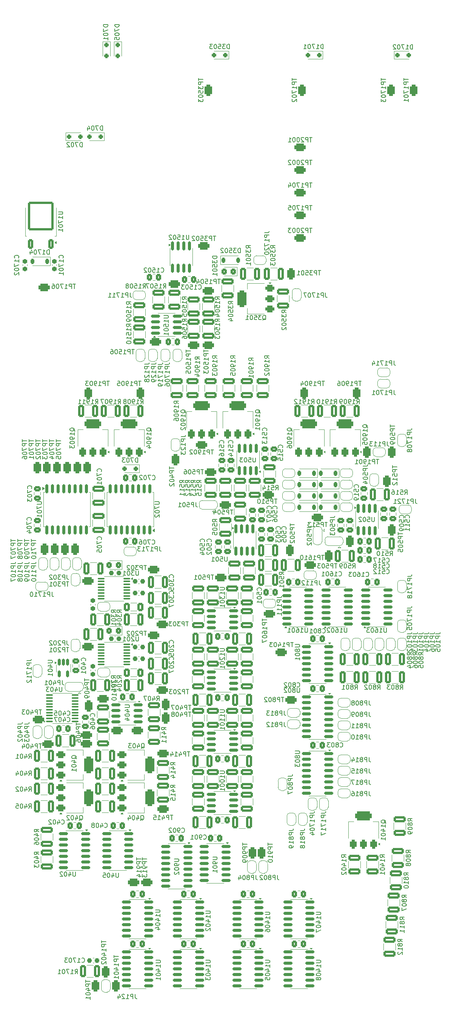
<source format=gbr>
%TF.GenerationSoftware,KiCad,Pcbnew,8.0.2*%
%TF.CreationDate,2024-12-14T16:11:44+01:00*%
%TF.ProjectId,pss_baseboard,7073735f-6261-4736-9562-6f6172642e6b,1.0.0*%
%TF.SameCoordinates,Original*%
%TF.FileFunction,Legend,Bot*%
%TF.FilePolarity,Positive*%
%FSLAX46Y46*%
G04 Gerber Fmt 4.6, Leading zero omitted, Abs format (unit mm)*
G04 Created by KiCad (PCBNEW 8.0.2) date 2024-12-14 16:11:44*
%MOMM*%
%LPD*%
G01*
G04 APERTURE LIST*
G04 Aperture macros list*
%AMRoundRect*
0 Rectangle with rounded corners*
0 $1 Rounding radius*
0 $2 $3 $4 $5 $6 $7 $8 $9 X,Y pos of 4 corners*
0 Add a 4 corners polygon primitive as box body*
4,1,4,$2,$3,$4,$5,$6,$7,$8,$9,$2,$3,0*
0 Add four circle primitives for the rounded corners*
1,1,$1+$1,$2,$3*
1,1,$1+$1,$4,$5*
1,1,$1+$1,$6,$7*
1,1,$1+$1,$8,$9*
0 Add four rect primitives between the rounded corners*
20,1,$1+$1,$2,$3,$4,$5,0*
20,1,$1+$1,$4,$5,$6,$7,0*
20,1,$1+$1,$6,$7,$8,$9,0*
20,1,$1+$1,$8,$9,$2,$3,0*%
%AMFreePoly0*
4,1,19,0.500000,-0.750000,0.000000,-0.750000,0.000000,-0.744911,-0.071157,-0.744911,-0.207708,-0.704816,-0.327430,-0.627875,-0.420627,-0.520320,-0.479746,-0.390866,-0.500000,-0.250000,-0.500000,0.250000,-0.479746,0.390866,-0.420627,0.520320,-0.327430,0.627875,-0.207708,0.704816,-0.071157,0.744911,0.000000,0.744911,0.000000,0.750000,0.500000,0.750000,0.500000,-0.750000,0.500000,-0.750000,
$1*%
%AMFreePoly1*
4,1,19,0.000000,0.744911,0.071157,0.744911,0.207708,0.704816,0.327430,0.627875,0.420627,0.520320,0.479746,0.390866,0.500000,0.250000,0.500000,-0.250000,0.479746,-0.390866,0.420627,-0.520320,0.327430,-0.627875,0.207708,-0.704816,0.071157,-0.744911,0.000000,-0.744911,0.000000,-0.750000,-0.500000,-0.750000,-0.500000,0.750000,0.000000,0.750000,0.000000,0.744911,0.000000,0.744911,
$1*%
%AMFreePoly2*
4,1,19,0.550000,-0.750000,0.000000,-0.750000,0.000000,-0.744911,-0.071157,-0.744911,-0.207708,-0.704816,-0.327430,-0.627875,-0.420627,-0.520320,-0.479746,-0.390866,-0.500000,-0.250000,-0.500000,0.250000,-0.479746,0.390866,-0.420627,0.520320,-0.327430,0.627875,-0.207708,0.704816,-0.071157,0.744911,0.000000,0.744911,0.000000,0.750000,0.550000,0.750000,0.550000,-0.750000,0.550000,-0.750000,
$1*%
%AMFreePoly3*
4,1,19,0.000000,0.744911,0.071157,0.744911,0.207708,0.704816,0.327430,0.627875,0.420627,0.520320,0.479746,0.390866,0.500000,0.250000,0.500000,-0.250000,0.479746,-0.390866,0.420627,-0.520320,0.327430,-0.627875,0.207708,-0.704816,0.071157,-0.744911,0.000000,-0.744911,0.000000,-0.750000,-0.550000,-0.750000,-0.550000,0.750000,0.000000,0.750000,0.000000,0.744911,0.000000,0.744911,
$1*%
G04 Aperture macros list end*
%ADD10C,0.150000*%
%ADD11C,0.120000*%
%ADD12C,0.000000*%
%ADD13C,2.800000*%
%ADD14R,2.600000X2.600000*%
%ADD15C,2.600000*%
%ADD16C,3.200000*%
%ADD17R,1.905000X2.000000*%
%ADD18O,1.905000X2.000000*%
%ADD19O,3.000000X5.050000*%
%ADD20C,2.162000*%
%ADD21C,2.400000*%
%ADD22C,2.200000*%
%ADD23RoundRect,0.426829X0.823171X0.448171X-0.823171X0.448171X-0.823171X-0.448171X0.823171X-0.448171X0*%
%ADD24RoundRect,0.150000X-0.150000X0.875000X-0.150000X-0.875000X0.150000X-0.875000X0.150000X0.875000X0*%
%ADD25FreePoly0,270.000000*%
%ADD26FreePoly1,270.000000*%
%ADD27RoundRect,0.250000X-0.400000X-1.075000X0.400000X-1.075000X0.400000X1.075000X-0.400000X1.075000X0*%
%ADD28RoundRect,0.250000X0.400000X1.075000X-0.400000X1.075000X-0.400000X-1.075000X0.400000X-1.075000X0*%
%ADD29RoundRect,0.150000X0.825000X0.150000X-0.825000X0.150000X-0.825000X-0.150000X0.825000X-0.150000X0*%
%ADD30RoundRect,0.237500X0.300000X0.237500X-0.300000X0.237500X-0.300000X-0.237500X0.300000X-0.237500X0*%
%ADD31RoundRect,0.250000X-1.075000X0.400000X-1.075000X-0.400000X1.075000X-0.400000X1.075000X0.400000X0*%
%ADD32RoundRect,0.250000X0.337500X0.475000X-0.337500X0.475000X-0.337500X-0.475000X0.337500X-0.475000X0*%
%ADD33RoundRect,0.250000X-0.412500X-0.650000X0.412500X-0.650000X0.412500X0.650000X-0.412500X0.650000X0*%
%ADD34RoundRect,0.250000X0.475000X-0.337500X0.475000X0.337500X-0.475000X0.337500X-0.475000X-0.337500X0*%
%ADD35FreePoly0,90.000000*%
%ADD36FreePoly1,90.000000*%
%ADD37RoundRect,0.250000X-0.475000X0.337500X-0.475000X-0.337500X0.475000X-0.337500X0.475000X0.337500X0*%
%ADD38RoundRect,0.426829X-0.448171X0.823171X-0.448171X-0.823171X0.448171X-0.823171X0.448171X0.823171X0*%
%ADD39RoundRect,0.426829X-0.823171X-0.448171X0.823171X-0.448171X0.823171X0.448171X-0.823171X0.448171X0*%
%ADD40RoundRect,0.225000X0.225000X0.375000X-0.225000X0.375000X-0.225000X-0.375000X0.225000X-0.375000X0*%
%ADD41RoundRect,0.375000X0.375000X-0.625000X0.375000X0.625000X-0.375000X0.625000X-0.375000X-0.625000X0*%
%ADD42RoundRect,0.500000X1.400000X-0.500000X1.400000X0.500000X-1.400000X0.500000X-1.400000X-0.500000X0*%
%ADD43RoundRect,0.250000X0.325000X0.450000X-0.325000X0.450000X-0.325000X-0.450000X0.325000X-0.450000X0*%
%ADD44FreePoly0,0.000000*%
%ADD45FreePoly1,0.000000*%
%ADD46RoundRect,0.375000X0.625000X0.375000X-0.625000X0.375000X-0.625000X-0.375000X0.625000X-0.375000X0*%
%ADD47RoundRect,0.500000X0.500000X1.400000X-0.500000X1.400000X-0.500000X-1.400000X0.500000X-1.400000X0*%
%ADD48RoundRect,0.250000X1.075000X-0.400000X1.075000X0.400000X-1.075000X0.400000X-1.075000X-0.400000X0*%
%ADD49FreePoly0,180.000000*%
%ADD50FreePoly1,180.000000*%
%ADD51RoundRect,0.250000X-0.337500X-0.475000X0.337500X-0.475000X0.337500X0.475000X-0.337500X0.475000X0*%
%ADD52RoundRect,0.150000X-0.825000X-0.150000X0.825000X-0.150000X0.825000X0.150000X-0.825000X0.150000X0*%
%ADD53RoundRect,0.426829X0.448171X-0.823171X0.448171X0.823171X-0.448171X0.823171X-0.448171X-0.823171X0*%
%ADD54RoundRect,0.237500X0.237500X-0.300000X0.237500X0.300000X-0.237500X0.300000X-0.237500X-0.300000X0*%
%ADD55RoundRect,0.225000X-0.225000X-0.375000X0.225000X-0.375000X0.225000X0.375000X-0.225000X0.375000X0*%
%ADD56RoundRect,0.100000X0.637500X0.100000X-0.637500X0.100000X-0.637500X-0.100000X0.637500X-0.100000X0*%
%ADD57RoundRect,0.250000X0.250000X0.250000X-0.250000X0.250000X-0.250000X-0.250000X0.250000X-0.250000X0*%
%ADD58RoundRect,0.250000X0.350000X-0.850000X0.350000X0.850000X-0.350000X0.850000X-0.350000X-0.850000X0*%
%ADD59RoundRect,0.249997X2.650003X-2.950003X2.650003X2.950003X-2.650003X2.950003X-2.650003X-2.950003X0*%
%ADD60RoundRect,0.250000X0.412500X1.100000X-0.412500X1.100000X-0.412500X-1.100000X0.412500X-1.100000X0*%
%ADD61FreePoly2,180.000000*%
%ADD62R,1.000000X1.500000*%
%ADD63FreePoly3,180.000000*%
%ADD64RoundRect,0.250000X-0.250000X0.250000X-0.250000X-0.250000X0.250000X-0.250000X0.250000X0.250000X0*%
%ADD65RoundRect,0.100000X-0.637500X-0.100000X0.637500X-0.100000X0.637500X0.100000X-0.637500X0.100000X0*%
%ADD66RoundRect,0.375000X-0.625000X-0.375000X0.625000X-0.375000X0.625000X0.375000X-0.625000X0.375000X0*%
%ADD67RoundRect,0.500000X-0.500000X-1.400000X0.500000X-1.400000X0.500000X1.400000X-0.500000X1.400000X0*%
%ADD68RoundRect,0.250000X-0.250000X-0.250000X0.250000X-0.250000X0.250000X0.250000X-0.250000X0.250000X0*%
%ADD69RoundRect,0.150000X-0.150000X0.825000X-0.150000X-0.825000X0.150000X-0.825000X0.150000X0.825000X0*%
%ADD70RoundRect,0.162500X-0.162500X0.617500X-0.162500X-0.617500X0.162500X-0.617500X0.162500X0.617500X0*%
%ADD71FreePoly2,270.000000*%
%ADD72R,1.500000X1.000000*%
%ADD73FreePoly3,270.000000*%
%ADD74RoundRect,0.250000X-1.100000X0.412500X-1.100000X-0.412500X1.100000X-0.412500X1.100000X0.412500X0*%
%ADD75RoundRect,0.150000X0.150000X-0.825000X0.150000X0.825000X-0.150000X0.825000X-0.150000X-0.825000X0*%
%ADD76RoundRect,0.250000X1.100000X-0.412500X1.100000X0.412500X-1.100000X0.412500X-1.100000X-0.412500X0*%
%ADD77RoundRect,0.237500X-0.300000X-0.237500X0.300000X-0.237500X0.300000X0.237500X-0.300000X0.237500X0*%
%ADD78RoundRect,0.150000X0.150000X-0.875000X0.150000X0.875000X-0.150000X0.875000X-0.150000X-0.875000X0*%
G04 APERTURE END LIST*
D10*
X192690819Y-207523714D02*
X192690819Y-208095142D01*
X193690819Y-207809428D02*
X192690819Y-207809428D01*
X193690819Y-208428476D02*
X192690819Y-208428476D01*
X192690819Y-208428476D02*
X192690819Y-208809428D01*
X192690819Y-208809428D02*
X192738438Y-208904666D01*
X192738438Y-208904666D02*
X192786057Y-208952285D01*
X192786057Y-208952285D02*
X192881295Y-208999904D01*
X192881295Y-208999904D02*
X193024152Y-208999904D01*
X193024152Y-208999904D02*
X193119390Y-208952285D01*
X193119390Y-208952285D02*
X193167009Y-208904666D01*
X193167009Y-208904666D02*
X193214628Y-208809428D01*
X193214628Y-208809428D02*
X193214628Y-208428476D01*
X193690819Y-209476095D02*
X193690819Y-209666571D01*
X193690819Y-209666571D02*
X193643200Y-209761809D01*
X193643200Y-209761809D02*
X193595580Y-209809428D01*
X193595580Y-209809428D02*
X193452723Y-209904666D01*
X193452723Y-209904666D02*
X193262247Y-209952285D01*
X193262247Y-209952285D02*
X192881295Y-209952285D01*
X192881295Y-209952285D02*
X192786057Y-209904666D01*
X192786057Y-209904666D02*
X192738438Y-209857047D01*
X192738438Y-209857047D02*
X192690819Y-209761809D01*
X192690819Y-209761809D02*
X192690819Y-209571333D01*
X192690819Y-209571333D02*
X192738438Y-209476095D01*
X192738438Y-209476095D02*
X192786057Y-209428476D01*
X192786057Y-209428476D02*
X192881295Y-209380857D01*
X192881295Y-209380857D02*
X193119390Y-209380857D01*
X193119390Y-209380857D02*
X193214628Y-209428476D01*
X193214628Y-209428476D02*
X193262247Y-209476095D01*
X193262247Y-209476095D02*
X193309866Y-209571333D01*
X193309866Y-209571333D02*
X193309866Y-209761809D01*
X193309866Y-209761809D02*
X193262247Y-209857047D01*
X193262247Y-209857047D02*
X193214628Y-209904666D01*
X193214628Y-209904666D02*
X193119390Y-209952285D01*
X193690819Y-210904666D02*
X193690819Y-210333238D01*
X193690819Y-210618952D02*
X192690819Y-210618952D01*
X192690819Y-210618952D02*
X192833676Y-210523714D01*
X192833676Y-210523714D02*
X192928914Y-210428476D01*
X192928914Y-210428476D02*
X192976533Y-210333238D01*
X192690819Y-211238000D02*
X192690819Y-211857047D01*
X192690819Y-211857047D02*
X193071771Y-211523714D01*
X193071771Y-211523714D02*
X193071771Y-211666571D01*
X193071771Y-211666571D02*
X193119390Y-211761809D01*
X193119390Y-211761809D02*
X193167009Y-211809428D01*
X193167009Y-211809428D02*
X193262247Y-211857047D01*
X193262247Y-211857047D02*
X193500342Y-211857047D01*
X193500342Y-211857047D02*
X193595580Y-211809428D01*
X193595580Y-211809428D02*
X193643200Y-211761809D01*
X193643200Y-211761809D02*
X193690819Y-211666571D01*
X193690819Y-211666571D02*
X193690819Y-211380857D01*
X193690819Y-211380857D02*
X193643200Y-211285619D01*
X193643200Y-211285619D02*
X193595580Y-211238000D01*
X169064819Y-127759714D02*
X169874342Y-127759714D01*
X169874342Y-127759714D02*
X169969580Y-127807333D01*
X169969580Y-127807333D02*
X170017200Y-127854952D01*
X170017200Y-127854952D02*
X170064819Y-127950190D01*
X170064819Y-127950190D02*
X170064819Y-128140666D01*
X170064819Y-128140666D02*
X170017200Y-128235904D01*
X170017200Y-128235904D02*
X169969580Y-128283523D01*
X169969580Y-128283523D02*
X169874342Y-128331142D01*
X169874342Y-128331142D02*
X169064819Y-128331142D01*
X169064819Y-128712095D02*
X169064819Y-129378761D01*
X169064819Y-129378761D02*
X170064819Y-128950190D01*
X169064819Y-129950190D02*
X169064819Y-130045428D01*
X169064819Y-130045428D02*
X169112438Y-130140666D01*
X169112438Y-130140666D02*
X169160057Y-130188285D01*
X169160057Y-130188285D02*
X169255295Y-130235904D01*
X169255295Y-130235904D02*
X169445771Y-130283523D01*
X169445771Y-130283523D02*
X169683866Y-130283523D01*
X169683866Y-130283523D02*
X169874342Y-130235904D01*
X169874342Y-130235904D02*
X169969580Y-130188285D01*
X169969580Y-130188285D02*
X170017200Y-130140666D01*
X170017200Y-130140666D02*
X170064819Y-130045428D01*
X170064819Y-130045428D02*
X170064819Y-129950190D01*
X170064819Y-129950190D02*
X170017200Y-129854952D01*
X170017200Y-129854952D02*
X169969580Y-129807333D01*
X169969580Y-129807333D02*
X169874342Y-129759714D01*
X169874342Y-129759714D02*
X169683866Y-129712095D01*
X169683866Y-129712095D02*
X169445771Y-129712095D01*
X169445771Y-129712095D02*
X169255295Y-129759714D01*
X169255295Y-129759714D02*
X169160057Y-129807333D01*
X169160057Y-129807333D02*
X169112438Y-129854952D01*
X169112438Y-129854952D02*
X169064819Y-129950190D01*
X170064819Y-131235904D02*
X170064819Y-130664476D01*
X170064819Y-130950190D02*
X169064819Y-130950190D01*
X169064819Y-130950190D02*
X169207676Y-130854952D01*
X169207676Y-130854952D02*
X169302914Y-130759714D01*
X169302914Y-130759714D02*
X169350533Y-130664476D01*
X166274819Y-141658285D02*
X166989104Y-141658285D01*
X166989104Y-141658285D02*
X167131961Y-141610666D01*
X167131961Y-141610666D02*
X167227200Y-141515428D01*
X167227200Y-141515428D02*
X167274819Y-141372571D01*
X167274819Y-141372571D02*
X167274819Y-141277333D01*
X167274819Y-142134476D02*
X166274819Y-142134476D01*
X166274819Y-142134476D02*
X166274819Y-142515428D01*
X166274819Y-142515428D02*
X166322438Y-142610666D01*
X166322438Y-142610666D02*
X166370057Y-142658285D01*
X166370057Y-142658285D02*
X166465295Y-142705904D01*
X166465295Y-142705904D02*
X166608152Y-142705904D01*
X166608152Y-142705904D02*
X166703390Y-142658285D01*
X166703390Y-142658285D02*
X166751009Y-142610666D01*
X166751009Y-142610666D02*
X166798628Y-142515428D01*
X166798628Y-142515428D02*
X166798628Y-142134476D01*
X167274819Y-143658285D02*
X167274819Y-143086857D01*
X167274819Y-143372571D02*
X166274819Y-143372571D01*
X166274819Y-143372571D02*
X166417676Y-143277333D01*
X166417676Y-143277333D02*
X166512914Y-143182095D01*
X166512914Y-143182095D02*
X166560533Y-143086857D01*
X166274819Y-144277333D02*
X166274819Y-144372571D01*
X166274819Y-144372571D02*
X166322438Y-144467809D01*
X166322438Y-144467809D02*
X166370057Y-144515428D01*
X166370057Y-144515428D02*
X166465295Y-144563047D01*
X166465295Y-144563047D02*
X166655771Y-144610666D01*
X166655771Y-144610666D02*
X166893866Y-144610666D01*
X166893866Y-144610666D02*
X167084342Y-144563047D01*
X167084342Y-144563047D02*
X167179580Y-144515428D01*
X167179580Y-144515428D02*
X167227200Y-144467809D01*
X167227200Y-144467809D02*
X167274819Y-144372571D01*
X167274819Y-144372571D02*
X167274819Y-144277333D01*
X167274819Y-144277333D02*
X167227200Y-144182095D01*
X167227200Y-144182095D02*
X167179580Y-144134476D01*
X167179580Y-144134476D02*
X167084342Y-144086857D01*
X167084342Y-144086857D02*
X166893866Y-144039238D01*
X166893866Y-144039238D02*
X166655771Y-144039238D01*
X166655771Y-144039238D02*
X166465295Y-144086857D01*
X166465295Y-144086857D02*
X166370057Y-144134476D01*
X166370057Y-144134476D02*
X166322438Y-144182095D01*
X166322438Y-144182095D02*
X166274819Y-144277333D01*
X167274819Y-145086857D02*
X167274819Y-145277333D01*
X167274819Y-145277333D02*
X167227200Y-145372571D01*
X167227200Y-145372571D02*
X167179580Y-145420190D01*
X167179580Y-145420190D02*
X167036723Y-145515428D01*
X167036723Y-145515428D02*
X166846247Y-145563047D01*
X166846247Y-145563047D02*
X166465295Y-145563047D01*
X166465295Y-145563047D02*
X166370057Y-145515428D01*
X166370057Y-145515428D02*
X166322438Y-145467809D01*
X166322438Y-145467809D02*
X166274819Y-145372571D01*
X166274819Y-145372571D02*
X166274819Y-145182095D01*
X166274819Y-145182095D02*
X166322438Y-145086857D01*
X166322438Y-145086857D02*
X166370057Y-145039238D01*
X166370057Y-145039238D02*
X166465295Y-144991619D01*
X166465295Y-144991619D02*
X166703390Y-144991619D01*
X166703390Y-144991619D02*
X166798628Y-145039238D01*
X166798628Y-145039238D02*
X166846247Y-145086857D01*
X166846247Y-145086857D02*
X166893866Y-145182095D01*
X166893866Y-145182095D02*
X166893866Y-145372571D01*
X166893866Y-145372571D02*
X166846247Y-145467809D01*
X166846247Y-145467809D02*
X166798628Y-145515428D01*
X166798628Y-145515428D02*
X166703390Y-145563047D01*
X188014284Y-152611952D02*
X187538093Y-152278619D01*
X188014284Y-152040524D02*
X187014284Y-152040524D01*
X187014284Y-152040524D02*
X187014284Y-152421476D01*
X187014284Y-152421476D02*
X187061903Y-152516714D01*
X187061903Y-152516714D02*
X187109522Y-152564333D01*
X187109522Y-152564333D02*
X187204760Y-152611952D01*
X187204760Y-152611952D02*
X187347617Y-152611952D01*
X187347617Y-152611952D02*
X187442855Y-152564333D01*
X187442855Y-152564333D02*
X187490474Y-152516714D01*
X187490474Y-152516714D02*
X187538093Y-152421476D01*
X187538093Y-152421476D02*
X187538093Y-152040524D01*
X187014284Y-152945286D02*
X187014284Y-153564333D01*
X187014284Y-153564333D02*
X187395236Y-153231000D01*
X187395236Y-153231000D02*
X187395236Y-153373857D01*
X187395236Y-153373857D02*
X187442855Y-153469095D01*
X187442855Y-153469095D02*
X187490474Y-153516714D01*
X187490474Y-153516714D02*
X187585712Y-153564333D01*
X187585712Y-153564333D02*
X187823807Y-153564333D01*
X187823807Y-153564333D02*
X187919045Y-153516714D01*
X187919045Y-153516714D02*
X187966665Y-153469095D01*
X187966665Y-153469095D02*
X188014284Y-153373857D01*
X188014284Y-153373857D02*
X188014284Y-153088143D01*
X188014284Y-153088143D02*
X187966665Y-152992905D01*
X187966665Y-152992905D02*
X187919045Y-152945286D01*
X187014284Y-154183381D02*
X187014284Y-154278619D01*
X187014284Y-154278619D02*
X187061903Y-154373857D01*
X187061903Y-154373857D02*
X187109522Y-154421476D01*
X187109522Y-154421476D02*
X187204760Y-154469095D01*
X187204760Y-154469095D02*
X187395236Y-154516714D01*
X187395236Y-154516714D02*
X187633331Y-154516714D01*
X187633331Y-154516714D02*
X187823807Y-154469095D01*
X187823807Y-154469095D02*
X187919045Y-154421476D01*
X187919045Y-154421476D02*
X187966665Y-154373857D01*
X187966665Y-154373857D02*
X188014284Y-154278619D01*
X188014284Y-154278619D02*
X188014284Y-154183381D01*
X188014284Y-154183381D02*
X187966665Y-154088143D01*
X187966665Y-154088143D02*
X187919045Y-154040524D01*
X187919045Y-154040524D02*
X187823807Y-153992905D01*
X187823807Y-153992905D02*
X187633331Y-153945286D01*
X187633331Y-153945286D02*
X187395236Y-153945286D01*
X187395236Y-153945286D02*
X187204760Y-153992905D01*
X187204760Y-153992905D02*
X187109522Y-154040524D01*
X187109522Y-154040524D02*
X187061903Y-154088143D01*
X187061903Y-154088143D02*
X187014284Y-154183381D01*
X187347617Y-155373857D02*
X188014284Y-155373857D01*
X186966665Y-155135762D02*
X187680950Y-154897667D01*
X187680950Y-154897667D02*
X187680950Y-155516714D01*
X220249819Y-230534524D02*
X221059342Y-230534524D01*
X221059342Y-230534524D02*
X221154580Y-230582143D01*
X221154580Y-230582143D02*
X221202200Y-230629762D01*
X221202200Y-230629762D02*
X221249819Y-230725000D01*
X221249819Y-230725000D02*
X221249819Y-230915476D01*
X221249819Y-230915476D02*
X221202200Y-231010714D01*
X221202200Y-231010714D02*
X221154580Y-231058333D01*
X221154580Y-231058333D02*
X221059342Y-231105952D01*
X221059342Y-231105952D02*
X220249819Y-231105952D01*
X221249819Y-232105952D02*
X221249819Y-231534524D01*
X221249819Y-231820238D02*
X220249819Y-231820238D01*
X220249819Y-231820238D02*
X220392676Y-231725000D01*
X220392676Y-231725000D02*
X220487914Y-231629762D01*
X220487914Y-231629762D02*
X220535533Y-231534524D01*
X220583152Y-232963095D02*
X221249819Y-232963095D01*
X220202200Y-232725000D02*
X220916485Y-232486905D01*
X220916485Y-232486905D02*
X220916485Y-233105952D01*
X220249819Y-233677381D02*
X220249819Y-233772619D01*
X220249819Y-233772619D02*
X220297438Y-233867857D01*
X220297438Y-233867857D02*
X220345057Y-233915476D01*
X220345057Y-233915476D02*
X220440295Y-233963095D01*
X220440295Y-233963095D02*
X220630771Y-234010714D01*
X220630771Y-234010714D02*
X220868866Y-234010714D01*
X220868866Y-234010714D02*
X221059342Y-233963095D01*
X221059342Y-233963095D02*
X221154580Y-233915476D01*
X221154580Y-233915476D02*
X221202200Y-233867857D01*
X221202200Y-233867857D02*
X221249819Y-233772619D01*
X221249819Y-233772619D02*
X221249819Y-233677381D01*
X221249819Y-233677381D02*
X221202200Y-233582143D01*
X221202200Y-233582143D02*
X221154580Y-233534524D01*
X221154580Y-233534524D02*
X221059342Y-233486905D01*
X221059342Y-233486905D02*
X220868866Y-233439286D01*
X220868866Y-233439286D02*
X220630771Y-233439286D01*
X220630771Y-233439286D02*
X220440295Y-233486905D01*
X220440295Y-233486905D02*
X220345057Y-233534524D01*
X220345057Y-233534524D02*
X220297438Y-233582143D01*
X220297438Y-233582143D02*
X220249819Y-233677381D01*
X220249819Y-234915476D02*
X220249819Y-234439286D01*
X220249819Y-234439286D02*
X220726009Y-234391667D01*
X220726009Y-234391667D02*
X220678390Y-234439286D01*
X220678390Y-234439286D02*
X220630771Y-234534524D01*
X220630771Y-234534524D02*
X220630771Y-234772619D01*
X220630771Y-234772619D02*
X220678390Y-234867857D01*
X220678390Y-234867857D02*
X220726009Y-234915476D01*
X220726009Y-234915476D02*
X220821247Y-234963095D01*
X220821247Y-234963095D02*
X221059342Y-234963095D01*
X221059342Y-234963095D02*
X221154580Y-234915476D01*
X221154580Y-234915476D02*
X221202200Y-234867857D01*
X221202200Y-234867857D02*
X221249819Y-234772619D01*
X221249819Y-234772619D02*
X221249819Y-234534524D01*
X221249819Y-234534524D02*
X221202200Y-234439286D01*
X221202200Y-234439286D02*
X221154580Y-234391667D01*
X191420819Y-207523714D02*
X191420819Y-208095142D01*
X192420819Y-207809428D02*
X191420819Y-207809428D01*
X192420819Y-208428476D02*
X191420819Y-208428476D01*
X191420819Y-208428476D02*
X191420819Y-208809428D01*
X191420819Y-208809428D02*
X191468438Y-208904666D01*
X191468438Y-208904666D02*
X191516057Y-208952285D01*
X191516057Y-208952285D02*
X191611295Y-208999904D01*
X191611295Y-208999904D02*
X191754152Y-208999904D01*
X191754152Y-208999904D02*
X191849390Y-208952285D01*
X191849390Y-208952285D02*
X191897009Y-208904666D01*
X191897009Y-208904666D02*
X191944628Y-208809428D01*
X191944628Y-208809428D02*
X191944628Y-208428476D01*
X192420819Y-209476095D02*
X192420819Y-209666571D01*
X192420819Y-209666571D02*
X192373200Y-209761809D01*
X192373200Y-209761809D02*
X192325580Y-209809428D01*
X192325580Y-209809428D02*
X192182723Y-209904666D01*
X192182723Y-209904666D02*
X191992247Y-209952285D01*
X191992247Y-209952285D02*
X191611295Y-209952285D01*
X191611295Y-209952285D02*
X191516057Y-209904666D01*
X191516057Y-209904666D02*
X191468438Y-209857047D01*
X191468438Y-209857047D02*
X191420819Y-209761809D01*
X191420819Y-209761809D02*
X191420819Y-209571333D01*
X191420819Y-209571333D02*
X191468438Y-209476095D01*
X191468438Y-209476095D02*
X191516057Y-209428476D01*
X191516057Y-209428476D02*
X191611295Y-209380857D01*
X191611295Y-209380857D02*
X191849390Y-209380857D01*
X191849390Y-209380857D02*
X191944628Y-209428476D01*
X191944628Y-209428476D02*
X191992247Y-209476095D01*
X191992247Y-209476095D02*
X192039866Y-209571333D01*
X192039866Y-209571333D02*
X192039866Y-209761809D01*
X192039866Y-209761809D02*
X191992247Y-209857047D01*
X191992247Y-209857047D02*
X191944628Y-209904666D01*
X191944628Y-209904666D02*
X191849390Y-209952285D01*
X192420819Y-210904666D02*
X192420819Y-210333238D01*
X192420819Y-210618952D02*
X191420819Y-210618952D01*
X191420819Y-210618952D02*
X191563676Y-210523714D01*
X191563676Y-210523714D02*
X191658914Y-210428476D01*
X191658914Y-210428476D02*
X191706533Y-210333238D01*
X191754152Y-211761809D02*
X192420819Y-211761809D01*
X191373200Y-211523714D02*
X192087485Y-211285619D01*
X192087485Y-211285619D02*
X192087485Y-211904666D01*
X206549580Y-136736952D02*
X206597200Y-136689333D01*
X206597200Y-136689333D02*
X206644819Y-136546476D01*
X206644819Y-136546476D02*
X206644819Y-136451238D01*
X206644819Y-136451238D02*
X206597200Y-136308381D01*
X206597200Y-136308381D02*
X206501961Y-136213143D01*
X206501961Y-136213143D02*
X206406723Y-136165524D01*
X206406723Y-136165524D02*
X206216247Y-136117905D01*
X206216247Y-136117905D02*
X206073390Y-136117905D01*
X206073390Y-136117905D02*
X205882914Y-136165524D01*
X205882914Y-136165524D02*
X205787676Y-136213143D01*
X205787676Y-136213143D02*
X205692438Y-136308381D01*
X205692438Y-136308381D02*
X205644819Y-136451238D01*
X205644819Y-136451238D02*
X205644819Y-136546476D01*
X205644819Y-136546476D02*
X205692438Y-136689333D01*
X205692438Y-136689333D02*
X205740057Y-136736952D01*
X205644819Y-137641714D02*
X205644819Y-137165524D01*
X205644819Y-137165524D02*
X206121009Y-137117905D01*
X206121009Y-137117905D02*
X206073390Y-137165524D01*
X206073390Y-137165524D02*
X206025771Y-137260762D01*
X206025771Y-137260762D02*
X206025771Y-137498857D01*
X206025771Y-137498857D02*
X206073390Y-137594095D01*
X206073390Y-137594095D02*
X206121009Y-137641714D01*
X206121009Y-137641714D02*
X206216247Y-137689333D01*
X206216247Y-137689333D02*
X206454342Y-137689333D01*
X206454342Y-137689333D02*
X206549580Y-137641714D01*
X206549580Y-137641714D02*
X206597200Y-137594095D01*
X206597200Y-137594095D02*
X206644819Y-137498857D01*
X206644819Y-137498857D02*
X206644819Y-137260762D01*
X206644819Y-137260762D02*
X206597200Y-137165524D01*
X206597200Y-137165524D02*
X206549580Y-137117905D01*
X205644819Y-138308381D02*
X205644819Y-138403619D01*
X205644819Y-138403619D02*
X205692438Y-138498857D01*
X205692438Y-138498857D02*
X205740057Y-138546476D01*
X205740057Y-138546476D02*
X205835295Y-138594095D01*
X205835295Y-138594095D02*
X206025771Y-138641714D01*
X206025771Y-138641714D02*
X206263866Y-138641714D01*
X206263866Y-138641714D02*
X206454342Y-138594095D01*
X206454342Y-138594095D02*
X206549580Y-138546476D01*
X206549580Y-138546476D02*
X206597200Y-138498857D01*
X206597200Y-138498857D02*
X206644819Y-138403619D01*
X206644819Y-138403619D02*
X206644819Y-138308381D01*
X206644819Y-138308381D02*
X206597200Y-138213143D01*
X206597200Y-138213143D02*
X206549580Y-138165524D01*
X206549580Y-138165524D02*
X206454342Y-138117905D01*
X206454342Y-138117905D02*
X206263866Y-138070286D01*
X206263866Y-138070286D02*
X206025771Y-138070286D01*
X206025771Y-138070286D02*
X205835295Y-138117905D01*
X205835295Y-138117905D02*
X205740057Y-138165524D01*
X205740057Y-138165524D02*
X205692438Y-138213143D01*
X205692438Y-138213143D02*
X205644819Y-138308381D01*
X205978152Y-139498857D02*
X206644819Y-139498857D01*
X205597200Y-139260762D02*
X206311485Y-139022667D01*
X206311485Y-139022667D02*
X206311485Y-139641714D01*
X252148819Y-144484095D02*
X252863104Y-144484095D01*
X252863104Y-144484095D02*
X253005961Y-144436476D01*
X253005961Y-144436476D02*
X253101200Y-144341238D01*
X253101200Y-144341238D02*
X253148819Y-144198381D01*
X253148819Y-144198381D02*
X253148819Y-144103143D01*
X253148819Y-144960286D02*
X252148819Y-144960286D01*
X252148819Y-144960286D02*
X252148819Y-145341238D01*
X252148819Y-145341238D02*
X252196438Y-145436476D01*
X252196438Y-145436476D02*
X252244057Y-145484095D01*
X252244057Y-145484095D02*
X252339295Y-145531714D01*
X252339295Y-145531714D02*
X252482152Y-145531714D01*
X252482152Y-145531714D02*
X252577390Y-145484095D01*
X252577390Y-145484095D02*
X252625009Y-145436476D01*
X252625009Y-145436476D02*
X252672628Y-145341238D01*
X252672628Y-145341238D02*
X252672628Y-144960286D01*
X253148819Y-146484095D02*
X253148819Y-145912667D01*
X253148819Y-146198381D02*
X252148819Y-146198381D01*
X252148819Y-146198381D02*
X252291676Y-146103143D01*
X252291676Y-146103143D02*
X252386914Y-146007905D01*
X252386914Y-146007905D02*
X252434533Y-145912667D01*
X252148819Y-146817429D02*
X252148819Y-147484095D01*
X252148819Y-147484095D02*
X253148819Y-147055524D01*
X253148819Y-148388857D02*
X253148819Y-147817429D01*
X253148819Y-148103143D02*
X252148819Y-148103143D01*
X252148819Y-148103143D02*
X252291676Y-148007905D01*
X252291676Y-148007905D02*
X252386914Y-147912667D01*
X252386914Y-147912667D02*
X252434533Y-147817429D01*
X252577390Y-148960286D02*
X252529771Y-148865048D01*
X252529771Y-148865048D02*
X252482152Y-148817429D01*
X252482152Y-148817429D02*
X252386914Y-148769810D01*
X252386914Y-148769810D02*
X252339295Y-148769810D01*
X252339295Y-148769810D02*
X252244057Y-148817429D01*
X252244057Y-148817429D02*
X252196438Y-148865048D01*
X252196438Y-148865048D02*
X252148819Y-148960286D01*
X252148819Y-148960286D02*
X252148819Y-149150762D01*
X252148819Y-149150762D02*
X252196438Y-149246000D01*
X252196438Y-149246000D02*
X252244057Y-149293619D01*
X252244057Y-149293619D02*
X252339295Y-149341238D01*
X252339295Y-149341238D02*
X252386914Y-149341238D01*
X252386914Y-149341238D02*
X252482152Y-149293619D01*
X252482152Y-149293619D02*
X252529771Y-149246000D01*
X252529771Y-149246000D02*
X252577390Y-149150762D01*
X252577390Y-149150762D02*
X252577390Y-148960286D01*
X252577390Y-148960286D02*
X252625009Y-148865048D01*
X252625009Y-148865048D02*
X252672628Y-148817429D01*
X252672628Y-148817429D02*
X252767866Y-148769810D01*
X252767866Y-148769810D02*
X252958342Y-148769810D01*
X252958342Y-148769810D02*
X253053580Y-148817429D01*
X253053580Y-148817429D02*
X253101200Y-148865048D01*
X253101200Y-148865048D02*
X253148819Y-148960286D01*
X253148819Y-148960286D02*
X253148819Y-149150762D01*
X253148819Y-149150762D02*
X253101200Y-149246000D01*
X253101200Y-149246000D02*
X253053580Y-149293619D01*
X253053580Y-149293619D02*
X252958342Y-149341238D01*
X252958342Y-149341238D02*
X252767866Y-149341238D01*
X252767866Y-149341238D02*
X252672628Y-149293619D01*
X252672628Y-149293619D02*
X252625009Y-149246000D01*
X252625009Y-149246000D02*
X252577390Y-149150762D01*
X179879580Y-163406952D02*
X179927200Y-163359333D01*
X179927200Y-163359333D02*
X179974819Y-163216476D01*
X179974819Y-163216476D02*
X179974819Y-163121238D01*
X179974819Y-163121238D02*
X179927200Y-162978381D01*
X179927200Y-162978381D02*
X179831961Y-162883143D01*
X179831961Y-162883143D02*
X179736723Y-162835524D01*
X179736723Y-162835524D02*
X179546247Y-162787905D01*
X179546247Y-162787905D02*
X179403390Y-162787905D01*
X179403390Y-162787905D02*
X179212914Y-162835524D01*
X179212914Y-162835524D02*
X179117676Y-162883143D01*
X179117676Y-162883143D02*
X179022438Y-162978381D01*
X179022438Y-162978381D02*
X178974819Y-163121238D01*
X178974819Y-163121238D02*
X178974819Y-163216476D01*
X178974819Y-163216476D02*
X179022438Y-163359333D01*
X179022438Y-163359333D02*
X179070057Y-163406952D01*
X179308152Y-164264095D02*
X179974819Y-164264095D01*
X178927200Y-164026000D02*
X179641485Y-163787905D01*
X179641485Y-163787905D02*
X179641485Y-164406952D01*
X178974819Y-164978381D02*
X178974819Y-165073619D01*
X178974819Y-165073619D02*
X179022438Y-165168857D01*
X179022438Y-165168857D02*
X179070057Y-165216476D01*
X179070057Y-165216476D02*
X179165295Y-165264095D01*
X179165295Y-165264095D02*
X179355771Y-165311714D01*
X179355771Y-165311714D02*
X179593866Y-165311714D01*
X179593866Y-165311714D02*
X179784342Y-165264095D01*
X179784342Y-165264095D02*
X179879580Y-165216476D01*
X179879580Y-165216476D02*
X179927200Y-165168857D01*
X179927200Y-165168857D02*
X179974819Y-165073619D01*
X179974819Y-165073619D02*
X179974819Y-164978381D01*
X179974819Y-164978381D02*
X179927200Y-164883143D01*
X179927200Y-164883143D02*
X179879580Y-164835524D01*
X179879580Y-164835524D02*
X179784342Y-164787905D01*
X179784342Y-164787905D02*
X179593866Y-164740286D01*
X179593866Y-164740286D02*
X179355771Y-164740286D01*
X179355771Y-164740286D02*
X179165295Y-164787905D01*
X179165295Y-164787905D02*
X179070057Y-164835524D01*
X179070057Y-164835524D02*
X179022438Y-164883143D01*
X179022438Y-164883143D02*
X178974819Y-164978381D01*
X179974819Y-166264095D02*
X179974819Y-165692667D01*
X179974819Y-165978381D02*
X178974819Y-165978381D01*
X178974819Y-165978381D02*
X179117676Y-165883143D01*
X179117676Y-165883143D02*
X179212914Y-165787905D01*
X179212914Y-165787905D02*
X179260533Y-165692667D01*
X167798819Y-136149714D02*
X167798819Y-136721142D01*
X168798819Y-136435428D02*
X167798819Y-136435428D01*
X168798819Y-137054476D02*
X167798819Y-137054476D01*
X167798819Y-137054476D02*
X167798819Y-137435428D01*
X167798819Y-137435428D02*
X167846438Y-137530666D01*
X167846438Y-137530666D02*
X167894057Y-137578285D01*
X167894057Y-137578285D02*
X167989295Y-137625904D01*
X167989295Y-137625904D02*
X168132152Y-137625904D01*
X168132152Y-137625904D02*
X168227390Y-137578285D01*
X168227390Y-137578285D02*
X168275009Y-137530666D01*
X168275009Y-137530666D02*
X168322628Y-137435428D01*
X168322628Y-137435428D02*
X168322628Y-137054476D01*
X167798819Y-137959238D02*
X167798819Y-138625904D01*
X167798819Y-138625904D02*
X168798819Y-138197333D01*
X168798819Y-139530666D02*
X168798819Y-138959238D01*
X168798819Y-139244952D02*
X167798819Y-139244952D01*
X167798819Y-139244952D02*
X167941676Y-139149714D01*
X167941676Y-139149714D02*
X168036914Y-139054476D01*
X168036914Y-139054476D02*
X168084533Y-138959238D01*
X167798819Y-140149714D02*
X167798819Y-140244952D01*
X167798819Y-140244952D02*
X167846438Y-140340190D01*
X167846438Y-140340190D02*
X167894057Y-140387809D01*
X167894057Y-140387809D02*
X167989295Y-140435428D01*
X167989295Y-140435428D02*
X168179771Y-140483047D01*
X168179771Y-140483047D02*
X168417866Y-140483047D01*
X168417866Y-140483047D02*
X168608342Y-140435428D01*
X168608342Y-140435428D02*
X168703580Y-140387809D01*
X168703580Y-140387809D02*
X168751200Y-140340190D01*
X168751200Y-140340190D02*
X168798819Y-140244952D01*
X168798819Y-140244952D02*
X168798819Y-140149714D01*
X168798819Y-140149714D02*
X168751200Y-140054476D01*
X168751200Y-140054476D02*
X168703580Y-140006857D01*
X168703580Y-140006857D02*
X168608342Y-139959238D01*
X168608342Y-139959238D02*
X168417866Y-139911619D01*
X168417866Y-139911619D02*
X168179771Y-139911619D01*
X168179771Y-139911619D02*
X167989295Y-139959238D01*
X167989295Y-139959238D02*
X167894057Y-140006857D01*
X167894057Y-140006857D02*
X167846438Y-140054476D01*
X167846438Y-140054476D02*
X167798819Y-140149714D01*
X190846475Y-93622819D02*
X190275047Y-93622819D01*
X190560761Y-94622819D02*
X190560761Y-93622819D01*
X189941713Y-94622819D02*
X189941713Y-93622819D01*
X189941713Y-93622819D02*
X189560761Y-93622819D01*
X189560761Y-93622819D02*
X189465523Y-93670438D01*
X189465523Y-93670438D02*
X189417904Y-93718057D01*
X189417904Y-93718057D02*
X189370285Y-93813295D01*
X189370285Y-93813295D02*
X189370285Y-93956152D01*
X189370285Y-93956152D02*
X189417904Y-94051390D01*
X189417904Y-94051390D02*
X189465523Y-94099009D01*
X189465523Y-94099009D02*
X189560761Y-94146628D01*
X189560761Y-94146628D02*
X189941713Y-94146628D01*
X188417904Y-94622819D02*
X188989332Y-94622819D01*
X188703618Y-94622819D02*
X188703618Y-93622819D01*
X188703618Y-93622819D02*
X188798856Y-93765676D01*
X188798856Y-93765676D02*
X188894094Y-93860914D01*
X188894094Y-93860914D02*
X188989332Y-93908533D01*
X187513142Y-93622819D02*
X187989332Y-93622819D01*
X187989332Y-93622819D02*
X188036951Y-94099009D01*
X188036951Y-94099009D02*
X187989332Y-94051390D01*
X187989332Y-94051390D02*
X187894094Y-94003771D01*
X187894094Y-94003771D02*
X187655999Y-94003771D01*
X187655999Y-94003771D02*
X187560761Y-94051390D01*
X187560761Y-94051390D02*
X187513142Y-94099009D01*
X187513142Y-94099009D02*
X187465523Y-94194247D01*
X187465523Y-94194247D02*
X187465523Y-94432342D01*
X187465523Y-94432342D02*
X187513142Y-94527580D01*
X187513142Y-94527580D02*
X187560761Y-94575200D01*
X187560761Y-94575200D02*
X187655999Y-94622819D01*
X187655999Y-94622819D02*
X187894094Y-94622819D01*
X187894094Y-94622819D02*
X187989332Y-94575200D01*
X187989332Y-94575200D02*
X188036951Y-94527580D01*
X186846475Y-93622819D02*
X186751237Y-93622819D01*
X186751237Y-93622819D02*
X186655999Y-93670438D01*
X186655999Y-93670438D02*
X186608380Y-93718057D01*
X186608380Y-93718057D02*
X186560761Y-93813295D01*
X186560761Y-93813295D02*
X186513142Y-94003771D01*
X186513142Y-94003771D02*
X186513142Y-94241866D01*
X186513142Y-94241866D02*
X186560761Y-94432342D01*
X186560761Y-94432342D02*
X186608380Y-94527580D01*
X186608380Y-94527580D02*
X186655999Y-94575200D01*
X186655999Y-94575200D02*
X186751237Y-94622819D01*
X186751237Y-94622819D02*
X186846475Y-94622819D01*
X186846475Y-94622819D02*
X186941713Y-94575200D01*
X186941713Y-94575200D02*
X186989332Y-94527580D01*
X186989332Y-94527580D02*
X187036951Y-94432342D01*
X187036951Y-94432342D02*
X187084570Y-94241866D01*
X187084570Y-94241866D02*
X187084570Y-94003771D01*
X187084570Y-94003771D02*
X187036951Y-93813295D01*
X187036951Y-93813295D02*
X186989332Y-93718057D01*
X186989332Y-93718057D02*
X186941713Y-93670438D01*
X186941713Y-93670438D02*
X186846475Y-93622819D01*
X185655999Y-93622819D02*
X185846475Y-93622819D01*
X185846475Y-93622819D02*
X185941713Y-93670438D01*
X185941713Y-93670438D02*
X185989332Y-93718057D01*
X185989332Y-93718057D02*
X186084570Y-93860914D01*
X186084570Y-93860914D02*
X186132189Y-94051390D01*
X186132189Y-94051390D02*
X186132189Y-94432342D01*
X186132189Y-94432342D02*
X186084570Y-94527580D01*
X186084570Y-94527580D02*
X186036951Y-94575200D01*
X186036951Y-94575200D02*
X185941713Y-94622819D01*
X185941713Y-94622819D02*
X185751237Y-94622819D01*
X185751237Y-94622819D02*
X185655999Y-94575200D01*
X185655999Y-94575200D02*
X185608380Y-94527580D01*
X185608380Y-94527580D02*
X185560761Y-94432342D01*
X185560761Y-94432342D02*
X185560761Y-94194247D01*
X185560761Y-94194247D02*
X185608380Y-94099009D01*
X185608380Y-94099009D02*
X185655999Y-94051390D01*
X185655999Y-94051390D02*
X185751237Y-94003771D01*
X185751237Y-94003771D02*
X185941713Y-94003771D01*
X185941713Y-94003771D02*
X186036951Y-94051390D01*
X186036951Y-94051390D02*
X186084570Y-94099009D01*
X186084570Y-94099009D02*
X186132189Y-94194247D01*
X210089819Y-188116524D02*
X210899342Y-188116524D01*
X210899342Y-188116524D02*
X210994580Y-188164143D01*
X210994580Y-188164143D02*
X211042200Y-188211762D01*
X211042200Y-188211762D02*
X211089819Y-188307000D01*
X211089819Y-188307000D02*
X211089819Y-188497476D01*
X211089819Y-188497476D02*
X211042200Y-188592714D01*
X211042200Y-188592714D02*
X210994580Y-188640333D01*
X210994580Y-188640333D02*
X210899342Y-188687952D01*
X210899342Y-188687952D02*
X210089819Y-188687952D01*
X211089819Y-189687952D02*
X211089819Y-189116524D01*
X211089819Y-189402238D02*
X210089819Y-189402238D01*
X210089819Y-189402238D02*
X210232676Y-189307000D01*
X210232676Y-189307000D02*
X210327914Y-189211762D01*
X210327914Y-189211762D02*
X210375533Y-189116524D01*
X210089819Y-190307000D02*
X210089819Y-190402238D01*
X210089819Y-190402238D02*
X210137438Y-190497476D01*
X210137438Y-190497476D02*
X210185057Y-190545095D01*
X210185057Y-190545095D02*
X210280295Y-190592714D01*
X210280295Y-190592714D02*
X210470771Y-190640333D01*
X210470771Y-190640333D02*
X210708866Y-190640333D01*
X210708866Y-190640333D02*
X210899342Y-190592714D01*
X210899342Y-190592714D02*
X210994580Y-190545095D01*
X210994580Y-190545095D02*
X211042200Y-190497476D01*
X211042200Y-190497476D02*
X211089819Y-190402238D01*
X211089819Y-190402238D02*
X211089819Y-190307000D01*
X211089819Y-190307000D02*
X211042200Y-190211762D01*
X211042200Y-190211762D02*
X210994580Y-190164143D01*
X210994580Y-190164143D02*
X210899342Y-190116524D01*
X210899342Y-190116524D02*
X210708866Y-190068905D01*
X210708866Y-190068905D02*
X210470771Y-190068905D01*
X210470771Y-190068905D02*
X210280295Y-190116524D01*
X210280295Y-190116524D02*
X210185057Y-190164143D01*
X210185057Y-190164143D02*
X210137438Y-190211762D01*
X210137438Y-190211762D02*
X210089819Y-190307000D01*
X210089819Y-191259381D02*
X210089819Y-191354619D01*
X210089819Y-191354619D02*
X210137438Y-191449857D01*
X210137438Y-191449857D02*
X210185057Y-191497476D01*
X210185057Y-191497476D02*
X210280295Y-191545095D01*
X210280295Y-191545095D02*
X210470771Y-191592714D01*
X210470771Y-191592714D02*
X210708866Y-191592714D01*
X210708866Y-191592714D02*
X210899342Y-191545095D01*
X210899342Y-191545095D02*
X210994580Y-191497476D01*
X210994580Y-191497476D02*
X211042200Y-191449857D01*
X211042200Y-191449857D02*
X211089819Y-191354619D01*
X211089819Y-191354619D02*
X211089819Y-191259381D01*
X211089819Y-191259381D02*
X211042200Y-191164143D01*
X211042200Y-191164143D02*
X210994580Y-191116524D01*
X210994580Y-191116524D02*
X210899342Y-191068905D01*
X210899342Y-191068905D02*
X210708866Y-191021286D01*
X210708866Y-191021286D02*
X210470771Y-191021286D01*
X210470771Y-191021286D02*
X210280295Y-191068905D01*
X210280295Y-191068905D02*
X210185057Y-191116524D01*
X210185057Y-191116524D02*
X210137438Y-191164143D01*
X210137438Y-191164143D02*
X210089819Y-191259381D01*
X211089819Y-192545095D02*
X211089819Y-191973667D01*
X211089819Y-192259381D02*
X210089819Y-192259381D01*
X210089819Y-192259381D02*
X210232676Y-192164143D01*
X210232676Y-192164143D02*
X210327914Y-192068905D01*
X210327914Y-192068905D02*
X210375533Y-191973667D01*
X225377219Y-189283285D02*
X226091504Y-189283285D01*
X226091504Y-189283285D02*
X226234361Y-189235666D01*
X226234361Y-189235666D02*
X226329600Y-189140428D01*
X226329600Y-189140428D02*
X226377219Y-188997571D01*
X226377219Y-188997571D02*
X226377219Y-188902333D01*
X226377219Y-189759476D02*
X225377219Y-189759476D01*
X225377219Y-189759476D02*
X225377219Y-190140428D01*
X225377219Y-190140428D02*
X225424838Y-190235666D01*
X225424838Y-190235666D02*
X225472457Y-190283285D01*
X225472457Y-190283285D02*
X225567695Y-190330904D01*
X225567695Y-190330904D02*
X225710552Y-190330904D01*
X225710552Y-190330904D02*
X225805790Y-190283285D01*
X225805790Y-190283285D02*
X225853409Y-190235666D01*
X225853409Y-190235666D02*
X225901028Y-190140428D01*
X225901028Y-190140428D02*
X225901028Y-189759476D01*
X225805790Y-190902333D02*
X225758171Y-190807095D01*
X225758171Y-190807095D02*
X225710552Y-190759476D01*
X225710552Y-190759476D02*
X225615314Y-190711857D01*
X225615314Y-190711857D02*
X225567695Y-190711857D01*
X225567695Y-190711857D02*
X225472457Y-190759476D01*
X225472457Y-190759476D02*
X225424838Y-190807095D01*
X225424838Y-190807095D02*
X225377219Y-190902333D01*
X225377219Y-190902333D02*
X225377219Y-191092809D01*
X225377219Y-191092809D02*
X225424838Y-191188047D01*
X225424838Y-191188047D02*
X225472457Y-191235666D01*
X225472457Y-191235666D02*
X225567695Y-191283285D01*
X225567695Y-191283285D02*
X225615314Y-191283285D01*
X225615314Y-191283285D02*
X225710552Y-191235666D01*
X225710552Y-191235666D02*
X225758171Y-191188047D01*
X225758171Y-191188047D02*
X225805790Y-191092809D01*
X225805790Y-191092809D02*
X225805790Y-190902333D01*
X225805790Y-190902333D02*
X225853409Y-190807095D01*
X225853409Y-190807095D02*
X225901028Y-190759476D01*
X225901028Y-190759476D02*
X225996266Y-190711857D01*
X225996266Y-190711857D02*
X226186742Y-190711857D01*
X226186742Y-190711857D02*
X226281980Y-190759476D01*
X226281980Y-190759476D02*
X226329600Y-190807095D01*
X226329600Y-190807095D02*
X226377219Y-190902333D01*
X226377219Y-190902333D02*
X226377219Y-191092809D01*
X226377219Y-191092809D02*
X226329600Y-191188047D01*
X226329600Y-191188047D02*
X226281980Y-191235666D01*
X226281980Y-191235666D02*
X226186742Y-191283285D01*
X226186742Y-191283285D02*
X225996266Y-191283285D01*
X225996266Y-191283285D02*
X225901028Y-191235666D01*
X225901028Y-191235666D02*
X225853409Y-191188047D01*
X225853409Y-191188047D02*
X225805790Y-191092809D01*
X225377219Y-191902333D02*
X225377219Y-191997571D01*
X225377219Y-191997571D02*
X225424838Y-192092809D01*
X225424838Y-192092809D02*
X225472457Y-192140428D01*
X225472457Y-192140428D02*
X225567695Y-192188047D01*
X225567695Y-192188047D02*
X225758171Y-192235666D01*
X225758171Y-192235666D02*
X225996266Y-192235666D01*
X225996266Y-192235666D02*
X226186742Y-192188047D01*
X226186742Y-192188047D02*
X226281980Y-192140428D01*
X226281980Y-192140428D02*
X226329600Y-192092809D01*
X226329600Y-192092809D02*
X226377219Y-191997571D01*
X226377219Y-191997571D02*
X226377219Y-191902333D01*
X226377219Y-191902333D02*
X226329600Y-191807095D01*
X226329600Y-191807095D02*
X226281980Y-191759476D01*
X226281980Y-191759476D02*
X226186742Y-191711857D01*
X226186742Y-191711857D02*
X225996266Y-191664238D01*
X225996266Y-191664238D02*
X225758171Y-191664238D01*
X225758171Y-191664238D02*
X225567695Y-191711857D01*
X225567695Y-191711857D02*
X225472457Y-191759476D01*
X225472457Y-191759476D02*
X225424838Y-191807095D01*
X225424838Y-191807095D02*
X225377219Y-191902333D01*
X225377219Y-192569000D02*
X225377219Y-193235666D01*
X225377219Y-193235666D02*
X226377219Y-192807095D01*
X206372285Y-120546819D02*
X205800857Y-120546819D01*
X206086571Y-121546819D02*
X206086571Y-120546819D01*
X205467523Y-121546819D02*
X205467523Y-120546819D01*
X205467523Y-120546819D02*
X205086571Y-120546819D01*
X205086571Y-120546819D02*
X204991333Y-120594438D01*
X204991333Y-120594438D02*
X204943714Y-120642057D01*
X204943714Y-120642057D02*
X204896095Y-120737295D01*
X204896095Y-120737295D02*
X204896095Y-120880152D01*
X204896095Y-120880152D02*
X204943714Y-120975390D01*
X204943714Y-120975390D02*
X204991333Y-121023009D01*
X204991333Y-121023009D02*
X205086571Y-121070628D01*
X205086571Y-121070628D02*
X205467523Y-121070628D01*
X203991333Y-120546819D02*
X204467523Y-120546819D01*
X204467523Y-120546819D02*
X204515142Y-121023009D01*
X204515142Y-121023009D02*
X204467523Y-120975390D01*
X204467523Y-120975390D02*
X204372285Y-120927771D01*
X204372285Y-120927771D02*
X204134190Y-120927771D01*
X204134190Y-120927771D02*
X204038952Y-120975390D01*
X204038952Y-120975390D02*
X203991333Y-121023009D01*
X203991333Y-121023009D02*
X203943714Y-121118247D01*
X203943714Y-121118247D02*
X203943714Y-121356342D01*
X203943714Y-121356342D02*
X203991333Y-121451580D01*
X203991333Y-121451580D02*
X204038952Y-121499200D01*
X204038952Y-121499200D02*
X204134190Y-121546819D01*
X204134190Y-121546819D02*
X204372285Y-121546819D01*
X204372285Y-121546819D02*
X204467523Y-121499200D01*
X204467523Y-121499200D02*
X204515142Y-121451580D01*
X203324666Y-120546819D02*
X203229428Y-120546819D01*
X203229428Y-120546819D02*
X203134190Y-120594438D01*
X203134190Y-120594438D02*
X203086571Y-120642057D01*
X203086571Y-120642057D02*
X203038952Y-120737295D01*
X203038952Y-120737295D02*
X202991333Y-120927771D01*
X202991333Y-120927771D02*
X202991333Y-121165866D01*
X202991333Y-121165866D02*
X203038952Y-121356342D01*
X203038952Y-121356342D02*
X203086571Y-121451580D01*
X203086571Y-121451580D02*
X203134190Y-121499200D01*
X203134190Y-121499200D02*
X203229428Y-121546819D01*
X203229428Y-121546819D02*
X203324666Y-121546819D01*
X203324666Y-121546819D02*
X203419904Y-121499200D01*
X203419904Y-121499200D02*
X203467523Y-121451580D01*
X203467523Y-121451580D02*
X203515142Y-121356342D01*
X203515142Y-121356342D02*
X203562761Y-121165866D01*
X203562761Y-121165866D02*
X203562761Y-120927771D01*
X203562761Y-120927771D02*
X203515142Y-120737295D01*
X203515142Y-120737295D02*
X203467523Y-120642057D01*
X203467523Y-120642057D02*
X203419904Y-120594438D01*
X203419904Y-120594438D02*
X203324666Y-120546819D01*
X202134190Y-120546819D02*
X202324666Y-120546819D01*
X202324666Y-120546819D02*
X202419904Y-120594438D01*
X202419904Y-120594438D02*
X202467523Y-120642057D01*
X202467523Y-120642057D02*
X202562761Y-120784914D01*
X202562761Y-120784914D02*
X202610380Y-120975390D01*
X202610380Y-120975390D02*
X202610380Y-121356342D01*
X202610380Y-121356342D02*
X202562761Y-121451580D01*
X202562761Y-121451580D02*
X202515142Y-121499200D01*
X202515142Y-121499200D02*
X202419904Y-121546819D01*
X202419904Y-121546819D02*
X202229428Y-121546819D01*
X202229428Y-121546819D02*
X202134190Y-121499200D01*
X202134190Y-121499200D02*
X202086571Y-121451580D01*
X202086571Y-121451580D02*
X202038952Y-121356342D01*
X202038952Y-121356342D02*
X202038952Y-121118247D01*
X202038952Y-121118247D02*
X202086571Y-121023009D01*
X202086571Y-121023009D02*
X202134190Y-120975390D01*
X202134190Y-120975390D02*
X202229428Y-120927771D01*
X202229428Y-120927771D02*
X202419904Y-120927771D01*
X202419904Y-120927771D02*
X202515142Y-120975390D01*
X202515142Y-120975390D02*
X202562761Y-121023009D01*
X202562761Y-121023009D02*
X202610380Y-121118247D01*
X177530057Y-111948190D02*
X177482438Y-111852952D01*
X177482438Y-111852952D02*
X177387200Y-111757714D01*
X177387200Y-111757714D02*
X177244342Y-111614857D01*
X177244342Y-111614857D02*
X177196723Y-111519619D01*
X177196723Y-111519619D02*
X177196723Y-111424381D01*
X177434819Y-111472000D02*
X177387200Y-111376762D01*
X177387200Y-111376762D02*
X177291961Y-111281524D01*
X177291961Y-111281524D02*
X177101485Y-111233905D01*
X177101485Y-111233905D02*
X176768152Y-111233905D01*
X176768152Y-111233905D02*
X176577676Y-111281524D01*
X176577676Y-111281524D02*
X176482438Y-111376762D01*
X176482438Y-111376762D02*
X176434819Y-111472000D01*
X176434819Y-111472000D02*
X176434819Y-111662476D01*
X176434819Y-111662476D02*
X176482438Y-111757714D01*
X176482438Y-111757714D02*
X176577676Y-111852952D01*
X176577676Y-111852952D02*
X176768152Y-111900571D01*
X176768152Y-111900571D02*
X177101485Y-111900571D01*
X177101485Y-111900571D02*
X177291961Y-111852952D01*
X177291961Y-111852952D02*
X177387200Y-111757714D01*
X177387200Y-111757714D02*
X177434819Y-111662476D01*
X177434819Y-111662476D02*
X177434819Y-111472000D01*
X177434819Y-112852952D02*
X177434819Y-112281524D01*
X177434819Y-112567238D02*
X176434819Y-112567238D01*
X176434819Y-112567238D02*
X176577676Y-112472000D01*
X176577676Y-112472000D02*
X176672914Y-112376762D01*
X176672914Y-112376762D02*
X176720533Y-112281524D01*
X177434819Y-113329143D02*
X177434819Y-113519619D01*
X177434819Y-113519619D02*
X177387200Y-113614857D01*
X177387200Y-113614857D02*
X177339580Y-113662476D01*
X177339580Y-113662476D02*
X177196723Y-113757714D01*
X177196723Y-113757714D02*
X177006247Y-113805333D01*
X177006247Y-113805333D02*
X176625295Y-113805333D01*
X176625295Y-113805333D02*
X176530057Y-113757714D01*
X176530057Y-113757714D02*
X176482438Y-113710095D01*
X176482438Y-113710095D02*
X176434819Y-113614857D01*
X176434819Y-113614857D02*
X176434819Y-113424381D01*
X176434819Y-113424381D02*
X176482438Y-113329143D01*
X176482438Y-113329143D02*
X176530057Y-113281524D01*
X176530057Y-113281524D02*
X176625295Y-113233905D01*
X176625295Y-113233905D02*
X176863390Y-113233905D01*
X176863390Y-113233905D02*
X176958628Y-113281524D01*
X176958628Y-113281524D02*
X177006247Y-113329143D01*
X177006247Y-113329143D02*
X177053866Y-113424381D01*
X177053866Y-113424381D02*
X177053866Y-113614857D01*
X177053866Y-113614857D02*
X177006247Y-113710095D01*
X177006247Y-113710095D02*
X176958628Y-113757714D01*
X176958628Y-113757714D02*
X176863390Y-113805333D01*
X176434819Y-114424381D02*
X176434819Y-114519619D01*
X176434819Y-114519619D02*
X176482438Y-114614857D01*
X176482438Y-114614857D02*
X176530057Y-114662476D01*
X176530057Y-114662476D02*
X176625295Y-114710095D01*
X176625295Y-114710095D02*
X176815771Y-114757714D01*
X176815771Y-114757714D02*
X177053866Y-114757714D01*
X177053866Y-114757714D02*
X177244342Y-114710095D01*
X177244342Y-114710095D02*
X177339580Y-114662476D01*
X177339580Y-114662476D02*
X177387200Y-114614857D01*
X177387200Y-114614857D02*
X177434819Y-114519619D01*
X177434819Y-114519619D02*
X177434819Y-114424381D01*
X177434819Y-114424381D02*
X177387200Y-114329143D01*
X177387200Y-114329143D02*
X177339580Y-114281524D01*
X177339580Y-114281524D02*
X177244342Y-114233905D01*
X177244342Y-114233905D02*
X177053866Y-114186286D01*
X177053866Y-114186286D02*
X176815771Y-114186286D01*
X176815771Y-114186286D02*
X176625295Y-114233905D01*
X176625295Y-114233905D02*
X176530057Y-114281524D01*
X176530057Y-114281524D02*
X176482438Y-114329143D01*
X176482438Y-114329143D02*
X176434819Y-114424381D01*
X176434819Y-115091048D02*
X176434819Y-115710095D01*
X176434819Y-115710095D02*
X176815771Y-115376762D01*
X176815771Y-115376762D02*
X176815771Y-115519619D01*
X176815771Y-115519619D02*
X176863390Y-115614857D01*
X176863390Y-115614857D02*
X176911009Y-115662476D01*
X176911009Y-115662476D02*
X177006247Y-115710095D01*
X177006247Y-115710095D02*
X177244342Y-115710095D01*
X177244342Y-115710095D02*
X177339580Y-115662476D01*
X177339580Y-115662476D02*
X177387200Y-115614857D01*
X177387200Y-115614857D02*
X177434819Y-115519619D01*
X177434819Y-115519619D02*
X177434819Y-115233905D01*
X177434819Y-115233905D02*
X177387200Y-115138667D01*
X177387200Y-115138667D02*
X177339580Y-115091048D01*
X220249819Y-219739524D02*
X221059342Y-219739524D01*
X221059342Y-219739524D02*
X221154580Y-219787143D01*
X221154580Y-219787143D02*
X221202200Y-219834762D01*
X221202200Y-219834762D02*
X221249819Y-219930000D01*
X221249819Y-219930000D02*
X221249819Y-220120476D01*
X221249819Y-220120476D02*
X221202200Y-220215714D01*
X221202200Y-220215714D02*
X221154580Y-220263333D01*
X221154580Y-220263333D02*
X221059342Y-220310952D01*
X221059342Y-220310952D02*
X220249819Y-220310952D01*
X221249819Y-221310952D02*
X221249819Y-220739524D01*
X221249819Y-221025238D02*
X220249819Y-221025238D01*
X220249819Y-221025238D02*
X220392676Y-220930000D01*
X220392676Y-220930000D02*
X220487914Y-220834762D01*
X220487914Y-220834762D02*
X220535533Y-220739524D01*
X220583152Y-222168095D02*
X221249819Y-222168095D01*
X220202200Y-221930000D02*
X220916485Y-221691905D01*
X220916485Y-221691905D02*
X220916485Y-222310952D01*
X220249819Y-222882381D02*
X220249819Y-222977619D01*
X220249819Y-222977619D02*
X220297438Y-223072857D01*
X220297438Y-223072857D02*
X220345057Y-223120476D01*
X220345057Y-223120476D02*
X220440295Y-223168095D01*
X220440295Y-223168095D02*
X220630771Y-223215714D01*
X220630771Y-223215714D02*
X220868866Y-223215714D01*
X220868866Y-223215714D02*
X221059342Y-223168095D01*
X221059342Y-223168095D02*
X221154580Y-223120476D01*
X221154580Y-223120476D02*
X221202200Y-223072857D01*
X221202200Y-223072857D02*
X221249819Y-222977619D01*
X221249819Y-222977619D02*
X221249819Y-222882381D01*
X221249819Y-222882381D02*
X221202200Y-222787143D01*
X221202200Y-222787143D02*
X221154580Y-222739524D01*
X221154580Y-222739524D02*
X221059342Y-222691905D01*
X221059342Y-222691905D02*
X220868866Y-222644286D01*
X220868866Y-222644286D02*
X220630771Y-222644286D01*
X220630771Y-222644286D02*
X220440295Y-222691905D01*
X220440295Y-222691905D02*
X220345057Y-222739524D01*
X220345057Y-222739524D02*
X220297438Y-222787143D01*
X220297438Y-222787143D02*
X220249819Y-222882381D01*
X220249819Y-224072857D02*
X220249819Y-223882381D01*
X220249819Y-223882381D02*
X220297438Y-223787143D01*
X220297438Y-223787143D02*
X220345057Y-223739524D01*
X220345057Y-223739524D02*
X220487914Y-223644286D01*
X220487914Y-223644286D02*
X220678390Y-223596667D01*
X220678390Y-223596667D02*
X221059342Y-223596667D01*
X221059342Y-223596667D02*
X221154580Y-223644286D01*
X221154580Y-223644286D02*
X221202200Y-223691905D01*
X221202200Y-223691905D02*
X221249819Y-223787143D01*
X221249819Y-223787143D02*
X221249819Y-223977619D01*
X221249819Y-223977619D02*
X221202200Y-224072857D01*
X221202200Y-224072857D02*
X221154580Y-224120476D01*
X221154580Y-224120476D02*
X221059342Y-224168095D01*
X221059342Y-224168095D02*
X220821247Y-224168095D01*
X220821247Y-224168095D02*
X220726009Y-224120476D01*
X220726009Y-224120476D02*
X220678390Y-224072857D01*
X220678390Y-224072857D02*
X220630771Y-223977619D01*
X220630771Y-223977619D02*
X220630771Y-223787143D01*
X220630771Y-223787143D02*
X220678390Y-223691905D01*
X220678390Y-223691905D02*
X220726009Y-223644286D01*
X220726009Y-223644286D02*
X220821247Y-223596667D01*
X209438819Y-72697333D02*
X208438819Y-72697333D01*
X208438819Y-72697333D02*
X208438819Y-72935428D01*
X208438819Y-72935428D02*
X208486438Y-73078285D01*
X208486438Y-73078285D02*
X208581676Y-73173523D01*
X208581676Y-73173523D02*
X208676914Y-73221142D01*
X208676914Y-73221142D02*
X208867390Y-73268761D01*
X208867390Y-73268761D02*
X209010247Y-73268761D01*
X209010247Y-73268761D02*
X209200723Y-73221142D01*
X209200723Y-73221142D02*
X209295961Y-73173523D01*
X209295961Y-73173523D02*
X209391200Y-73078285D01*
X209391200Y-73078285D02*
X209438819Y-72935428D01*
X209438819Y-72935428D02*
X209438819Y-72697333D01*
X208438819Y-73602095D02*
X208438819Y-74221142D01*
X208438819Y-74221142D02*
X208819771Y-73887809D01*
X208819771Y-73887809D02*
X208819771Y-74030666D01*
X208819771Y-74030666D02*
X208867390Y-74125904D01*
X208867390Y-74125904D02*
X208915009Y-74173523D01*
X208915009Y-74173523D02*
X209010247Y-74221142D01*
X209010247Y-74221142D02*
X209248342Y-74221142D01*
X209248342Y-74221142D02*
X209343580Y-74173523D01*
X209343580Y-74173523D02*
X209391200Y-74125904D01*
X209391200Y-74125904D02*
X209438819Y-74030666D01*
X209438819Y-74030666D02*
X209438819Y-73744952D01*
X209438819Y-73744952D02*
X209391200Y-73649714D01*
X209391200Y-73649714D02*
X209343580Y-73602095D01*
X208438819Y-75125904D02*
X208438819Y-74649714D01*
X208438819Y-74649714D02*
X208915009Y-74602095D01*
X208915009Y-74602095D02*
X208867390Y-74649714D01*
X208867390Y-74649714D02*
X208819771Y-74744952D01*
X208819771Y-74744952D02*
X208819771Y-74983047D01*
X208819771Y-74983047D02*
X208867390Y-75078285D01*
X208867390Y-75078285D02*
X208915009Y-75125904D01*
X208915009Y-75125904D02*
X209010247Y-75173523D01*
X209010247Y-75173523D02*
X209248342Y-75173523D01*
X209248342Y-75173523D02*
X209343580Y-75125904D01*
X209343580Y-75125904D02*
X209391200Y-75078285D01*
X209391200Y-75078285D02*
X209438819Y-74983047D01*
X209438819Y-74983047D02*
X209438819Y-74744952D01*
X209438819Y-74744952D02*
X209391200Y-74649714D01*
X209391200Y-74649714D02*
X209343580Y-74602095D01*
X208438819Y-75792571D02*
X208438819Y-75887809D01*
X208438819Y-75887809D02*
X208486438Y-75983047D01*
X208486438Y-75983047D02*
X208534057Y-76030666D01*
X208534057Y-76030666D02*
X208629295Y-76078285D01*
X208629295Y-76078285D02*
X208819771Y-76125904D01*
X208819771Y-76125904D02*
X209057866Y-76125904D01*
X209057866Y-76125904D02*
X209248342Y-76078285D01*
X209248342Y-76078285D02*
X209343580Y-76030666D01*
X209343580Y-76030666D02*
X209391200Y-75983047D01*
X209391200Y-75983047D02*
X209438819Y-75887809D01*
X209438819Y-75887809D02*
X209438819Y-75792571D01*
X209438819Y-75792571D02*
X209391200Y-75697333D01*
X209391200Y-75697333D02*
X209343580Y-75649714D01*
X209343580Y-75649714D02*
X209248342Y-75602095D01*
X209248342Y-75602095D02*
X209057866Y-75554476D01*
X209057866Y-75554476D02*
X208819771Y-75554476D01*
X208819771Y-75554476D02*
X208629295Y-75602095D01*
X208629295Y-75602095D02*
X208534057Y-75649714D01*
X208534057Y-75649714D02*
X208486438Y-75697333D01*
X208486438Y-75697333D02*
X208438819Y-75792571D01*
X209438819Y-77078285D02*
X209438819Y-76506857D01*
X209438819Y-76792571D02*
X208438819Y-76792571D01*
X208438819Y-76792571D02*
X208581676Y-76697333D01*
X208581676Y-76697333D02*
X208676914Y-76602095D01*
X208676914Y-76602095D02*
X208724533Y-76506857D01*
X224485714Y-177188819D02*
X224485714Y-177903104D01*
X224485714Y-177903104D02*
X224533333Y-178045961D01*
X224533333Y-178045961D02*
X224628571Y-178141200D01*
X224628571Y-178141200D02*
X224771428Y-178188819D01*
X224771428Y-178188819D02*
X224866666Y-178188819D01*
X224009523Y-178188819D02*
X224009523Y-177188819D01*
X224009523Y-177188819D02*
X223628571Y-177188819D01*
X223628571Y-177188819D02*
X223533333Y-177236438D01*
X223533333Y-177236438D02*
X223485714Y-177284057D01*
X223485714Y-177284057D02*
X223438095Y-177379295D01*
X223438095Y-177379295D02*
X223438095Y-177522152D01*
X223438095Y-177522152D02*
X223485714Y-177617390D01*
X223485714Y-177617390D02*
X223533333Y-177665009D01*
X223533333Y-177665009D02*
X223628571Y-177712628D01*
X223628571Y-177712628D02*
X224009523Y-177712628D01*
X222866666Y-177617390D02*
X222961904Y-177569771D01*
X222961904Y-177569771D02*
X223009523Y-177522152D01*
X223009523Y-177522152D02*
X223057142Y-177426914D01*
X223057142Y-177426914D02*
X223057142Y-177379295D01*
X223057142Y-177379295D02*
X223009523Y-177284057D01*
X223009523Y-177284057D02*
X222961904Y-177236438D01*
X222961904Y-177236438D02*
X222866666Y-177188819D01*
X222866666Y-177188819D02*
X222676190Y-177188819D01*
X222676190Y-177188819D02*
X222580952Y-177236438D01*
X222580952Y-177236438D02*
X222533333Y-177284057D01*
X222533333Y-177284057D02*
X222485714Y-177379295D01*
X222485714Y-177379295D02*
X222485714Y-177426914D01*
X222485714Y-177426914D02*
X222533333Y-177522152D01*
X222533333Y-177522152D02*
X222580952Y-177569771D01*
X222580952Y-177569771D02*
X222676190Y-177617390D01*
X222676190Y-177617390D02*
X222866666Y-177617390D01*
X222866666Y-177617390D02*
X222961904Y-177665009D01*
X222961904Y-177665009D02*
X223009523Y-177712628D01*
X223009523Y-177712628D02*
X223057142Y-177807866D01*
X223057142Y-177807866D02*
X223057142Y-177998342D01*
X223057142Y-177998342D02*
X223009523Y-178093580D01*
X223009523Y-178093580D02*
X222961904Y-178141200D01*
X222961904Y-178141200D02*
X222866666Y-178188819D01*
X222866666Y-178188819D02*
X222676190Y-178188819D01*
X222676190Y-178188819D02*
X222580952Y-178141200D01*
X222580952Y-178141200D02*
X222533333Y-178093580D01*
X222533333Y-178093580D02*
X222485714Y-177998342D01*
X222485714Y-177998342D02*
X222485714Y-177807866D01*
X222485714Y-177807866D02*
X222533333Y-177712628D01*
X222533333Y-177712628D02*
X222580952Y-177665009D01*
X222580952Y-177665009D02*
X222676190Y-177617390D01*
X221533333Y-178188819D02*
X222104761Y-178188819D01*
X221819047Y-178188819D02*
X221819047Y-177188819D01*
X221819047Y-177188819D02*
X221914285Y-177331676D01*
X221914285Y-177331676D02*
X222009523Y-177426914D01*
X222009523Y-177426914D02*
X222104761Y-177474533D01*
X221152380Y-177284057D02*
X221104761Y-177236438D01*
X221104761Y-177236438D02*
X221009523Y-177188819D01*
X221009523Y-177188819D02*
X220771428Y-177188819D01*
X220771428Y-177188819D02*
X220676190Y-177236438D01*
X220676190Y-177236438D02*
X220628571Y-177284057D01*
X220628571Y-177284057D02*
X220580952Y-177379295D01*
X220580952Y-177379295D02*
X220580952Y-177474533D01*
X220580952Y-177474533D02*
X220628571Y-177617390D01*
X220628571Y-177617390D02*
X221199999Y-178188819D01*
X221199999Y-178188819D02*
X220580952Y-178188819D01*
X219651809Y-87050057D02*
X219747047Y-87002438D01*
X219747047Y-87002438D02*
X219842285Y-86907200D01*
X219842285Y-86907200D02*
X219985142Y-86764342D01*
X219985142Y-86764342D02*
X220080380Y-86716723D01*
X220080380Y-86716723D02*
X220175618Y-86716723D01*
X220127999Y-86954819D02*
X220223237Y-86907200D01*
X220223237Y-86907200D02*
X220318475Y-86811961D01*
X220318475Y-86811961D02*
X220366094Y-86621485D01*
X220366094Y-86621485D02*
X220366094Y-86288152D01*
X220366094Y-86288152D02*
X220318475Y-86097676D01*
X220318475Y-86097676D02*
X220223237Y-86002438D01*
X220223237Y-86002438D02*
X220127999Y-85954819D01*
X220127999Y-85954819D02*
X219937523Y-85954819D01*
X219937523Y-85954819D02*
X219842285Y-86002438D01*
X219842285Y-86002438D02*
X219747047Y-86097676D01*
X219747047Y-86097676D02*
X219699428Y-86288152D01*
X219699428Y-86288152D02*
X219699428Y-86621485D01*
X219699428Y-86621485D02*
X219747047Y-86811961D01*
X219747047Y-86811961D02*
X219842285Y-86907200D01*
X219842285Y-86907200D02*
X219937523Y-86954819D01*
X219937523Y-86954819D02*
X220127999Y-86954819D01*
X219366094Y-85954819D02*
X218747047Y-85954819D01*
X218747047Y-85954819D02*
X219080380Y-86335771D01*
X219080380Y-86335771D02*
X218937523Y-86335771D01*
X218937523Y-86335771D02*
X218842285Y-86383390D01*
X218842285Y-86383390D02*
X218794666Y-86431009D01*
X218794666Y-86431009D02*
X218747047Y-86526247D01*
X218747047Y-86526247D02*
X218747047Y-86764342D01*
X218747047Y-86764342D02*
X218794666Y-86859580D01*
X218794666Y-86859580D02*
X218842285Y-86907200D01*
X218842285Y-86907200D02*
X218937523Y-86954819D01*
X218937523Y-86954819D02*
X219223237Y-86954819D01*
X219223237Y-86954819D02*
X219318475Y-86907200D01*
X219318475Y-86907200D02*
X219366094Y-86859580D01*
X217842285Y-85954819D02*
X218318475Y-85954819D01*
X218318475Y-85954819D02*
X218366094Y-86431009D01*
X218366094Y-86431009D02*
X218318475Y-86383390D01*
X218318475Y-86383390D02*
X218223237Y-86335771D01*
X218223237Y-86335771D02*
X217985142Y-86335771D01*
X217985142Y-86335771D02*
X217889904Y-86383390D01*
X217889904Y-86383390D02*
X217842285Y-86431009D01*
X217842285Y-86431009D02*
X217794666Y-86526247D01*
X217794666Y-86526247D02*
X217794666Y-86764342D01*
X217794666Y-86764342D02*
X217842285Y-86859580D01*
X217842285Y-86859580D02*
X217889904Y-86907200D01*
X217889904Y-86907200D02*
X217985142Y-86954819D01*
X217985142Y-86954819D02*
X218223237Y-86954819D01*
X218223237Y-86954819D02*
X218318475Y-86907200D01*
X218318475Y-86907200D02*
X218366094Y-86859580D01*
X217175618Y-85954819D02*
X217080380Y-85954819D01*
X217080380Y-85954819D02*
X216985142Y-86002438D01*
X216985142Y-86002438D02*
X216937523Y-86050057D01*
X216937523Y-86050057D02*
X216889904Y-86145295D01*
X216889904Y-86145295D02*
X216842285Y-86335771D01*
X216842285Y-86335771D02*
X216842285Y-86573866D01*
X216842285Y-86573866D02*
X216889904Y-86764342D01*
X216889904Y-86764342D02*
X216937523Y-86859580D01*
X216937523Y-86859580D02*
X216985142Y-86907200D01*
X216985142Y-86907200D02*
X217080380Y-86954819D01*
X217080380Y-86954819D02*
X217175618Y-86954819D01*
X217175618Y-86954819D02*
X217270856Y-86907200D01*
X217270856Y-86907200D02*
X217318475Y-86859580D01*
X217318475Y-86859580D02*
X217366094Y-86764342D01*
X217366094Y-86764342D02*
X217413713Y-86573866D01*
X217413713Y-86573866D02*
X217413713Y-86335771D01*
X217413713Y-86335771D02*
X217366094Y-86145295D01*
X217366094Y-86145295D02*
X217318475Y-86050057D01*
X217318475Y-86050057D02*
X217270856Y-86002438D01*
X217270856Y-86002438D02*
X217175618Y-85954819D01*
X215889904Y-86954819D02*
X216461332Y-86954819D01*
X216175618Y-86954819D02*
X216175618Y-85954819D01*
X216175618Y-85954819D02*
X216270856Y-86097676D01*
X216270856Y-86097676D02*
X216366094Y-86192914D01*
X216366094Y-86192914D02*
X216461332Y-86240533D01*
X209997619Y-87391761D02*
X209521428Y-87058428D01*
X209997619Y-86820333D02*
X208997619Y-86820333D01*
X208997619Y-86820333D02*
X208997619Y-87201285D01*
X208997619Y-87201285D02*
X209045238Y-87296523D01*
X209045238Y-87296523D02*
X209092857Y-87344142D01*
X209092857Y-87344142D02*
X209188095Y-87391761D01*
X209188095Y-87391761D02*
X209330952Y-87391761D01*
X209330952Y-87391761D02*
X209426190Y-87344142D01*
X209426190Y-87344142D02*
X209473809Y-87296523D01*
X209473809Y-87296523D02*
X209521428Y-87201285D01*
X209521428Y-87201285D02*
X209521428Y-86820333D01*
X209997619Y-88344142D02*
X209997619Y-87772714D01*
X209997619Y-88058428D02*
X208997619Y-88058428D01*
X208997619Y-88058428D02*
X209140476Y-87963190D01*
X209140476Y-87963190D02*
X209235714Y-87867952D01*
X209235714Y-87867952D02*
X209283333Y-87772714D01*
X208997619Y-89248904D02*
X208997619Y-88772714D01*
X208997619Y-88772714D02*
X209473809Y-88725095D01*
X209473809Y-88725095D02*
X209426190Y-88772714D01*
X209426190Y-88772714D02*
X209378571Y-88867952D01*
X209378571Y-88867952D02*
X209378571Y-89106047D01*
X209378571Y-89106047D02*
X209426190Y-89201285D01*
X209426190Y-89201285D02*
X209473809Y-89248904D01*
X209473809Y-89248904D02*
X209569047Y-89296523D01*
X209569047Y-89296523D02*
X209807142Y-89296523D01*
X209807142Y-89296523D02*
X209902380Y-89248904D01*
X209902380Y-89248904D02*
X209950000Y-89201285D01*
X209950000Y-89201285D02*
X209997619Y-89106047D01*
X209997619Y-89106047D02*
X209997619Y-88867952D01*
X209997619Y-88867952D02*
X209950000Y-88772714D01*
X209950000Y-88772714D02*
X209902380Y-88725095D01*
X208997619Y-89915571D02*
X208997619Y-90010809D01*
X208997619Y-90010809D02*
X209045238Y-90106047D01*
X209045238Y-90106047D02*
X209092857Y-90153666D01*
X209092857Y-90153666D02*
X209188095Y-90201285D01*
X209188095Y-90201285D02*
X209378571Y-90248904D01*
X209378571Y-90248904D02*
X209616666Y-90248904D01*
X209616666Y-90248904D02*
X209807142Y-90201285D01*
X209807142Y-90201285D02*
X209902380Y-90153666D01*
X209902380Y-90153666D02*
X209950000Y-90106047D01*
X209950000Y-90106047D02*
X209997619Y-90010809D01*
X209997619Y-90010809D02*
X209997619Y-89915571D01*
X209997619Y-89915571D02*
X209950000Y-89820333D01*
X209950000Y-89820333D02*
X209902380Y-89772714D01*
X209902380Y-89772714D02*
X209807142Y-89725095D01*
X209807142Y-89725095D02*
X209616666Y-89677476D01*
X209616666Y-89677476D02*
X209378571Y-89677476D01*
X209378571Y-89677476D02*
X209188095Y-89725095D01*
X209188095Y-89725095D02*
X209092857Y-89772714D01*
X209092857Y-89772714D02*
X209045238Y-89820333D01*
X209045238Y-89820333D02*
X208997619Y-89915571D01*
X208997619Y-90582238D02*
X208997619Y-91201285D01*
X208997619Y-91201285D02*
X209378571Y-90867952D01*
X209378571Y-90867952D02*
X209378571Y-91010809D01*
X209378571Y-91010809D02*
X209426190Y-91106047D01*
X209426190Y-91106047D02*
X209473809Y-91153666D01*
X209473809Y-91153666D02*
X209569047Y-91201285D01*
X209569047Y-91201285D02*
X209807142Y-91201285D01*
X209807142Y-91201285D02*
X209902380Y-91153666D01*
X209902380Y-91153666D02*
X209950000Y-91106047D01*
X209950000Y-91106047D02*
X209997619Y-91010809D01*
X209997619Y-91010809D02*
X209997619Y-90725095D01*
X209997619Y-90725095D02*
X209950000Y-90629857D01*
X209950000Y-90629857D02*
X209902380Y-90582238D01*
X252126819Y-157406285D02*
X252841104Y-157406285D01*
X252841104Y-157406285D02*
X252983961Y-157358666D01*
X252983961Y-157358666D02*
X253079200Y-157263428D01*
X253079200Y-157263428D02*
X253126819Y-157120571D01*
X253126819Y-157120571D02*
X253126819Y-157025333D01*
X253126819Y-157882476D02*
X252126819Y-157882476D01*
X252126819Y-157882476D02*
X252126819Y-158263428D01*
X252126819Y-158263428D02*
X252174438Y-158358666D01*
X252174438Y-158358666D02*
X252222057Y-158406285D01*
X252222057Y-158406285D02*
X252317295Y-158453904D01*
X252317295Y-158453904D02*
X252460152Y-158453904D01*
X252460152Y-158453904D02*
X252555390Y-158406285D01*
X252555390Y-158406285D02*
X252603009Y-158358666D01*
X252603009Y-158358666D02*
X252650628Y-158263428D01*
X252650628Y-158263428D02*
X252650628Y-157882476D01*
X253126819Y-159406285D02*
X253126819Y-158834857D01*
X253126819Y-159120571D02*
X252126819Y-159120571D01*
X252126819Y-159120571D02*
X252269676Y-159025333D01*
X252269676Y-159025333D02*
X252364914Y-158930095D01*
X252364914Y-158930095D02*
X252412533Y-158834857D01*
X252126819Y-160025333D02*
X252126819Y-160120571D01*
X252126819Y-160120571D02*
X252174438Y-160215809D01*
X252174438Y-160215809D02*
X252222057Y-160263428D01*
X252222057Y-160263428D02*
X252317295Y-160311047D01*
X252317295Y-160311047D02*
X252507771Y-160358666D01*
X252507771Y-160358666D02*
X252745866Y-160358666D01*
X252745866Y-160358666D02*
X252936342Y-160311047D01*
X252936342Y-160311047D02*
X253031580Y-160263428D01*
X253031580Y-160263428D02*
X253079200Y-160215809D01*
X253079200Y-160215809D02*
X253126819Y-160120571D01*
X253126819Y-160120571D02*
X253126819Y-160025333D01*
X253126819Y-160025333D02*
X253079200Y-159930095D01*
X253079200Y-159930095D02*
X253031580Y-159882476D01*
X253031580Y-159882476D02*
X252936342Y-159834857D01*
X252936342Y-159834857D02*
X252745866Y-159787238D01*
X252745866Y-159787238D02*
X252507771Y-159787238D01*
X252507771Y-159787238D02*
X252317295Y-159834857D01*
X252317295Y-159834857D02*
X252222057Y-159882476D01*
X252222057Y-159882476D02*
X252174438Y-159930095D01*
X252174438Y-159930095D02*
X252126819Y-160025333D01*
X252222057Y-160739619D02*
X252174438Y-160787238D01*
X252174438Y-160787238D02*
X252126819Y-160882476D01*
X252126819Y-160882476D02*
X252126819Y-161120571D01*
X252126819Y-161120571D02*
X252174438Y-161215809D01*
X252174438Y-161215809D02*
X252222057Y-161263428D01*
X252222057Y-161263428D02*
X252317295Y-161311047D01*
X252317295Y-161311047D02*
X252412533Y-161311047D01*
X252412533Y-161311047D02*
X252555390Y-161263428D01*
X252555390Y-161263428D02*
X253126819Y-160692000D01*
X253126819Y-160692000D02*
X253126819Y-161311047D01*
X166274819Y-136149714D02*
X166274819Y-136721142D01*
X167274819Y-136435428D02*
X166274819Y-136435428D01*
X167274819Y-137054476D02*
X166274819Y-137054476D01*
X166274819Y-137054476D02*
X166274819Y-137435428D01*
X166274819Y-137435428D02*
X166322438Y-137530666D01*
X166322438Y-137530666D02*
X166370057Y-137578285D01*
X166370057Y-137578285D02*
X166465295Y-137625904D01*
X166465295Y-137625904D02*
X166608152Y-137625904D01*
X166608152Y-137625904D02*
X166703390Y-137578285D01*
X166703390Y-137578285D02*
X166751009Y-137530666D01*
X166751009Y-137530666D02*
X166798628Y-137435428D01*
X166798628Y-137435428D02*
X166798628Y-137054476D01*
X166274819Y-137959238D02*
X166274819Y-138625904D01*
X166274819Y-138625904D02*
X167274819Y-138197333D01*
X166274819Y-139197333D02*
X166274819Y-139292571D01*
X166274819Y-139292571D02*
X166322438Y-139387809D01*
X166322438Y-139387809D02*
X166370057Y-139435428D01*
X166370057Y-139435428D02*
X166465295Y-139483047D01*
X166465295Y-139483047D02*
X166655771Y-139530666D01*
X166655771Y-139530666D02*
X166893866Y-139530666D01*
X166893866Y-139530666D02*
X167084342Y-139483047D01*
X167084342Y-139483047D02*
X167179580Y-139435428D01*
X167179580Y-139435428D02*
X167227200Y-139387809D01*
X167227200Y-139387809D02*
X167274819Y-139292571D01*
X167274819Y-139292571D02*
X167274819Y-139197333D01*
X167274819Y-139197333D02*
X167227200Y-139102095D01*
X167227200Y-139102095D02*
X167179580Y-139054476D01*
X167179580Y-139054476D02*
X167084342Y-139006857D01*
X167084342Y-139006857D02*
X166893866Y-138959238D01*
X166893866Y-138959238D02*
X166655771Y-138959238D01*
X166655771Y-138959238D02*
X166465295Y-139006857D01*
X166465295Y-139006857D02*
X166370057Y-139054476D01*
X166370057Y-139054476D02*
X166322438Y-139102095D01*
X166322438Y-139102095D02*
X166274819Y-139197333D01*
X167274819Y-140006857D02*
X167274819Y-140197333D01*
X167274819Y-140197333D02*
X167227200Y-140292571D01*
X167227200Y-140292571D02*
X167179580Y-140340190D01*
X167179580Y-140340190D02*
X167036723Y-140435428D01*
X167036723Y-140435428D02*
X166846247Y-140483047D01*
X166846247Y-140483047D02*
X166465295Y-140483047D01*
X166465295Y-140483047D02*
X166370057Y-140435428D01*
X166370057Y-140435428D02*
X166322438Y-140387809D01*
X166322438Y-140387809D02*
X166274819Y-140292571D01*
X166274819Y-140292571D02*
X166274819Y-140102095D01*
X166274819Y-140102095D02*
X166322438Y-140006857D01*
X166322438Y-140006857D02*
X166370057Y-139959238D01*
X166370057Y-139959238D02*
X166465295Y-139911619D01*
X166465295Y-139911619D02*
X166703390Y-139911619D01*
X166703390Y-139911619D02*
X166798628Y-139959238D01*
X166798628Y-139959238D02*
X166846247Y-140006857D01*
X166846247Y-140006857D02*
X166893866Y-140102095D01*
X166893866Y-140102095D02*
X166893866Y-140292571D01*
X166893866Y-140292571D02*
X166846247Y-140387809D01*
X166846247Y-140387809D02*
X166798628Y-140435428D01*
X166798628Y-140435428D02*
X166703390Y-140483047D01*
X243535714Y-179982819D02*
X243535714Y-180697104D01*
X243535714Y-180697104D02*
X243583333Y-180839961D01*
X243583333Y-180839961D02*
X243678571Y-180935200D01*
X243678571Y-180935200D02*
X243821428Y-180982819D01*
X243821428Y-180982819D02*
X243916666Y-180982819D01*
X243059523Y-180982819D02*
X243059523Y-179982819D01*
X243059523Y-179982819D02*
X242678571Y-179982819D01*
X242678571Y-179982819D02*
X242583333Y-180030438D01*
X242583333Y-180030438D02*
X242535714Y-180078057D01*
X242535714Y-180078057D02*
X242488095Y-180173295D01*
X242488095Y-180173295D02*
X242488095Y-180316152D01*
X242488095Y-180316152D02*
X242535714Y-180411390D01*
X242535714Y-180411390D02*
X242583333Y-180459009D01*
X242583333Y-180459009D02*
X242678571Y-180506628D01*
X242678571Y-180506628D02*
X243059523Y-180506628D01*
X241916666Y-180411390D02*
X242011904Y-180363771D01*
X242011904Y-180363771D02*
X242059523Y-180316152D01*
X242059523Y-180316152D02*
X242107142Y-180220914D01*
X242107142Y-180220914D02*
X242107142Y-180173295D01*
X242107142Y-180173295D02*
X242059523Y-180078057D01*
X242059523Y-180078057D02*
X242011904Y-180030438D01*
X242011904Y-180030438D02*
X241916666Y-179982819D01*
X241916666Y-179982819D02*
X241726190Y-179982819D01*
X241726190Y-179982819D02*
X241630952Y-180030438D01*
X241630952Y-180030438D02*
X241583333Y-180078057D01*
X241583333Y-180078057D02*
X241535714Y-180173295D01*
X241535714Y-180173295D02*
X241535714Y-180220914D01*
X241535714Y-180220914D02*
X241583333Y-180316152D01*
X241583333Y-180316152D02*
X241630952Y-180363771D01*
X241630952Y-180363771D02*
X241726190Y-180411390D01*
X241726190Y-180411390D02*
X241916666Y-180411390D01*
X241916666Y-180411390D02*
X242011904Y-180459009D01*
X242011904Y-180459009D02*
X242059523Y-180506628D01*
X242059523Y-180506628D02*
X242107142Y-180601866D01*
X242107142Y-180601866D02*
X242107142Y-180792342D01*
X242107142Y-180792342D02*
X242059523Y-180887580D01*
X242059523Y-180887580D02*
X242011904Y-180935200D01*
X242011904Y-180935200D02*
X241916666Y-180982819D01*
X241916666Y-180982819D02*
X241726190Y-180982819D01*
X241726190Y-180982819D02*
X241630952Y-180935200D01*
X241630952Y-180935200D02*
X241583333Y-180887580D01*
X241583333Y-180887580D02*
X241535714Y-180792342D01*
X241535714Y-180792342D02*
X241535714Y-180601866D01*
X241535714Y-180601866D02*
X241583333Y-180506628D01*
X241583333Y-180506628D02*
X241630952Y-180459009D01*
X241630952Y-180459009D02*
X241726190Y-180411390D01*
X240583333Y-180982819D02*
X241154761Y-180982819D01*
X240869047Y-180982819D02*
X240869047Y-179982819D01*
X240869047Y-179982819D02*
X240964285Y-180125676D01*
X240964285Y-180125676D02*
X241059523Y-180220914D01*
X241059523Y-180220914D02*
X241154761Y-180268533D01*
X239964285Y-179982819D02*
X239869047Y-179982819D01*
X239869047Y-179982819D02*
X239773809Y-180030438D01*
X239773809Y-180030438D02*
X239726190Y-180078057D01*
X239726190Y-180078057D02*
X239678571Y-180173295D01*
X239678571Y-180173295D02*
X239630952Y-180363771D01*
X239630952Y-180363771D02*
X239630952Y-180601866D01*
X239630952Y-180601866D02*
X239678571Y-180792342D01*
X239678571Y-180792342D02*
X239726190Y-180887580D01*
X239726190Y-180887580D02*
X239773809Y-180935200D01*
X239773809Y-180935200D02*
X239869047Y-180982819D01*
X239869047Y-180982819D02*
X239964285Y-180982819D01*
X239964285Y-180982819D02*
X240059523Y-180935200D01*
X240059523Y-180935200D02*
X240107142Y-180887580D01*
X240107142Y-180887580D02*
X240154761Y-180792342D01*
X240154761Y-180792342D02*
X240202380Y-180601866D01*
X240202380Y-180601866D02*
X240202380Y-180363771D01*
X240202380Y-180363771D02*
X240154761Y-180173295D01*
X240154761Y-180173295D02*
X240107142Y-180078057D01*
X240107142Y-180078057D02*
X240059523Y-180030438D01*
X240059523Y-180030438D02*
X239964285Y-179982819D01*
X194863047Y-137199580D02*
X194910666Y-137247200D01*
X194910666Y-137247200D02*
X195053523Y-137294819D01*
X195053523Y-137294819D02*
X195148761Y-137294819D01*
X195148761Y-137294819D02*
X195291618Y-137247200D01*
X195291618Y-137247200D02*
X195386856Y-137151961D01*
X195386856Y-137151961D02*
X195434475Y-137056723D01*
X195434475Y-137056723D02*
X195482094Y-136866247D01*
X195482094Y-136866247D02*
X195482094Y-136723390D01*
X195482094Y-136723390D02*
X195434475Y-136532914D01*
X195434475Y-136532914D02*
X195386856Y-136437676D01*
X195386856Y-136437676D02*
X195291618Y-136342438D01*
X195291618Y-136342438D02*
X195148761Y-136294819D01*
X195148761Y-136294819D02*
X195053523Y-136294819D01*
X195053523Y-136294819D02*
X194910666Y-136342438D01*
X194910666Y-136342438D02*
X194863047Y-136390057D01*
X194529713Y-136294819D02*
X193863047Y-136294819D01*
X193863047Y-136294819D02*
X194291618Y-137294819D01*
X193291618Y-136294819D02*
X193196380Y-136294819D01*
X193196380Y-136294819D02*
X193101142Y-136342438D01*
X193101142Y-136342438D02*
X193053523Y-136390057D01*
X193053523Y-136390057D02*
X193005904Y-136485295D01*
X193005904Y-136485295D02*
X192958285Y-136675771D01*
X192958285Y-136675771D02*
X192958285Y-136913866D01*
X192958285Y-136913866D02*
X193005904Y-137104342D01*
X193005904Y-137104342D02*
X193053523Y-137199580D01*
X193053523Y-137199580D02*
X193101142Y-137247200D01*
X193101142Y-137247200D02*
X193196380Y-137294819D01*
X193196380Y-137294819D02*
X193291618Y-137294819D01*
X193291618Y-137294819D02*
X193386856Y-137247200D01*
X193386856Y-137247200D02*
X193434475Y-137199580D01*
X193434475Y-137199580D02*
X193482094Y-137104342D01*
X193482094Y-137104342D02*
X193529713Y-136913866D01*
X193529713Y-136913866D02*
X193529713Y-136675771D01*
X193529713Y-136675771D02*
X193482094Y-136485295D01*
X193482094Y-136485295D02*
X193434475Y-136390057D01*
X193434475Y-136390057D02*
X193386856Y-136342438D01*
X193386856Y-136342438D02*
X193291618Y-136294819D01*
X192101142Y-136294819D02*
X192291618Y-136294819D01*
X192291618Y-136294819D02*
X192386856Y-136342438D01*
X192386856Y-136342438D02*
X192434475Y-136390057D01*
X192434475Y-136390057D02*
X192529713Y-136532914D01*
X192529713Y-136532914D02*
X192577332Y-136723390D01*
X192577332Y-136723390D02*
X192577332Y-137104342D01*
X192577332Y-137104342D02*
X192529713Y-137199580D01*
X192529713Y-137199580D02*
X192482094Y-137247200D01*
X192482094Y-137247200D02*
X192386856Y-137294819D01*
X192386856Y-137294819D02*
X192196380Y-137294819D01*
X192196380Y-137294819D02*
X192101142Y-137247200D01*
X192101142Y-137247200D02*
X192053523Y-137199580D01*
X192053523Y-137199580D02*
X192005904Y-137104342D01*
X192005904Y-137104342D02*
X192005904Y-136866247D01*
X192005904Y-136866247D02*
X192053523Y-136771009D01*
X192053523Y-136771009D02*
X192101142Y-136723390D01*
X192101142Y-136723390D02*
X192196380Y-136675771D01*
X192196380Y-136675771D02*
X192386856Y-136675771D01*
X192386856Y-136675771D02*
X192482094Y-136723390D01*
X192482094Y-136723390D02*
X192529713Y-136771009D01*
X192529713Y-136771009D02*
X192577332Y-136866247D01*
X186744284Y-152611952D02*
X186268093Y-152278619D01*
X186744284Y-152040524D02*
X185744284Y-152040524D01*
X185744284Y-152040524D02*
X185744284Y-152421476D01*
X185744284Y-152421476D02*
X185791903Y-152516714D01*
X185791903Y-152516714D02*
X185839522Y-152564333D01*
X185839522Y-152564333D02*
X185934760Y-152611952D01*
X185934760Y-152611952D02*
X186077617Y-152611952D01*
X186077617Y-152611952D02*
X186172855Y-152564333D01*
X186172855Y-152564333D02*
X186220474Y-152516714D01*
X186220474Y-152516714D02*
X186268093Y-152421476D01*
X186268093Y-152421476D02*
X186268093Y-152040524D01*
X185744284Y-152945286D02*
X185744284Y-153564333D01*
X185744284Y-153564333D02*
X186125236Y-153231000D01*
X186125236Y-153231000D02*
X186125236Y-153373857D01*
X186125236Y-153373857D02*
X186172855Y-153469095D01*
X186172855Y-153469095D02*
X186220474Y-153516714D01*
X186220474Y-153516714D02*
X186315712Y-153564333D01*
X186315712Y-153564333D02*
X186553807Y-153564333D01*
X186553807Y-153564333D02*
X186649045Y-153516714D01*
X186649045Y-153516714D02*
X186696665Y-153469095D01*
X186696665Y-153469095D02*
X186744284Y-153373857D01*
X186744284Y-153373857D02*
X186744284Y-153088143D01*
X186744284Y-153088143D02*
X186696665Y-152992905D01*
X186696665Y-152992905D02*
X186649045Y-152945286D01*
X185744284Y-154183381D02*
X185744284Y-154278619D01*
X185744284Y-154278619D02*
X185791903Y-154373857D01*
X185791903Y-154373857D02*
X185839522Y-154421476D01*
X185839522Y-154421476D02*
X185934760Y-154469095D01*
X185934760Y-154469095D02*
X186125236Y-154516714D01*
X186125236Y-154516714D02*
X186363331Y-154516714D01*
X186363331Y-154516714D02*
X186553807Y-154469095D01*
X186553807Y-154469095D02*
X186649045Y-154421476D01*
X186649045Y-154421476D02*
X186696665Y-154373857D01*
X186696665Y-154373857D02*
X186744284Y-154278619D01*
X186744284Y-154278619D02*
X186744284Y-154183381D01*
X186744284Y-154183381D02*
X186696665Y-154088143D01*
X186696665Y-154088143D02*
X186649045Y-154040524D01*
X186649045Y-154040524D02*
X186553807Y-153992905D01*
X186553807Y-153992905D02*
X186363331Y-153945286D01*
X186363331Y-153945286D02*
X186125236Y-153945286D01*
X186125236Y-153945286D02*
X185934760Y-153992905D01*
X185934760Y-153992905D02*
X185839522Y-154040524D01*
X185839522Y-154040524D02*
X185791903Y-154088143D01*
X185791903Y-154088143D02*
X185744284Y-154183381D01*
X186744284Y-155469095D02*
X186744284Y-154897667D01*
X186744284Y-155183381D02*
X185744284Y-155183381D01*
X185744284Y-155183381D02*
X185887141Y-155088143D01*
X185887141Y-155088143D02*
X185982379Y-154992905D01*
X185982379Y-154992905D02*
X186029998Y-154897667D01*
X203070285Y-169822819D02*
X202498857Y-169822819D01*
X202784571Y-170822819D02*
X202784571Y-169822819D01*
X202165523Y-170822819D02*
X202165523Y-169822819D01*
X202165523Y-169822819D02*
X201784571Y-169822819D01*
X201784571Y-169822819D02*
X201689333Y-169870438D01*
X201689333Y-169870438D02*
X201641714Y-169918057D01*
X201641714Y-169918057D02*
X201594095Y-170013295D01*
X201594095Y-170013295D02*
X201594095Y-170156152D01*
X201594095Y-170156152D02*
X201641714Y-170251390D01*
X201641714Y-170251390D02*
X201689333Y-170299009D01*
X201689333Y-170299009D02*
X201784571Y-170346628D01*
X201784571Y-170346628D02*
X202165523Y-170346628D01*
X201213142Y-169918057D02*
X201165523Y-169870438D01*
X201165523Y-169870438D02*
X201070285Y-169822819D01*
X201070285Y-169822819D02*
X200832190Y-169822819D01*
X200832190Y-169822819D02*
X200736952Y-169870438D01*
X200736952Y-169870438D02*
X200689333Y-169918057D01*
X200689333Y-169918057D02*
X200641714Y-170013295D01*
X200641714Y-170013295D02*
X200641714Y-170108533D01*
X200641714Y-170108533D02*
X200689333Y-170251390D01*
X200689333Y-170251390D02*
X201260761Y-170822819D01*
X201260761Y-170822819D02*
X200641714Y-170822819D01*
X200022666Y-169822819D02*
X199927428Y-169822819D01*
X199927428Y-169822819D02*
X199832190Y-169870438D01*
X199832190Y-169870438D02*
X199784571Y-169918057D01*
X199784571Y-169918057D02*
X199736952Y-170013295D01*
X199736952Y-170013295D02*
X199689333Y-170203771D01*
X199689333Y-170203771D02*
X199689333Y-170441866D01*
X199689333Y-170441866D02*
X199736952Y-170632342D01*
X199736952Y-170632342D02*
X199784571Y-170727580D01*
X199784571Y-170727580D02*
X199832190Y-170775200D01*
X199832190Y-170775200D02*
X199927428Y-170822819D01*
X199927428Y-170822819D02*
X200022666Y-170822819D01*
X200022666Y-170822819D02*
X200117904Y-170775200D01*
X200117904Y-170775200D02*
X200165523Y-170727580D01*
X200165523Y-170727580D02*
X200213142Y-170632342D01*
X200213142Y-170632342D02*
X200260761Y-170441866D01*
X200260761Y-170441866D02*
X200260761Y-170203771D01*
X200260761Y-170203771D02*
X200213142Y-170013295D01*
X200213142Y-170013295D02*
X200165523Y-169918057D01*
X200165523Y-169918057D02*
X200117904Y-169870438D01*
X200117904Y-169870438D02*
X200022666Y-169822819D01*
X199355999Y-169822819D02*
X198736952Y-169822819D01*
X198736952Y-169822819D02*
X199070285Y-170203771D01*
X199070285Y-170203771D02*
X198927428Y-170203771D01*
X198927428Y-170203771D02*
X198832190Y-170251390D01*
X198832190Y-170251390D02*
X198784571Y-170299009D01*
X198784571Y-170299009D02*
X198736952Y-170394247D01*
X198736952Y-170394247D02*
X198736952Y-170632342D01*
X198736952Y-170632342D02*
X198784571Y-170727580D01*
X198784571Y-170727580D02*
X198832190Y-170775200D01*
X198832190Y-170775200D02*
X198927428Y-170822819D01*
X198927428Y-170822819D02*
X199213142Y-170822819D01*
X199213142Y-170822819D02*
X199308380Y-170775200D01*
X199308380Y-170775200D02*
X199355999Y-170727580D01*
X210089819Y-174400524D02*
X210899342Y-174400524D01*
X210899342Y-174400524D02*
X210994580Y-174448143D01*
X210994580Y-174448143D02*
X211042200Y-174495762D01*
X211042200Y-174495762D02*
X211089819Y-174591000D01*
X211089819Y-174591000D02*
X211089819Y-174781476D01*
X211089819Y-174781476D02*
X211042200Y-174876714D01*
X211042200Y-174876714D02*
X210994580Y-174924333D01*
X210994580Y-174924333D02*
X210899342Y-174971952D01*
X210899342Y-174971952D02*
X210089819Y-174971952D01*
X211089819Y-175971952D02*
X211089819Y-175400524D01*
X211089819Y-175686238D02*
X210089819Y-175686238D01*
X210089819Y-175686238D02*
X210232676Y-175591000D01*
X210232676Y-175591000D02*
X210327914Y-175495762D01*
X210327914Y-175495762D02*
X210375533Y-175400524D01*
X211089819Y-176924333D02*
X211089819Y-176352905D01*
X211089819Y-176638619D02*
X210089819Y-176638619D01*
X210089819Y-176638619D02*
X210232676Y-176543381D01*
X210232676Y-176543381D02*
X210327914Y-176448143D01*
X210327914Y-176448143D02*
X210375533Y-176352905D01*
X210089819Y-177543381D02*
X210089819Y-177638619D01*
X210089819Y-177638619D02*
X210137438Y-177733857D01*
X210137438Y-177733857D02*
X210185057Y-177781476D01*
X210185057Y-177781476D02*
X210280295Y-177829095D01*
X210280295Y-177829095D02*
X210470771Y-177876714D01*
X210470771Y-177876714D02*
X210708866Y-177876714D01*
X210708866Y-177876714D02*
X210899342Y-177829095D01*
X210899342Y-177829095D02*
X210994580Y-177781476D01*
X210994580Y-177781476D02*
X211042200Y-177733857D01*
X211042200Y-177733857D02*
X211089819Y-177638619D01*
X211089819Y-177638619D02*
X211089819Y-177543381D01*
X211089819Y-177543381D02*
X211042200Y-177448143D01*
X211042200Y-177448143D02*
X210994580Y-177400524D01*
X210994580Y-177400524D02*
X210899342Y-177352905D01*
X210899342Y-177352905D02*
X210708866Y-177305286D01*
X210708866Y-177305286D02*
X210470771Y-177305286D01*
X210470771Y-177305286D02*
X210280295Y-177352905D01*
X210280295Y-177352905D02*
X210185057Y-177400524D01*
X210185057Y-177400524D02*
X210137438Y-177448143D01*
X210137438Y-177448143D02*
X210089819Y-177543381D01*
X211089819Y-178829095D02*
X211089819Y-178257667D01*
X211089819Y-178543381D02*
X210089819Y-178543381D01*
X210089819Y-178543381D02*
X210232676Y-178448143D01*
X210232676Y-178448143D02*
X210327914Y-178352905D01*
X210327914Y-178352905D02*
X210375533Y-178257667D01*
X243535714Y-177442819D02*
X243535714Y-178157104D01*
X243535714Y-178157104D02*
X243583333Y-178299961D01*
X243583333Y-178299961D02*
X243678571Y-178395200D01*
X243678571Y-178395200D02*
X243821428Y-178442819D01*
X243821428Y-178442819D02*
X243916666Y-178442819D01*
X243059523Y-178442819D02*
X243059523Y-177442819D01*
X243059523Y-177442819D02*
X242678571Y-177442819D01*
X242678571Y-177442819D02*
X242583333Y-177490438D01*
X242583333Y-177490438D02*
X242535714Y-177538057D01*
X242535714Y-177538057D02*
X242488095Y-177633295D01*
X242488095Y-177633295D02*
X242488095Y-177776152D01*
X242488095Y-177776152D02*
X242535714Y-177871390D01*
X242535714Y-177871390D02*
X242583333Y-177919009D01*
X242583333Y-177919009D02*
X242678571Y-177966628D01*
X242678571Y-177966628D02*
X243059523Y-177966628D01*
X241916666Y-177871390D02*
X242011904Y-177823771D01*
X242011904Y-177823771D02*
X242059523Y-177776152D01*
X242059523Y-177776152D02*
X242107142Y-177680914D01*
X242107142Y-177680914D02*
X242107142Y-177633295D01*
X242107142Y-177633295D02*
X242059523Y-177538057D01*
X242059523Y-177538057D02*
X242011904Y-177490438D01*
X242011904Y-177490438D02*
X241916666Y-177442819D01*
X241916666Y-177442819D02*
X241726190Y-177442819D01*
X241726190Y-177442819D02*
X241630952Y-177490438D01*
X241630952Y-177490438D02*
X241583333Y-177538057D01*
X241583333Y-177538057D02*
X241535714Y-177633295D01*
X241535714Y-177633295D02*
X241535714Y-177680914D01*
X241535714Y-177680914D02*
X241583333Y-177776152D01*
X241583333Y-177776152D02*
X241630952Y-177823771D01*
X241630952Y-177823771D02*
X241726190Y-177871390D01*
X241726190Y-177871390D02*
X241916666Y-177871390D01*
X241916666Y-177871390D02*
X242011904Y-177919009D01*
X242011904Y-177919009D02*
X242059523Y-177966628D01*
X242059523Y-177966628D02*
X242107142Y-178061866D01*
X242107142Y-178061866D02*
X242107142Y-178252342D01*
X242107142Y-178252342D02*
X242059523Y-178347580D01*
X242059523Y-178347580D02*
X242011904Y-178395200D01*
X242011904Y-178395200D02*
X241916666Y-178442819D01*
X241916666Y-178442819D02*
X241726190Y-178442819D01*
X241726190Y-178442819D02*
X241630952Y-178395200D01*
X241630952Y-178395200D02*
X241583333Y-178347580D01*
X241583333Y-178347580D02*
X241535714Y-178252342D01*
X241535714Y-178252342D02*
X241535714Y-178061866D01*
X241535714Y-178061866D02*
X241583333Y-177966628D01*
X241583333Y-177966628D02*
X241630952Y-177919009D01*
X241630952Y-177919009D02*
X241726190Y-177871390D01*
X240583333Y-178442819D02*
X241154761Y-178442819D01*
X240869047Y-178442819D02*
X240869047Y-177442819D01*
X240869047Y-177442819D02*
X240964285Y-177585676D01*
X240964285Y-177585676D02*
X241059523Y-177680914D01*
X241059523Y-177680914D02*
X241154761Y-177728533D01*
X239630952Y-178442819D02*
X240202380Y-178442819D01*
X239916666Y-178442819D02*
X239916666Y-177442819D01*
X239916666Y-177442819D02*
X240011904Y-177585676D01*
X240011904Y-177585676D02*
X240107142Y-177680914D01*
X240107142Y-177680914D02*
X240202380Y-177728533D01*
X212994819Y-83428761D02*
X212518628Y-83095428D01*
X212994819Y-82857333D02*
X211994819Y-82857333D01*
X211994819Y-82857333D02*
X211994819Y-83238285D01*
X211994819Y-83238285D02*
X212042438Y-83333523D01*
X212042438Y-83333523D02*
X212090057Y-83381142D01*
X212090057Y-83381142D02*
X212185295Y-83428761D01*
X212185295Y-83428761D02*
X212328152Y-83428761D01*
X212328152Y-83428761D02*
X212423390Y-83381142D01*
X212423390Y-83381142D02*
X212471009Y-83333523D01*
X212471009Y-83333523D02*
X212518628Y-83238285D01*
X212518628Y-83238285D02*
X212518628Y-82857333D01*
X211994819Y-83762095D02*
X211994819Y-84381142D01*
X211994819Y-84381142D02*
X212375771Y-84047809D01*
X212375771Y-84047809D02*
X212375771Y-84190666D01*
X212375771Y-84190666D02*
X212423390Y-84285904D01*
X212423390Y-84285904D02*
X212471009Y-84333523D01*
X212471009Y-84333523D02*
X212566247Y-84381142D01*
X212566247Y-84381142D02*
X212804342Y-84381142D01*
X212804342Y-84381142D02*
X212899580Y-84333523D01*
X212899580Y-84333523D02*
X212947200Y-84285904D01*
X212947200Y-84285904D02*
X212994819Y-84190666D01*
X212994819Y-84190666D02*
X212994819Y-83904952D01*
X212994819Y-83904952D02*
X212947200Y-83809714D01*
X212947200Y-83809714D02*
X212899580Y-83762095D01*
X211994819Y-85285904D02*
X211994819Y-84809714D01*
X211994819Y-84809714D02*
X212471009Y-84762095D01*
X212471009Y-84762095D02*
X212423390Y-84809714D01*
X212423390Y-84809714D02*
X212375771Y-84904952D01*
X212375771Y-84904952D02*
X212375771Y-85143047D01*
X212375771Y-85143047D02*
X212423390Y-85238285D01*
X212423390Y-85238285D02*
X212471009Y-85285904D01*
X212471009Y-85285904D02*
X212566247Y-85333523D01*
X212566247Y-85333523D02*
X212804342Y-85333523D01*
X212804342Y-85333523D02*
X212899580Y-85285904D01*
X212899580Y-85285904D02*
X212947200Y-85238285D01*
X212947200Y-85238285D02*
X212994819Y-85143047D01*
X212994819Y-85143047D02*
X212994819Y-84904952D01*
X212994819Y-84904952D02*
X212947200Y-84809714D01*
X212947200Y-84809714D02*
X212899580Y-84762095D01*
X211994819Y-85952571D02*
X211994819Y-86047809D01*
X211994819Y-86047809D02*
X212042438Y-86143047D01*
X212042438Y-86143047D02*
X212090057Y-86190666D01*
X212090057Y-86190666D02*
X212185295Y-86238285D01*
X212185295Y-86238285D02*
X212375771Y-86285904D01*
X212375771Y-86285904D02*
X212613866Y-86285904D01*
X212613866Y-86285904D02*
X212804342Y-86238285D01*
X212804342Y-86238285D02*
X212899580Y-86190666D01*
X212899580Y-86190666D02*
X212947200Y-86143047D01*
X212947200Y-86143047D02*
X212994819Y-86047809D01*
X212994819Y-86047809D02*
X212994819Y-85952571D01*
X212994819Y-85952571D02*
X212947200Y-85857333D01*
X212947200Y-85857333D02*
X212899580Y-85809714D01*
X212899580Y-85809714D02*
X212804342Y-85762095D01*
X212804342Y-85762095D02*
X212613866Y-85714476D01*
X212613866Y-85714476D02*
X212375771Y-85714476D01*
X212375771Y-85714476D02*
X212185295Y-85762095D01*
X212185295Y-85762095D02*
X212090057Y-85809714D01*
X212090057Y-85809714D02*
X212042438Y-85857333D01*
X212042438Y-85857333D02*
X211994819Y-85952571D01*
X212328152Y-87143047D02*
X212994819Y-87143047D01*
X211947200Y-86904952D02*
X212661485Y-86666857D01*
X212661485Y-86666857D02*
X212661485Y-87285904D01*
X216954819Y-70904761D02*
X216478628Y-70571428D01*
X216954819Y-70333333D02*
X215954819Y-70333333D01*
X215954819Y-70333333D02*
X215954819Y-70714285D01*
X215954819Y-70714285D02*
X216002438Y-70809523D01*
X216002438Y-70809523D02*
X216050057Y-70857142D01*
X216050057Y-70857142D02*
X216145295Y-70904761D01*
X216145295Y-70904761D02*
X216288152Y-70904761D01*
X216288152Y-70904761D02*
X216383390Y-70857142D01*
X216383390Y-70857142D02*
X216431009Y-70809523D01*
X216431009Y-70809523D02*
X216478628Y-70714285D01*
X216478628Y-70714285D02*
X216478628Y-70333333D01*
X215954819Y-71238095D02*
X215954819Y-71857142D01*
X215954819Y-71857142D02*
X216335771Y-71523809D01*
X216335771Y-71523809D02*
X216335771Y-71666666D01*
X216335771Y-71666666D02*
X216383390Y-71761904D01*
X216383390Y-71761904D02*
X216431009Y-71809523D01*
X216431009Y-71809523D02*
X216526247Y-71857142D01*
X216526247Y-71857142D02*
X216764342Y-71857142D01*
X216764342Y-71857142D02*
X216859580Y-71809523D01*
X216859580Y-71809523D02*
X216907200Y-71761904D01*
X216907200Y-71761904D02*
X216954819Y-71666666D01*
X216954819Y-71666666D02*
X216954819Y-71380952D01*
X216954819Y-71380952D02*
X216907200Y-71285714D01*
X216907200Y-71285714D02*
X216859580Y-71238095D01*
X215954819Y-72761904D02*
X215954819Y-72285714D01*
X215954819Y-72285714D02*
X216431009Y-72238095D01*
X216431009Y-72238095D02*
X216383390Y-72285714D01*
X216383390Y-72285714D02*
X216335771Y-72380952D01*
X216335771Y-72380952D02*
X216335771Y-72619047D01*
X216335771Y-72619047D02*
X216383390Y-72714285D01*
X216383390Y-72714285D02*
X216431009Y-72761904D01*
X216431009Y-72761904D02*
X216526247Y-72809523D01*
X216526247Y-72809523D02*
X216764342Y-72809523D01*
X216764342Y-72809523D02*
X216859580Y-72761904D01*
X216859580Y-72761904D02*
X216907200Y-72714285D01*
X216907200Y-72714285D02*
X216954819Y-72619047D01*
X216954819Y-72619047D02*
X216954819Y-72380952D01*
X216954819Y-72380952D02*
X216907200Y-72285714D01*
X216907200Y-72285714D02*
X216859580Y-72238095D01*
X215954819Y-73428571D02*
X215954819Y-73523809D01*
X215954819Y-73523809D02*
X216002438Y-73619047D01*
X216002438Y-73619047D02*
X216050057Y-73666666D01*
X216050057Y-73666666D02*
X216145295Y-73714285D01*
X216145295Y-73714285D02*
X216335771Y-73761904D01*
X216335771Y-73761904D02*
X216573866Y-73761904D01*
X216573866Y-73761904D02*
X216764342Y-73714285D01*
X216764342Y-73714285D02*
X216859580Y-73666666D01*
X216859580Y-73666666D02*
X216907200Y-73619047D01*
X216907200Y-73619047D02*
X216954819Y-73523809D01*
X216954819Y-73523809D02*
X216954819Y-73428571D01*
X216954819Y-73428571D02*
X216907200Y-73333333D01*
X216907200Y-73333333D02*
X216859580Y-73285714D01*
X216859580Y-73285714D02*
X216764342Y-73238095D01*
X216764342Y-73238095D02*
X216573866Y-73190476D01*
X216573866Y-73190476D02*
X216335771Y-73190476D01*
X216335771Y-73190476D02*
X216145295Y-73238095D01*
X216145295Y-73238095D02*
X216050057Y-73285714D01*
X216050057Y-73285714D02*
X216002438Y-73333333D01*
X216002438Y-73333333D02*
X215954819Y-73428571D01*
X216954819Y-74714285D02*
X216954819Y-74142857D01*
X216954819Y-74428571D02*
X215954819Y-74428571D01*
X215954819Y-74428571D02*
X216097676Y-74333333D01*
X216097676Y-74333333D02*
X216192914Y-74238095D01*
X216192914Y-74238095D02*
X216240533Y-74142857D01*
X238563225Y-156052819D02*
X238563225Y-156862342D01*
X238563225Y-156862342D02*
X238515606Y-156957580D01*
X238515606Y-156957580D02*
X238467987Y-157005200D01*
X238467987Y-157005200D02*
X238372749Y-157052819D01*
X238372749Y-157052819D02*
X238182273Y-157052819D01*
X238182273Y-157052819D02*
X238087035Y-157005200D01*
X238087035Y-157005200D02*
X238039416Y-156957580D01*
X238039416Y-156957580D02*
X237991797Y-156862342D01*
X237991797Y-156862342D02*
X237991797Y-156052819D01*
X236991797Y-157052819D02*
X237563225Y-157052819D01*
X237277511Y-157052819D02*
X237277511Y-156052819D01*
X237277511Y-156052819D02*
X237372749Y-156195676D01*
X237372749Y-156195676D02*
X237467987Y-156290914D01*
X237467987Y-156290914D02*
X237563225Y-156338533D01*
X236134654Y-156052819D02*
X236325130Y-156052819D01*
X236325130Y-156052819D02*
X236420368Y-156100438D01*
X236420368Y-156100438D02*
X236467987Y-156148057D01*
X236467987Y-156148057D02*
X236563225Y-156290914D01*
X236563225Y-156290914D02*
X236610844Y-156481390D01*
X236610844Y-156481390D02*
X236610844Y-156862342D01*
X236610844Y-156862342D02*
X236563225Y-156957580D01*
X236563225Y-156957580D02*
X236515606Y-157005200D01*
X236515606Y-157005200D02*
X236420368Y-157052819D01*
X236420368Y-157052819D02*
X236229892Y-157052819D01*
X236229892Y-157052819D02*
X236134654Y-157005200D01*
X236134654Y-157005200D02*
X236087035Y-156957580D01*
X236087035Y-156957580D02*
X236039416Y-156862342D01*
X236039416Y-156862342D02*
X236039416Y-156624247D01*
X236039416Y-156624247D02*
X236087035Y-156529009D01*
X236087035Y-156529009D02*
X236134654Y-156481390D01*
X236134654Y-156481390D02*
X236229892Y-156433771D01*
X236229892Y-156433771D02*
X236420368Y-156433771D01*
X236420368Y-156433771D02*
X236515606Y-156481390D01*
X236515606Y-156481390D02*
X236563225Y-156529009D01*
X236563225Y-156529009D02*
X236610844Y-156624247D01*
X235420368Y-156052819D02*
X235325130Y-156052819D01*
X235325130Y-156052819D02*
X235229892Y-156100438D01*
X235229892Y-156100438D02*
X235182273Y-156148057D01*
X235182273Y-156148057D02*
X235134654Y-156243295D01*
X235134654Y-156243295D02*
X235087035Y-156433771D01*
X235087035Y-156433771D02*
X235087035Y-156671866D01*
X235087035Y-156671866D02*
X235134654Y-156862342D01*
X235134654Y-156862342D02*
X235182273Y-156957580D01*
X235182273Y-156957580D02*
X235229892Y-157005200D01*
X235229892Y-157005200D02*
X235325130Y-157052819D01*
X235325130Y-157052819D02*
X235420368Y-157052819D01*
X235420368Y-157052819D02*
X235515606Y-157005200D01*
X235515606Y-157005200D02*
X235563225Y-156957580D01*
X235563225Y-156957580D02*
X235610844Y-156862342D01*
X235610844Y-156862342D02*
X235658463Y-156671866D01*
X235658463Y-156671866D02*
X235658463Y-156433771D01*
X235658463Y-156433771D02*
X235610844Y-156243295D01*
X235610844Y-156243295D02*
X235563225Y-156148057D01*
X235563225Y-156148057D02*
X235515606Y-156100438D01*
X235515606Y-156100438D02*
X235420368Y-156052819D01*
X234706082Y-156148057D02*
X234658463Y-156100438D01*
X234658463Y-156100438D02*
X234563225Y-156052819D01*
X234563225Y-156052819D02*
X234325130Y-156052819D01*
X234325130Y-156052819D02*
X234229892Y-156100438D01*
X234229892Y-156100438D02*
X234182273Y-156148057D01*
X234182273Y-156148057D02*
X234134654Y-156243295D01*
X234134654Y-156243295D02*
X234134654Y-156338533D01*
X234134654Y-156338533D02*
X234182273Y-156481390D01*
X234182273Y-156481390D02*
X234753701Y-157052819D01*
X234753701Y-157052819D02*
X234134654Y-157052819D01*
X185258475Y-100734819D02*
X184687047Y-100734819D01*
X184972761Y-101734819D02*
X184972761Y-100734819D01*
X184353713Y-101734819D02*
X184353713Y-100734819D01*
X184353713Y-100734819D02*
X183972761Y-100734819D01*
X183972761Y-100734819D02*
X183877523Y-100782438D01*
X183877523Y-100782438D02*
X183829904Y-100830057D01*
X183829904Y-100830057D02*
X183782285Y-100925295D01*
X183782285Y-100925295D02*
X183782285Y-101068152D01*
X183782285Y-101068152D02*
X183829904Y-101163390D01*
X183829904Y-101163390D02*
X183877523Y-101211009D01*
X183877523Y-101211009D02*
X183972761Y-101258628D01*
X183972761Y-101258628D02*
X184353713Y-101258628D01*
X182829904Y-101734819D02*
X183401332Y-101734819D01*
X183115618Y-101734819D02*
X183115618Y-100734819D01*
X183115618Y-100734819D02*
X183210856Y-100877676D01*
X183210856Y-100877676D02*
X183306094Y-100972914D01*
X183306094Y-100972914D02*
X183401332Y-101020533D01*
X182353713Y-101734819D02*
X182163237Y-101734819D01*
X182163237Y-101734819D02*
X182067999Y-101687200D01*
X182067999Y-101687200D02*
X182020380Y-101639580D01*
X182020380Y-101639580D02*
X181925142Y-101496723D01*
X181925142Y-101496723D02*
X181877523Y-101306247D01*
X181877523Y-101306247D02*
X181877523Y-100925295D01*
X181877523Y-100925295D02*
X181925142Y-100830057D01*
X181925142Y-100830057D02*
X181972761Y-100782438D01*
X181972761Y-100782438D02*
X182067999Y-100734819D01*
X182067999Y-100734819D02*
X182258475Y-100734819D01*
X182258475Y-100734819D02*
X182353713Y-100782438D01*
X182353713Y-100782438D02*
X182401332Y-100830057D01*
X182401332Y-100830057D02*
X182448951Y-100925295D01*
X182448951Y-100925295D02*
X182448951Y-101163390D01*
X182448951Y-101163390D02*
X182401332Y-101258628D01*
X182401332Y-101258628D02*
X182353713Y-101306247D01*
X182353713Y-101306247D02*
X182258475Y-101353866D01*
X182258475Y-101353866D02*
X182067999Y-101353866D01*
X182067999Y-101353866D02*
X181972761Y-101306247D01*
X181972761Y-101306247D02*
X181925142Y-101258628D01*
X181925142Y-101258628D02*
X181877523Y-101163390D01*
X181258475Y-100734819D02*
X181163237Y-100734819D01*
X181163237Y-100734819D02*
X181067999Y-100782438D01*
X181067999Y-100782438D02*
X181020380Y-100830057D01*
X181020380Y-100830057D02*
X180972761Y-100925295D01*
X180972761Y-100925295D02*
X180925142Y-101115771D01*
X180925142Y-101115771D02*
X180925142Y-101353866D01*
X180925142Y-101353866D02*
X180972761Y-101544342D01*
X180972761Y-101544342D02*
X181020380Y-101639580D01*
X181020380Y-101639580D02*
X181067999Y-101687200D01*
X181067999Y-101687200D02*
X181163237Y-101734819D01*
X181163237Y-101734819D02*
X181258475Y-101734819D01*
X181258475Y-101734819D02*
X181353713Y-101687200D01*
X181353713Y-101687200D02*
X181401332Y-101639580D01*
X181401332Y-101639580D02*
X181448951Y-101544342D01*
X181448951Y-101544342D02*
X181496570Y-101353866D01*
X181496570Y-101353866D02*
X181496570Y-101115771D01*
X181496570Y-101115771D02*
X181448951Y-100925295D01*
X181448951Y-100925295D02*
X181401332Y-100830057D01*
X181401332Y-100830057D02*
X181353713Y-100782438D01*
X181353713Y-100782438D02*
X181258475Y-100734819D01*
X180591808Y-100734819D02*
X179972761Y-100734819D01*
X179972761Y-100734819D02*
X180306094Y-101115771D01*
X180306094Y-101115771D02*
X180163237Y-101115771D01*
X180163237Y-101115771D02*
X180067999Y-101163390D01*
X180067999Y-101163390D02*
X180020380Y-101211009D01*
X180020380Y-101211009D02*
X179972761Y-101306247D01*
X179972761Y-101306247D02*
X179972761Y-101544342D01*
X179972761Y-101544342D02*
X180020380Y-101639580D01*
X180020380Y-101639580D02*
X180067999Y-101687200D01*
X180067999Y-101687200D02*
X180163237Y-101734819D01*
X180163237Y-101734819D02*
X180448951Y-101734819D01*
X180448951Y-101734819D02*
X180544189Y-101687200D01*
X180544189Y-101687200D02*
X180591808Y-101639580D01*
X246264819Y-32803524D02*
X246264819Y-33374952D01*
X247264819Y-33089238D02*
X246264819Y-33089238D01*
X247264819Y-33708286D02*
X246264819Y-33708286D01*
X246264819Y-33708286D02*
X246264819Y-34089238D01*
X246264819Y-34089238D02*
X246312438Y-34184476D01*
X246312438Y-34184476D02*
X246360057Y-34232095D01*
X246360057Y-34232095D02*
X246455295Y-34279714D01*
X246455295Y-34279714D02*
X246598152Y-34279714D01*
X246598152Y-34279714D02*
X246693390Y-34232095D01*
X246693390Y-34232095D02*
X246741009Y-34184476D01*
X246741009Y-34184476D02*
X246788628Y-34089238D01*
X246788628Y-34089238D02*
X246788628Y-33708286D01*
X247264819Y-35232095D02*
X247264819Y-34660667D01*
X247264819Y-34946381D02*
X246264819Y-34946381D01*
X246264819Y-34946381D02*
X246407676Y-34851143D01*
X246407676Y-34851143D02*
X246502914Y-34755905D01*
X246502914Y-34755905D02*
X246550533Y-34660667D01*
X246264819Y-35565429D02*
X246264819Y-36232095D01*
X246264819Y-36232095D02*
X247264819Y-35803524D01*
X246264819Y-36803524D02*
X246264819Y-36898762D01*
X246264819Y-36898762D02*
X246312438Y-36994000D01*
X246312438Y-36994000D02*
X246360057Y-37041619D01*
X246360057Y-37041619D02*
X246455295Y-37089238D01*
X246455295Y-37089238D02*
X246645771Y-37136857D01*
X246645771Y-37136857D02*
X246883866Y-37136857D01*
X246883866Y-37136857D02*
X247074342Y-37089238D01*
X247074342Y-37089238D02*
X247169580Y-37041619D01*
X247169580Y-37041619D02*
X247217200Y-36994000D01*
X247217200Y-36994000D02*
X247264819Y-36898762D01*
X247264819Y-36898762D02*
X247264819Y-36803524D01*
X247264819Y-36803524D02*
X247217200Y-36708286D01*
X247217200Y-36708286D02*
X247169580Y-36660667D01*
X247169580Y-36660667D02*
X247074342Y-36613048D01*
X247074342Y-36613048D02*
X246883866Y-36565429D01*
X246883866Y-36565429D02*
X246645771Y-36565429D01*
X246645771Y-36565429D02*
X246455295Y-36613048D01*
X246455295Y-36613048D02*
X246360057Y-36660667D01*
X246360057Y-36660667D02*
X246312438Y-36708286D01*
X246312438Y-36708286D02*
X246264819Y-36803524D01*
X246264819Y-37470191D02*
X246264819Y-38089238D01*
X246264819Y-38089238D02*
X246645771Y-37755905D01*
X246645771Y-37755905D02*
X246645771Y-37898762D01*
X246645771Y-37898762D02*
X246693390Y-37994000D01*
X246693390Y-37994000D02*
X246741009Y-38041619D01*
X246741009Y-38041619D02*
X246836247Y-38089238D01*
X246836247Y-38089238D02*
X247074342Y-38089238D01*
X247074342Y-38089238D02*
X247169580Y-38041619D01*
X247169580Y-38041619D02*
X247217200Y-37994000D01*
X247217200Y-37994000D02*
X247264819Y-37898762D01*
X247264819Y-37898762D02*
X247264819Y-37613048D01*
X247264819Y-37613048D02*
X247217200Y-37517810D01*
X247217200Y-37517810D02*
X247169580Y-37470191D01*
X185832819Y-167899714D02*
X185832819Y-168471142D01*
X186832819Y-168185428D02*
X185832819Y-168185428D01*
X186832819Y-168804476D02*
X185832819Y-168804476D01*
X185832819Y-168804476D02*
X185832819Y-169185428D01*
X185832819Y-169185428D02*
X185880438Y-169280666D01*
X185880438Y-169280666D02*
X185928057Y-169328285D01*
X185928057Y-169328285D02*
X186023295Y-169375904D01*
X186023295Y-169375904D02*
X186166152Y-169375904D01*
X186166152Y-169375904D02*
X186261390Y-169328285D01*
X186261390Y-169328285D02*
X186309009Y-169280666D01*
X186309009Y-169280666D02*
X186356628Y-169185428D01*
X186356628Y-169185428D02*
X186356628Y-168804476D01*
X186166152Y-170233047D02*
X186832819Y-170233047D01*
X185785200Y-169994952D02*
X186499485Y-169756857D01*
X186499485Y-169756857D02*
X186499485Y-170375904D01*
X186832819Y-171280666D02*
X186832819Y-170709238D01*
X186832819Y-170994952D02*
X185832819Y-170994952D01*
X185832819Y-170994952D02*
X185975676Y-170899714D01*
X185975676Y-170899714D02*
X186070914Y-170804476D01*
X186070914Y-170804476D02*
X186118533Y-170709238D01*
X185832819Y-171899714D02*
X185832819Y-171994952D01*
X185832819Y-171994952D02*
X185880438Y-172090190D01*
X185880438Y-172090190D02*
X185928057Y-172137809D01*
X185928057Y-172137809D02*
X186023295Y-172185428D01*
X186023295Y-172185428D02*
X186213771Y-172233047D01*
X186213771Y-172233047D02*
X186451866Y-172233047D01*
X186451866Y-172233047D02*
X186642342Y-172185428D01*
X186642342Y-172185428D02*
X186737580Y-172137809D01*
X186737580Y-172137809D02*
X186785200Y-172090190D01*
X186785200Y-172090190D02*
X186832819Y-171994952D01*
X186832819Y-171994952D02*
X186832819Y-171899714D01*
X186832819Y-171899714D02*
X186785200Y-171804476D01*
X186785200Y-171804476D02*
X186737580Y-171756857D01*
X186737580Y-171756857D02*
X186642342Y-171709238D01*
X186642342Y-171709238D02*
X186451866Y-171661619D01*
X186451866Y-171661619D02*
X186213771Y-171661619D01*
X186213771Y-171661619D02*
X186023295Y-171709238D01*
X186023295Y-171709238D02*
X185928057Y-171756857D01*
X185928057Y-171756857D02*
X185880438Y-171804476D01*
X185880438Y-171804476D02*
X185832819Y-171899714D01*
X224406285Y-171600819D02*
X223834857Y-171600819D01*
X224120571Y-172600819D02*
X224120571Y-171600819D01*
X223501523Y-172600819D02*
X223501523Y-171600819D01*
X223501523Y-171600819D02*
X223120571Y-171600819D01*
X223120571Y-171600819D02*
X223025333Y-171648438D01*
X223025333Y-171648438D02*
X222977714Y-171696057D01*
X222977714Y-171696057D02*
X222930095Y-171791295D01*
X222930095Y-171791295D02*
X222930095Y-171934152D01*
X222930095Y-171934152D02*
X222977714Y-172029390D01*
X222977714Y-172029390D02*
X223025333Y-172077009D01*
X223025333Y-172077009D02*
X223120571Y-172124628D01*
X223120571Y-172124628D02*
X223501523Y-172124628D01*
X222358666Y-172029390D02*
X222453904Y-171981771D01*
X222453904Y-171981771D02*
X222501523Y-171934152D01*
X222501523Y-171934152D02*
X222549142Y-171838914D01*
X222549142Y-171838914D02*
X222549142Y-171791295D01*
X222549142Y-171791295D02*
X222501523Y-171696057D01*
X222501523Y-171696057D02*
X222453904Y-171648438D01*
X222453904Y-171648438D02*
X222358666Y-171600819D01*
X222358666Y-171600819D02*
X222168190Y-171600819D01*
X222168190Y-171600819D02*
X222072952Y-171648438D01*
X222072952Y-171648438D02*
X222025333Y-171696057D01*
X222025333Y-171696057D02*
X221977714Y-171791295D01*
X221977714Y-171791295D02*
X221977714Y-171838914D01*
X221977714Y-171838914D02*
X222025333Y-171934152D01*
X222025333Y-171934152D02*
X222072952Y-171981771D01*
X222072952Y-171981771D02*
X222168190Y-172029390D01*
X222168190Y-172029390D02*
X222358666Y-172029390D01*
X222358666Y-172029390D02*
X222453904Y-172077009D01*
X222453904Y-172077009D02*
X222501523Y-172124628D01*
X222501523Y-172124628D02*
X222549142Y-172219866D01*
X222549142Y-172219866D02*
X222549142Y-172410342D01*
X222549142Y-172410342D02*
X222501523Y-172505580D01*
X222501523Y-172505580D02*
X222453904Y-172553200D01*
X222453904Y-172553200D02*
X222358666Y-172600819D01*
X222358666Y-172600819D02*
X222168190Y-172600819D01*
X222168190Y-172600819D02*
X222072952Y-172553200D01*
X222072952Y-172553200D02*
X222025333Y-172505580D01*
X222025333Y-172505580D02*
X221977714Y-172410342D01*
X221977714Y-172410342D02*
X221977714Y-172219866D01*
X221977714Y-172219866D02*
X222025333Y-172124628D01*
X222025333Y-172124628D02*
X222072952Y-172077009D01*
X222072952Y-172077009D02*
X222168190Y-172029390D01*
X221358666Y-171600819D02*
X221263428Y-171600819D01*
X221263428Y-171600819D02*
X221168190Y-171648438D01*
X221168190Y-171648438D02*
X221120571Y-171696057D01*
X221120571Y-171696057D02*
X221072952Y-171791295D01*
X221072952Y-171791295D02*
X221025333Y-171981771D01*
X221025333Y-171981771D02*
X221025333Y-172219866D01*
X221025333Y-172219866D02*
X221072952Y-172410342D01*
X221072952Y-172410342D02*
X221120571Y-172505580D01*
X221120571Y-172505580D02*
X221168190Y-172553200D01*
X221168190Y-172553200D02*
X221263428Y-172600819D01*
X221263428Y-172600819D02*
X221358666Y-172600819D01*
X221358666Y-172600819D02*
X221453904Y-172553200D01*
X221453904Y-172553200D02*
X221501523Y-172505580D01*
X221501523Y-172505580D02*
X221549142Y-172410342D01*
X221549142Y-172410342D02*
X221596761Y-172219866D01*
X221596761Y-172219866D02*
X221596761Y-171981771D01*
X221596761Y-171981771D02*
X221549142Y-171791295D01*
X221549142Y-171791295D02*
X221501523Y-171696057D01*
X221501523Y-171696057D02*
X221453904Y-171648438D01*
X221453904Y-171648438D02*
X221358666Y-171600819D01*
X220644380Y-171696057D02*
X220596761Y-171648438D01*
X220596761Y-171648438D02*
X220501523Y-171600819D01*
X220501523Y-171600819D02*
X220263428Y-171600819D01*
X220263428Y-171600819D02*
X220168190Y-171648438D01*
X220168190Y-171648438D02*
X220120571Y-171696057D01*
X220120571Y-171696057D02*
X220072952Y-171791295D01*
X220072952Y-171791295D02*
X220072952Y-171886533D01*
X220072952Y-171886533D02*
X220120571Y-172029390D01*
X220120571Y-172029390D02*
X220691999Y-172600819D01*
X220691999Y-172600819D02*
X220072952Y-172600819D01*
X230282819Y-197570095D02*
X230997104Y-197570095D01*
X230997104Y-197570095D02*
X231139961Y-197522476D01*
X231139961Y-197522476D02*
X231235200Y-197427238D01*
X231235200Y-197427238D02*
X231282819Y-197284381D01*
X231282819Y-197284381D02*
X231282819Y-197189143D01*
X231282819Y-198046286D02*
X230282819Y-198046286D01*
X230282819Y-198046286D02*
X230282819Y-198427238D01*
X230282819Y-198427238D02*
X230330438Y-198522476D01*
X230330438Y-198522476D02*
X230378057Y-198570095D01*
X230378057Y-198570095D02*
X230473295Y-198617714D01*
X230473295Y-198617714D02*
X230616152Y-198617714D01*
X230616152Y-198617714D02*
X230711390Y-198570095D01*
X230711390Y-198570095D02*
X230759009Y-198522476D01*
X230759009Y-198522476D02*
X230806628Y-198427238D01*
X230806628Y-198427238D02*
X230806628Y-198046286D01*
X231282819Y-199570095D02*
X231282819Y-198998667D01*
X231282819Y-199284381D02*
X230282819Y-199284381D01*
X230282819Y-199284381D02*
X230425676Y-199189143D01*
X230425676Y-199189143D02*
X230520914Y-199093905D01*
X230520914Y-199093905D02*
X230568533Y-198998667D01*
X230282819Y-199903429D02*
X230282819Y-200570095D01*
X230282819Y-200570095D02*
X231282819Y-200141524D01*
X230282819Y-201141524D02*
X230282819Y-201236762D01*
X230282819Y-201236762D02*
X230330438Y-201332000D01*
X230330438Y-201332000D02*
X230378057Y-201379619D01*
X230378057Y-201379619D02*
X230473295Y-201427238D01*
X230473295Y-201427238D02*
X230663771Y-201474857D01*
X230663771Y-201474857D02*
X230901866Y-201474857D01*
X230901866Y-201474857D02*
X231092342Y-201427238D01*
X231092342Y-201427238D02*
X231187580Y-201379619D01*
X231187580Y-201379619D02*
X231235200Y-201332000D01*
X231235200Y-201332000D02*
X231282819Y-201236762D01*
X231282819Y-201236762D02*
X231282819Y-201141524D01*
X231282819Y-201141524D02*
X231235200Y-201046286D01*
X231235200Y-201046286D02*
X231187580Y-200998667D01*
X231187580Y-200998667D02*
X231092342Y-200951048D01*
X231092342Y-200951048D02*
X230901866Y-200903429D01*
X230901866Y-200903429D02*
X230663771Y-200903429D01*
X230663771Y-200903429D02*
X230473295Y-200951048D01*
X230473295Y-200951048D02*
X230378057Y-200998667D01*
X230378057Y-200998667D02*
X230330438Y-201046286D01*
X230330438Y-201046286D02*
X230282819Y-201141524D01*
X230616152Y-202332000D02*
X231282819Y-202332000D01*
X230235200Y-202093905D02*
X230949485Y-201855810D01*
X230949485Y-201855810D02*
X230949485Y-202474857D01*
X203578285Y-174902819D02*
X203006857Y-174902819D01*
X203292571Y-175902819D02*
X203292571Y-174902819D01*
X202673523Y-175902819D02*
X202673523Y-174902819D01*
X202673523Y-174902819D02*
X202292571Y-174902819D01*
X202292571Y-174902819D02*
X202197333Y-174950438D01*
X202197333Y-174950438D02*
X202149714Y-174998057D01*
X202149714Y-174998057D02*
X202102095Y-175093295D01*
X202102095Y-175093295D02*
X202102095Y-175236152D01*
X202102095Y-175236152D02*
X202149714Y-175331390D01*
X202149714Y-175331390D02*
X202197333Y-175379009D01*
X202197333Y-175379009D02*
X202292571Y-175426628D01*
X202292571Y-175426628D02*
X202673523Y-175426628D01*
X201244952Y-175236152D02*
X201244952Y-175902819D01*
X201483047Y-174855200D02*
X201721142Y-175569485D01*
X201721142Y-175569485D02*
X201102095Y-175569485D01*
X200530666Y-174902819D02*
X200435428Y-174902819D01*
X200435428Y-174902819D02*
X200340190Y-174950438D01*
X200340190Y-174950438D02*
X200292571Y-174998057D01*
X200292571Y-174998057D02*
X200244952Y-175093295D01*
X200244952Y-175093295D02*
X200197333Y-175283771D01*
X200197333Y-175283771D02*
X200197333Y-175521866D01*
X200197333Y-175521866D02*
X200244952Y-175712342D01*
X200244952Y-175712342D02*
X200292571Y-175807580D01*
X200292571Y-175807580D02*
X200340190Y-175855200D01*
X200340190Y-175855200D02*
X200435428Y-175902819D01*
X200435428Y-175902819D02*
X200530666Y-175902819D01*
X200530666Y-175902819D02*
X200625904Y-175855200D01*
X200625904Y-175855200D02*
X200673523Y-175807580D01*
X200673523Y-175807580D02*
X200721142Y-175712342D01*
X200721142Y-175712342D02*
X200768761Y-175521866D01*
X200768761Y-175521866D02*
X200768761Y-175283771D01*
X200768761Y-175283771D02*
X200721142Y-175093295D01*
X200721142Y-175093295D02*
X200673523Y-174998057D01*
X200673523Y-174998057D02*
X200625904Y-174950438D01*
X200625904Y-174950438D02*
X200530666Y-174902819D01*
X199625904Y-175331390D02*
X199721142Y-175283771D01*
X199721142Y-175283771D02*
X199768761Y-175236152D01*
X199768761Y-175236152D02*
X199816380Y-175140914D01*
X199816380Y-175140914D02*
X199816380Y-175093295D01*
X199816380Y-175093295D02*
X199768761Y-174998057D01*
X199768761Y-174998057D02*
X199721142Y-174950438D01*
X199721142Y-174950438D02*
X199625904Y-174902819D01*
X199625904Y-174902819D02*
X199435428Y-174902819D01*
X199435428Y-174902819D02*
X199340190Y-174950438D01*
X199340190Y-174950438D02*
X199292571Y-174998057D01*
X199292571Y-174998057D02*
X199244952Y-175093295D01*
X199244952Y-175093295D02*
X199244952Y-175140914D01*
X199244952Y-175140914D02*
X199292571Y-175236152D01*
X199292571Y-175236152D02*
X199340190Y-175283771D01*
X199340190Y-175283771D02*
X199435428Y-175331390D01*
X199435428Y-175331390D02*
X199625904Y-175331390D01*
X199625904Y-175331390D02*
X199721142Y-175379009D01*
X199721142Y-175379009D02*
X199768761Y-175426628D01*
X199768761Y-175426628D02*
X199816380Y-175521866D01*
X199816380Y-175521866D02*
X199816380Y-175712342D01*
X199816380Y-175712342D02*
X199768761Y-175807580D01*
X199768761Y-175807580D02*
X199721142Y-175855200D01*
X199721142Y-175855200D02*
X199625904Y-175902819D01*
X199625904Y-175902819D02*
X199435428Y-175902819D01*
X199435428Y-175902819D02*
X199340190Y-175855200D01*
X199340190Y-175855200D02*
X199292571Y-175807580D01*
X199292571Y-175807580D02*
X199244952Y-175712342D01*
X199244952Y-175712342D02*
X199244952Y-175521866D01*
X199244952Y-175521866D02*
X199292571Y-175426628D01*
X199292571Y-175426628D02*
X199340190Y-175379009D01*
X199340190Y-175379009D02*
X199435428Y-175331390D01*
X232359714Y-145438819D02*
X232359714Y-146153104D01*
X232359714Y-146153104D02*
X232407333Y-146295961D01*
X232407333Y-146295961D02*
X232502571Y-146391200D01*
X232502571Y-146391200D02*
X232645428Y-146438819D01*
X232645428Y-146438819D02*
X232740666Y-146438819D01*
X231883523Y-146438819D02*
X231883523Y-145438819D01*
X231883523Y-145438819D02*
X231502571Y-145438819D01*
X231502571Y-145438819D02*
X231407333Y-145486438D01*
X231407333Y-145486438D02*
X231359714Y-145534057D01*
X231359714Y-145534057D02*
X231312095Y-145629295D01*
X231312095Y-145629295D02*
X231312095Y-145772152D01*
X231312095Y-145772152D02*
X231359714Y-145867390D01*
X231359714Y-145867390D02*
X231407333Y-145915009D01*
X231407333Y-145915009D02*
X231502571Y-145962628D01*
X231502571Y-145962628D02*
X231883523Y-145962628D01*
X230359714Y-146438819D02*
X230931142Y-146438819D01*
X230645428Y-146438819D02*
X230645428Y-145438819D01*
X230645428Y-145438819D02*
X230740666Y-145581676D01*
X230740666Y-145581676D02*
X230835904Y-145676914D01*
X230835904Y-145676914D02*
X230931142Y-145724533D01*
X229407333Y-146438819D02*
X229978761Y-146438819D01*
X229693047Y-146438819D02*
X229693047Y-145438819D01*
X229693047Y-145438819D02*
X229788285Y-145581676D01*
X229788285Y-145581676D02*
X229883523Y-145676914D01*
X229883523Y-145676914D02*
X229978761Y-145724533D01*
X229026380Y-145534057D02*
X228978761Y-145486438D01*
X228978761Y-145486438D02*
X228883523Y-145438819D01*
X228883523Y-145438819D02*
X228645428Y-145438819D01*
X228645428Y-145438819D02*
X228550190Y-145486438D01*
X228550190Y-145486438D02*
X228502571Y-145534057D01*
X228502571Y-145534057D02*
X228454952Y-145629295D01*
X228454952Y-145629295D02*
X228454952Y-145724533D01*
X228454952Y-145724533D02*
X228502571Y-145867390D01*
X228502571Y-145867390D02*
X229073999Y-146438819D01*
X229073999Y-146438819D02*
X228454952Y-146438819D01*
X170338819Y-113797714D02*
X170338819Y-114369142D01*
X171338819Y-114083428D02*
X170338819Y-114083428D01*
X171338819Y-114702476D02*
X170338819Y-114702476D01*
X170338819Y-114702476D02*
X170338819Y-115083428D01*
X170338819Y-115083428D02*
X170386438Y-115178666D01*
X170386438Y-115178666D02*
X170434057Y-115226285D01*
X170434057Y-115226285D02*
X170529295Y-115273904D01*
X170529295Y-115273904D02*
X170672152Y-115273904D01*
X170672152Y-115273904D02*
X170767390Y-115226285D01*
X170767390Y-115226285D02*
X170815009Y-115178666D01*
X170815009Y-115178666D02*
X170862628Y-115083428D01*
X170862628Y-115083428D02*
X170862628Y-114702476D01*
X170338819Y-115607238D02*
X170338819Y-116273904D01*
X170338819Y-116273904D02*
X171338819Y-115845333D01*
X170338819Y-116845333D02*
X170338819Y-116940571D01*
X170338819Y-116940571D02*
X170386438Y-117035809D01*
X170386438Y-117035809D02*
X170434057Y-117083428D01*
X170434057Y-117083428D02*
X170529295Y-117131047D01*
X170529295Y-117131047D02*
X170719771Y-117178666D01*
X170719771Y-117178666D02*
X170957866Y-117178666D01*
X170957866Y-117178666D02*
X171148342Y-117131047D01*
X171148342Y-117131047D02*
X171243580Y-117083428D01*
X171243580Y-117083428D02*
X171291200Y-117035809D01*
X171291200Y-117035809D02*
X171338819Y-116940571D01*
X171338819Y-116940571D02*
X171338819Y-116845333D01*
X171338819Y-116845333D02*
X171291200Y-116750095D01*
X171291200Y-116750095D02*
X171243580Y-116702476D01*
X171243580Y-116702476D02*
X171148342Y-116654857D01*
X171148342Y-116654857D02*
X170957866Y-116607238D01*
X170957866Y-116607238D02*
X170719771Y-116607238D01*
X170719771Y-116607238D02*
X170529295Y-116654857D01*
X170529295Y-116654857D02*
X170434057Y-116702476D01*
X170434057Y-116702476D02*
X170386438Y-116750095D01*
X170386438Y-116750095D02*
X170338819Y-116845333D01*
X170338819Y-117512000D02*
X170338819Y-118131047D01*
X170338819Y-118131047D02*
X170719771Y-117797714D01*
X170719771Y-117797714D02*
X170719771Y-117940571D01*
X170719771Y-117940571D02*
X170767390Y-118035809D01*
X170767390Y-118035809D02*
X170815009Y-118083428D01*
X170815009Y-118083428D02*
X170910247Y-118131047D01*
X170910247Y-118131047D02*
X171148342Y-118131047D01*
X171148342Y-118131047D02*
X171243580Y-118083428D01*
X171243580Y-118083428D02*
X171291200Y-118035809D01*
X171291200Y-118035809D02*
X171338819Y-117940571D01*
X171338819Y-117940571D02*
X171338819Y-117654857D01*
X171338819Y-117654857D02*
X171291200Y-117559619D01*
X171291200Y-117559619D02*
X171243580Y-117512000D01*
X205882819Y-123528952D02*
X205406628Y-123195619D01*
X205882819Y-122957524D02*
X204882819Y-122957524D01*
X204882819Y-122957524D02*
X204882819Y-123338476D01*
X204882819Y-123338476D02*
X204930438Y-123433714D01*
X204930438Y-123433714D02*
X204978057Y-123481333D01*
X204978057Y-123481333D02*
X205073295Y-123528952D01*
X205073295Y-123528952D02*
X205216152Y-123528952D01*
X205216152Y-123528952D02*
X205311390Y-123481333D01*
X205311390Y-123481333D02*
X205359009Y-123433714D01*
X205359009Y-123433714D02*
X205406628Y-123338476D01*
X205406628Y-123338476D02*
X205406628Y-122957524D01*
X204882819Y-124433714D02*
X204882819Y-123957524D01*
X204882819Y-123957524D02*
X205359009Y-123909905D01*
X205359009Y-123909905D02*
X205311390Y-123957524D01*
X205311390Y-123957524D02*
X205263771Y-124052762D01*
X205263771Y-124052762D02*
X205263771Y-124290857D01*
X205263771Y-124290857D02*
X205311390Y-124386095D01*
X205311390Y-124386095D02*
X205359009Y-124433714D01*
X205359009Y-124433714D02*
X205454247Y-124481333D01*
X205454247Y-124481333D02*
X205692342Y-124481333D01*
X205692342Y-124481333D02*
X205787580Y-124433714D01*
X205787580Y-124433714D02*
X205835200Y-124386095D01*
X205835200Y-124386095D02*
X205882819Y-124290857D01*
X205882819Y-124290857D02*
X205882819Y-124052762D01*
X205882819Y-124052762D02*
X205835200Y-123957524D01*
X205835200Y-123957524D02*
X205787580Y-123909905D01*
X205882819Y-125433714D02*
X205882819Y-124862286D01*
X205882819Y-125148000D02*
X204882819Y-125148000D01*
X204882819Y-125148000D02*
X205025676Y-125052762D01*
X205025676Y-125052762D02*
X205120914Y-124957524D01*
X205120914Y-124957524D02*
X205168533Y-124862286D01*
X204882819Y-126338476D02*
X204882819Y-125862286D01*
X204882819Y-125862286D02*
X205359009Y-125814667D01*
X205359009Y-125814667D02*
X205311390Y-125862286D01*
X205311390Y-125862286D02*
X205263771Y-125957524D01*
X205263771Y-125957524D02*
X205263771Y-126195619D01*
X205263771Y-126195619D02*
X205311390Y-126290857D01*
X205311390Y-126290857D02*
X205359009Y-126338476D01*
X205359009Y-126338476D02*
X205454247Y-126386095D01*
X205454247Y-126386095D02*
X205692342Y-126386095D01*
X205692342Y-126386095D02*
X205787580Y-126338476D01*
X205787580Y-126338476D02*
X205835200Y-126290857D01*
X205835200Y-126290857D02*
X205882819Y-126195619D01*
X205882819Y-126195619D02*
X205882819Y-125957524D01*
X205882819Y-125957524D02*
X205835200Y-125862286D01*
X205835200Y-125862286D02*
X205787580Y-125814667D01*
X230724475Y-46104819D02*
X230153047Y-46104819D01*
X230438761Y-47104819D02*
X230438761Y-46104819D01*
X229819713Y-47104819D02*
X229819713Y-46104819D01*
X229819713Y-46104819D02*
X229438761Y-46104819D01*
X229438761Y-46104819D02*
X229343523Y-46152438D01*
X229343523Y-46152438D02*
X229295904Y-46200057D01*
X229295904Y-46200057D02*
X229248285Y-46295295D01*
X229248285Y-46295295D02*
X229248285Y-46438152D01*
X229248285Y-46438152D02*
X229295904Y-46533390D01*
X229295904Y-46533390D02*
X229343523Y-46581009D01*
X229343523Y-46581009D02*
X229438761Y-46628628D01*
X229438761Y-46628628D02*
X229819713Y-46628628D01*
X228867332Y-46200057D02*
X228819713Y-46152438D01*
X228819713Y-46152438D02*
X228724475Y-46104819D01*
X228724475Y-46104819D02*
X228486380Y-46104819D01*
X228486380Y-46104819D02*
X228391142Y-46152438D01*
X228391142Y-46152438D02*
X228343523Y-46200057D01*
X228343523Y-46200057D02*
X228295904Y-46295295D01*
X228295904Y-46295295D02*
X228295904Y-46390533D01*
X228295904Y-46390533D02*
X228343523Y-46533390D01*
X228343523Y-46533390D02*
X228914951Y-47104819D01*
X228914951Y-47104819D02*
X228295904Y-47104819D01*
X227676856Y-46104819D02*
X227581618Y-46104819D01*
X227581618Y-46104819D02*
X227486380Y-46152438D01*
X227486380Y-46152438D02*
X227438761Y-46200057D01*
X227438761Y-46200057D02*
X227391142Y-46295295D01*
X227391142Y-46295295D02*
X227343523Y-46485771D01*
X227343523Y-46485771D02*
X227343523Y-46723866D01*
X227343523Y-46723866D02*
X227391142Y-46914342D01*
X227391142Y-46914342D02*
X227438761Y-47009580D01*
X227438761Y-47009580D02*
X227486380Y-47057200D01*
X227486380Y-47057200D02*
X227581618Y-47104819D01*
X227581618Y-47104819D02*
X227676856Y-47104819D01*
X227676856Y-47104819D02*
X227772094Y-47057200D01*
X227772094Y-47057200D02*
X227819713Y-47009580D01*
X227819713Y-47009580D02*
X227867332Y-46914342D01*
X227867332Y-46914342D02*
X227914951Y-46723866D01*
X227914951Y-46723866D02*
X227914951Y-46485771D01*
X227914951Y-46485771D02*
X227867332Y-46295295D01*
X227867332Y-46295295D02*
X227819713Y-46200057D01*
X227819713Y-46200057D02*
X227772094Y-46152438D01*
X227772094Y-46152438D02*
X227676856Y-46104819D01*
X226724475Y-46104819D02*
X226629237Y-46104819D01*
X226629237Y-46104819D02*
X226533999Y-46152438D01*
X226533999Y-46152438D02*
X226486380Y-46200057D01*
X226486380Y-46200057D02*
X226438761Y-46295295D01*
X226438761Y-46295295D02*
X226391142Y-46485771D01*
X226391142Y-46485771D02*
X226391142Y-46723866D01*
X226391142Y-46723866D02*
X226438761Y-46914342D01*
X226438761Y-46914342D02*
X226486380Y-47009580D01*
X226486380Y-47009580D02*
X226533999Y-47057200D01*
X226533999Y-47057200D02*
X226629237Y-47104819D01*
X226629237Y-47104819D02*
X226724475Y-47104819D01*
X226724475Y-47104819D02*
X226819713Y-47057200D01*
X226819713Y-47057200D02*
X226867332Y-47009580D01*
X226867332Y-47009580D02*
X226914951Y-46914342D01*
X226914951Y-46914342D02*
X226962570Y-46723866D01*
X226962570Y-46723866D02*
X226962570Y-46485771D01*
X226962570Y-46485771D02*
X226914951Y-46295295D01*
X226914951Y-46295295D02*
X226867332Y-46200057D01*
X226867332Y-46200057D02*
X226819713Y-46152438D01*
X226819713Y-46152438D02*
X226724475Y-46104819D01*
X225438761Y-47104819D02*
X226010189Y-47104819D01*
X225724475Y-47104819D02*
X225724475Y-46104819D01*
X225724475Y-46104819D02*
X225819713Y-46247676D01*
X225819713Y-46247676D02*
X225914951Y-46342914D01*
X225914951Y-46342914D02*
X226010189Y-46390533D01*
X222454819Y-70904761D02*
X221978628Y-70571428D01*
X222454819Y-70333333D02*
X221454819Y-70333333D01*
X221454819Y-70333333D02*
X221454819Y-70714285D01*
X221454819Y-70714285D02*
X221502438Y-70809523D01*
X221502438Y-70809523D02*
X221550057Y-70857142D01*
X221550057Y-70857142D02*
X221645295Y-70904761D01*
X221645295Y-70904761D02*
X221788152Y-70904761D01*
X221788152Y-70904761D02*
X221883390Y-70857142D01*
X221883390Y-70857142D02*
X221931009Y-70809523D01*
X221931009Y-70809523D02*
X221978628Y-70714285D01*
X221978628Y-70714285D02*
X221978628Y-70333333D01*
X221454819Y-71238095D02*
X221454819Y-71857142D01*
X221454819Y-71857142D02*
X221835771Y-71523809D01*
X221835771Y-71523809D02*
X221835771Y-71666666D01*
X221835771Y-71666666D02*
X221883390Y-71761904D01*
X221883390Y-71761904D02*
X221931009Y-71809523D01*
X221931009Y-71809523D02*
X222026247Y-71857142D01*
X222026247Y-71857142D02*
X222264342Y-71857142D01*
X222264342Y-71857142D02*
X222359580Y-71809523D01*
X222359580Y-71809523D02*
X222407200Y-71761904D01*
X222407200Y-71761904D02*
X222454819Y-71666666D01*
X222454819Y-71666666D02*
X222454819Y-71380952D01*
X222454819Y-71380952D02*
X222407200Y-71285714D01*
X222407200Y-71285714D02*
X222359580Y-71238095D01*
X221454819Y-72761904D02*
X221454819Y-72285714D01*
X221454819Y-72285714D02*
X221931009Y-72238095D01*
X221931009Y-72238095D02*
X221883390Y-72285714D01*
X221883390Y-72285714D02*
X221835771Y-72380952D01*
X221835771Y-72380952D02*
X221835771Y-72619047D01*
X221835771Y-72619047D02*
X221883390Y-72714285D01*
X221883390Y-72714285D02*
X221931009Y-72761904D01*
X221931009Y-72761904D02*
X222026247Y-72809523D01*
X222026247Y-72809523D02*
X222264342Y-72809523D01*
X222264342Y-72809523D02*
X222359580Y-72761904D01*
X222359580Y-72761904D02*
X222407200Y-72714285D01*
X222407200Y-72714285D02*
X222454819Y-72619047D01*
X222454819Y-72619047D02*
X222454819Y-72380952D01*
X222454819Y-72380952D02*
X222407200Y-72285714D01*
X222407200Y-72285714D02*
X222359580Y-72238095D01*
X221454819Y-73428571D02*
X221454819Y-73523809D01*
X221454819Y-73523809D02*
X221502438Y-73619047D01*
X221502438Y-73619047D02*
X221550057Y-73666666D01*
X221550057Y-73666666D02*
X221645295Y-73714285D01*
X221645295Y-73714285D02*
X221835771Y-73761904D01*
X221835771Y-73761904D02*
X222073866Y-73761904D01*
X222073866Y-73761904D02*
X222264342Y-73714285D01*
X222264342Y-73714285D02*
X222359580Y-73666666D01*
X222359580Y-73666666D02*
X222407200Y-73619047D01*
X222407200Y-73619047D02*
X222454819Y-73523809D01*
X222454819Y-73523809D02*
X222454819Y-73428571D01*
X222454819Y-73428571D02*
X222407200Y-73333333D01*
X222407200Y-73333333D02*
X222359580Y-73285714D01*
X222359580Y-73285714D02*
X222264342Y-73238095D01*
X222264342Y-73238095D02*
X222073866Y-73190476D01*
X222073866Y-73190476D02*
X221835771Y-73190476D01*
X221835771Y-73190476D02*
X221645295Y-73238095D01*
X221645295Y-73238095D02*
X221550057Y-73285714D01*
X221550057Y-73285714D02*
X221502438Y-73333333D01*
X221502438Y-73333333D02*
X221454819Y-73428571D01*
X221454819Y-74095238D02*
X221454819Y-74714285D01*
X221454819Y-74714285D02*
X221835771Y-74380952D01*
X221835771Y-74380952D02*
X221835771Y-74523809D01*
X221835771Y-74523809D02*
X221883390Y-74619047D01*
X221883390Y-74619047D02*
X221931009Y-74666666D01*
X221931009Y-74666666D02*
X222026247Y-74714285D01*
X222026247Y-74714285D02*
X222264342Y-74714285D01*
X222264342Y-74714285D02*
X222359580Y-74666666D01*
X222359580Y-74666666D02*
X222407200Y-74619047D01*
X222407200Y-74619047D02*
X222454819Y-74523809D01*
X222454819Y-74523809D02*
X222454819Y-74238095D01*
X222454819Y-74238095D02*
X222407200Y-74142857D01*
X222407200Y-74142857D02*
X222359580Y-74095238D01*
X212976285Y-129562819D02*
X212404857Y-129562819D01*
X212690571Y-130562819D02*
X212690571Y-129562819D01*
X212071523Y-130562819D02*
X212071523Y-129562819D01*
X212071523Y-129562819D02*
X211690571Y-129562819D01*
X211690571Y-129562819D02*
X211595333Y-129610438D01*
X211595333Y-129610438D02*
X211547714Y-129658057D01*
X211547714Y-129658057D02*
X211500095Y-129753295D01*
X211500095Y-129753295D02*
X211500095Y-129896152D01*
X211500095Y-129896152D02*
X211547714Y-129991390D01*
X211547714Y-129991390D02*
X211595333Y-130039009D01*
X211595333Y-130039009D02*
X211690571Y-130086628D01*
X211690571Y-130086628D02*
X212071523Y-130086628D01*
X210595333Y-129562819D02*
X211071523Y-129562819D01*
X211071523Y-129562819D02*
X211119142Y-130039009D01*
X211119142Y-130039009D02*
X211071523Y-129991390D01*
X211071523Y-129991390D02*
X210976285Y-129943771D01*
X210976285Y-129943771D02*
X210738190Y-129943771D01*
X210738190Y-129943771D02*
X210642952Y-129991390D01*
X210642952Y-129991390D02*
X210595333Y-130039009D01*
X210595333Y-130039009D02*
X210547714Y-130134247D01*
X210547714Y-130134247D02*
X210547714Y-130372342D01*
X210547714Y-130372342D02*
X210595333Y-130467580D01*
X210595333Y-130467580D02*
X210642952Y-130515200D01*
X210642952Y-130515200D02*
X210738190Y-130562819D01*
X210738190Y-130562819D02*
X210976285Y-130562819D01*
X210976285Y-130562819D02*
X211071523Y-130515200D01*
X211071523Y-130515200D02*
X211119142Y-130467580D01*
X209928666Y-129562819D02*
X209833428Y-129562819D01*
X209833428Y-129562819D02*
X209738190Y-129610438D01*
X209738190Y-129610438D02*
X209690571Y-129658057D01*
X209690571Y-129658057D02*
X209642952Y-129753295D01*
X209642952Y-129753295D02*
X209595333Y-129943771D01*
X209595333Y-129943771D02*
X209595333Y-130181866D01*
X209595333Y-130181866D02*
X209642952Y-130372342D01*
X209642952Y-130372342D02*
X209690571Y-130467580D01*
X209690571Y-130467580D02*
X209738190Y-130515200D01*
X209738190Y-130515200D02*
X209833428Y-130562819D01*
X209833428Y-130562819D02*
X209928666Y-130562819D01*
X209928666Y-130562819D02*
X210023904Y-130515200D01*
X210023904Y-130515200D02*
X210071523Y-130467580D01*
X210071523Y-130467580D02*
X210119142Y-130372342D01*
X210119142Y-130372342D02*
X210166761Y-130181866D01*
X210166761Y-130181866D02*
X210166761Y-129943771D01*
X210166761Y-129943771D02*
X210119142Y-129753295D01*
X210119142Y-129753295D02*
X210071523Y-129658057D01*
X210071523Y-129658057D02*
X210023904Y-129610438D01*
X210023904Y-129610438D02*
X209928666Y-129562819D01*
X208738190Y-129896152D02*
X208738190Y-130562819D01*
X208976285Y-129515200D02*
X209214380Y-130229485D01*
X209214380Y-130229485D02*
X208595333Y-130229485D01*
X195879047Y-172346819D02*
X196212380Y-171870628D01*
X196450475Y-172346819D02*
X196450475Y-171346819D01*
X196450475Y-171346819D02*
X196069523Y-171346819D01*
X196069523Y-171346819D02*
X195974285Y-171394438D01*
X195974285Y-171394438D02*
X195926666Y-171442057D01*
X195926666Y-171442057D02*
X195879047Y-171537295D01*
X195879047Y-171537295D02*
X195879047Y-171680152D01*
X195879047Y-171680152D02*
X195926666Y-171775390D01*
X195926666Y-171775390D02*
X195974285Y-171823009D01*
X195974285Y-171823009D02*
X196069523Y-171870628D01*
X196069523Y-171870628D02*
X196450475Y-171870628D01*
X195021904Y-171680152D02*
X195021904Y-172346819D01*
X195259999Y-171299200D02*
X195498094Y-172013485D01*
X195498094Y-172013485D02*
X194879047Y-172013485D01*
X194307618Y-171346819D02*
X194212380Y-171346819D01*
X194212380Y-171346819D02*
X194117142Y-171394438D01*
X194117142Y-171394438D02*
X194069523Y-171442057D01*
X194069523Y-171442057D02*
X194021904Y-171537295D01*
X194021904Y-171537295D02*
X193974285Y-171727771D01*
X193974285Y-171727771D02*
X193974285Y-171965866D01*
X193974285Y-171965866D02*
X194021904Y-172156342D01*
X194021904Y-172156342D02*
X194069523Y-172251580D01*
X194069523Y-172251580D02*
X194117142Y-172299200D01*
X194117142Y-172299200D02*
X194212380Y-172346819D01*
X194212380Y-172346819D02*
X194307618Y-172346819D01*
X194307618Y-172346819D02*
X194402856Y-172299200D01*
X194402856Y-172299200D02*
X194450475Y-172251580D01*
X194450475Y-172251580D02*
X194498094Y-172156342D01*
X194498094Y-172156342D02*
X194545713Y-171965866D01*
X194545713Y-171965866D02*
X194545713Y-171727771D01*
X194545713Y-171727771D02*
X194498094Y-171537295D01*
X194498094Y-171537295D02*
X194450475Y-171442057D01*
X194450475Y-171442057D02*
X194402856Y-171394438D01*
X194402856Y-171394438D02*
X194307618Y-171346819D01*
X193640951Y-171346819D02*
X192974285Y-171346819D01*
X192974285Y-171346819D02*
X193402856Y-172346819D01*
X228098419Y-201449885D02*
X228812704Y-201449885D01*
X228812704Y-201449885D02*
X228955561Y-201402266D01*
X228955561Y-201402266D02*
X229050800Y-201307028D01*
X229050800Y-201307028D02*
X229098419Y-201164171D01*
X229098419Y-201164171D02*
X229098419Y-201068933D01*
X229098419Y-201926076D02*
X228098419Y-201926076D01*
X228098419Y-201926076D02*
X228098419Y-202307028D01*
X228098419Y-202307028D02*
X228146038Y-202402266D01*
X228146038Y-202402266D02*
X228193657Y-202449885D01*
X228193657Y-202449885D02*
X228288895Y-202497504D01*
X228288895Y-202497504D02*
X228431752Y-202497504D01*
X228431752Y-202497504D02*
X228526990Y-202449885D01*
X228526990Y-202449885D02*
X228574609Y-202402266D01*
X228574609Y-202402266D02*
X228622228Y-202307028D01*
X228622228Y-202307028D02*
X228622228Y-201926076D01*
X228526990Y-203068933D02*
X228479371Y-202973695D01*
X228479371Y-202973695D02*
X228431752Y-202926076D01*
X228431752Y-202926076D02*
X228336514Y-202878457D01*
X228336514Y-202878457D02*
X228288895Y-202878457D01*
X228288895Y-202878457D02*
X228193657Y-202926076D01*
X228193657Y-202926076D02*
X228146038Y-202973695D01*
X228146038Y-202973695D02*
X228098419Y-203068933D01*
X228098419Y-203068933D02*
X228098419Y-203259409D01*
X228098419Y-203259409D02*
X228146038Y-203354647D01*
X228146038Y-203354647D02*
X228193657Y-203402266D01*
X228193657Y-203402266D02*
X228288895Y-203449885D01*
X228288895Y-203449885D02*
X228336514Y-203449885D01*
X228336514Y-203449885D02*
X228431752Y-203402266D01*
X228431752Y-203402266D02*
X228479371Y-203354647D01*
X228479371Y-203354647D02*
X228526990Y-203259409D01*
X228526990Y-203259409D02*
X228526990Y-203068933D01*
X228526990Y-203068933D02*
X228574609Y-202973695D01*
X228574609Y-202973695D02*
X228622228Y-202926076D01*
X228622228Y-202926076D02*
X228717466Y-202878457D01*
X228717466Y-202878457D02*
X228907942Y-202878457D01*
X228907942Y-202878457D02*
X229003180Y-202926076D01*
X229003180Y-202926076D02*
X229050800Y-202973695D01*
X229050800Y-202973695D02*
X229098419Y-203068933D01*
X229098419Y-203068933D02*
X229098419Y-203259409D01*
X229098419Y-203259409D02*
X229050800Y-203354647D01*
X229050800Y-203354647D02*
X229003180Y-203402266D01*
X229003180Y-203402266D02*
X228907942Y-203449885D01*
X228907942Y-203449885D02*
X228717466Y-203449885D01*
X228717466Y-203449885D02*
X228622228Y-203402266D01*
X228622228Y-203402266D02*
X228574609Y-203354647D01*
X228574609Y-203354647D02*
X228526990Y-203259409D01*
X229098419Y-204402266D02*
X229098419Y-203830838D01*
X229098419Y-204116552D02*
X228098419Y-204116552D01*
X228098419Y-204116552D02*
X228241276Y-204021314D01*
X228241276Y-204021314D02*
X228336514Y-203926076D01*
X228336514Y-203926076D02*
X228384133Y-203830838D01*
X228526990Y-204973695D02*
X228479371Y-204878457D01*
X228479371Y-204878457D02*
X228431752Y-204830838D01*
X228431752Y-204830838D02*
X228336514Y-204783219D01*
X228336514Y-204783219D02*
X228288895Y-204783219D01*
X228288895Y-204783219D02*
X228193657Y-204830838D01*
X228193657Y-204830838D02*
X228146038Y-204878457D01*
X228146038Y-204878457D02*
X228098419Y-204973695D01*
X228098419Y-204973695D02*
X228098419Y-205164171D01*
X228098419Y-205164171D02*
X228146038Y-205259409D01*
X228146038Y-205259409D02*
X228193657Y-205307028D01*
X228193657Y-205307028D02*
X228288895Y-205354647D01*
X228288895Y-205354647D02*
X228336514Y-205354647D01*
X228336514Y-205354647D02*
X228431752Y-205307028D01*
X228431752Y-205307028D02*
X228479371Y-205259409D01*
X228479371Y-205259409D02*
X228526990Y-205164171D01*
X228526990Y-205164171D02*
X228526990Y-204973695D01*
X228526990Y-204973695D02*
X228574609Y-204878457D01*
X228574609Y-204878457D02*
X228622228Y-204830838D01*
X228622228Y-204830838D02*
X228717466Y-204783219D01*
X228717466Y-204783219D02*
X228907942Y-204783219D01*
X228907942Y-204783219D02*
X229003180Y-204830838D01*
X229003180Y-204830838D02*
X229050800Y-204878457D01*
X229050800Y-204878457D02*
X229098419Y-204973695D01*
X229098419Y-204973695D02*
X229098419Y-205164171D01*
X229098419Y-205164171D02*
X229050800Y-205259409D01*
X229050800Y-205259409D02*
X229003180Y-205307028D01*
X229003180Y-205307028D02*
X228907942Y-205354647D01*
X228907942Y-205354647D02*
X228717466Y-205354647D01*
X228717466Y-205354647D02*
X228622228Y-205307028D01*
X228622228Y-205307028D02*
X228574609Y-205259409D01*
X228574609Y-205259409D02*
X228526990Y-205164171D01*
X209438819Y-95620761D02*
X208962628Y-95287428D01*
X209438819Y-95049333D02*
X208438819Y-95049333D01*
X208438819Y-95049333D02*
X208438819Y-95430285D01*
X208438819Y-95430285D02*
X208486438Y-95525523D01*
X208486438Y-95525523D02*
X208534057Y-95573142D01*
X208534057Y-95573142D02*
X208629295Y-95620761D01*
X208629295Y-95620761D02*
X208772152Y-95620761D01*
X208772152Y-95620761D02*
X208867390Y-95573142D01*
X208867390Y-95573142D02*
X208915009Y-95525523D01*
X208915009Y-95525523D02*
X208962628Y-95430285D01*
X208962628Y-95430285D02*
X208962628Y-95049333D01*
X209438819Y-96573142D02*
X209438819Y-96001714D01*
X209438819Y-96287428D02*
X208438819Y-96287428D01*
X208438819Y-96287428D02*
X208581676Y-96192190D01*
X208581676Y-96192190D02*
X208676914Y-96096952D01*
X208676914Y-96096952D02*
X208724533Y-96001714D01*
X209438819Y-97049333D02*
X209438819Y-97239809D01*
X209438819Y-97239809D02*
X209391200Y-97335047D01*
X209391200Y-97335047D02*
X209343580Y-97382666D01*
X209343580Y-97382666D02*
X209200723Y-97477904D01*
X209200723Y-97477904D02*
X209010247Y-97525523D01*
X209010247Y-97525523D02*
X208629295Y-97525523D01*
X208629295Y-97525523D02*
X208534057Y-97477904D01*
X208534057Y-97477904D02*
X208486438Y-97430285D01*
X208486438Y-97430285D02*
X208438819Y-97335047D01*
X208438819Y-97335047D02*
X208438819Y-97144571D01*
X208438819Y-97144571D02*
X208486438Y-97049333D01*
X208486438Y-97049333D02*
X208534057Y-97001714D01*
X208534057Y-97001714D02*
X208629295Y-96954095D01*
X208629295Y-96954095D02*
X208867390Y-96954095D01*
X208867390Y-96954095D02*
X208962628Y-97001714D01*
X208962628Y-97001714D02*
X209010247Y-97049333D01*
X209010247Y-97049333D02*
X209057866Y-97144571D01*
X209057866Y-97144571D02*
X209057866Y-97335047D01*
X209057866Y-97335047D02*
X209010247Y-97430285D01*
X209010247Y-97430285D02*
X208962628Y-97477904D01*
X208962628Y-97477904D02*
X208867390Y-97525523D01*
X208438819Y-98144571D02*
X208438819Y-98239809D01*
X208438819Y-98239809D02*
X208486438Y-98335047D01*
X208486438Y-98335047D02*
X208534057Y-98382666D01*
X208534057Y-98382666D02*
X208629295Y-98430285D01*
X208629295Y-98430285D02*
X208819771Y-98477904D01*
X208819771Y-98477904D02*
X209057866Y-98477904D01*
X209057866Y-98477904D02*
X209248342Y-98430285D01*
X209248342Y-98430285D02*
X209343580Y-98382666D01*
X209343580Y-98382666D02*
X209391200Y-98335047D01*
X209391200Y-98335047D02*
X209438819Y-98239809D01*
X209438819Y-98239809D02*
X209438819Y-98144571D01*
X209438819Y-98144571D02*
X209391200Y-98049333D01*
X209391200Y-98049333D02*
X209343580Y-98001714D01*
X209343580Y-98001714D02*
X209248342Y-97954095D01*
X209248342Y-97954095D02*
X209057866Y-97906476D01*
X209057866Y-97906476D02*
X208819771Y-97906476D01*
X208819771Y-97906476D02*
X208629295Y-97954095D01*
X208629295Y-97954095D02*
X208534057Y-98001714D01*
X208534057Y-98001714D02*
X208486438Y-98049333D01*
X208486438Y-98049333D02*
X208438819Y-98144571D01*
X208438819Y-98811238D02*
X208438819Y-99430285D01*
X208438819Y-99430285D02*
X208819771Y-99096952D01*
X208819771Y-99096952D02*
X208819771Y-99239809D01*
X208819771Y-99239809D02*
X208867390Y-99335047D01*
X208867390Y-99335047D02*
X208915009Y-99382666D01*
X208915009Y-99382666D02*
X209010247Y-99430285D01*
X209010247Y-99430285D02*
X209248342Y-99430285D01*
X209248342Y-99430285D02*
X209343580Y-99382666D01*
X209343580Y-99382666D02*
X209391200Y-99335047D01*
X209391200Y-99335047D02*
X209438819Y-99239809D01*
X209438819Y-99239809D02*
X209438819Y-98954095D01*
X209438819Y-98954095D02*
X209391200Y-98858857D01*
X209391200Y-98858857D02*
X209343580Y-98811238D01*
X227375047Y-169203580D02*
X227422666Y-169251200D01*
X227422666Y-169251200D02*
X227565523Y-169298819D01*
X227565523Y-169298819D02*
X227660761Y-169298819D01*
X227660761Y-169298819D02*
X227803618Y-169251200D01*
X227803618Y-169251200D02*
X227898856Y-169155961D01*
X227898856Y-169155961D02*
X227946475Y-169060723D01*
X227946475Y-169060723D02*
X227994094Y-168870247D01*
X227994094Y-168870247D02*
X227994094Y-168727390D01*
X227994094Y-168727390D02*
X227946475Y-168536914D01*
X227946475Y-168536914D02*
X227898856Y-168441676D01*
X227898856Y-168441676D02*
X227803618Y-168346438D01*
X227803618Y-168346438D02*
X227660761Y-168298819D01*
X227660761Y-168298819D02*
X227565523Y-168298819D01*
X227565523Y-168298819D02*
X227422666Y-168346438D01*
X227422666Y-168346438D02*
X227375047Y-168394057D01*
X226803618Y-168727390D02*
X226898856Y-168679771D01*
X226898856Y-168679771D02*
X226946475Y-168632152D01*
X226946475Y-168632152D02*
X226994094Y-168536914D01*
X226994094Y-168536914D02*
X226994094Y-168489295D01*
X226994094Y-168489295D02*
X226946475Y-168394057D01*
X226946475Y-168394057D02*
X226898856Y-168346438D01*
X226898856Y-168346438D02*
X226803618Y-168298819D01*
X226803618Y-168298819D02*
X226613142Y-168298819D01*
X226613142Y-168298819D02*
X226517904Y-168346438D01*
X226517904Y-168346438D02*
X226470285Y-168394057D01*
X226470285Y-168394057D02*
X226422666Y-168489295D01*
X226422666Y-168489295D02*
X226422666Y-168536914D01*
X226422666Y-168536914D02*
X226470285Y-168632152D01*
X226470285Y-168632152D02*
X226517904Y-168679771D01*
X226517904Y-168679771D02*
X226613142Y-168727390D01*
X226613142Y-168727390D02*
X226803618Y-168727390D01*
X226803618Y-168727390D02*
X226898856Y-168775009D01*
X226898856Y-168775009D02*
X226946475Y-168822628D01*
X226946475Y-168822628D02*
X226994094Y-168917866D01*
X226994094Y-168917866D02*
X226994094Y-169108342D01*
X226994094Y-169108342D02*
X226946475Y-169203580D01*
X226946475Y-169203580D02*
X226898856Y-169251200D01*
X226898856Y-169251200D02*
X226803618Y-169298819D01*
X226803618Y-169298819D02*
X226613142Y-169298819D01*
X226613142Y-169298819D02*
X226517904Y-169251200D01*
X226517904Y-169251200D02*
X226470285Y-169203580D01*
X226470285Y-169203580D02*
X226422666Y-169108342D01*
X226422666Y-169108342D02*
X226422666Y-168917866D01*
X226422666Y-168917866D02*
X226470285Y-168822628D01*
X226470285Y-168822628D02*
X226517904Y-168775009D01*
X226517904Y-168775009D02*
X226613142Y-168727390D01*
X225803618Y-168298819D02*
X225708380Y-168298819D01*
X225708380Y-168298819D02*
X225613142Y-168346438D01*
X225613142Y-168346438D02*
X225565523Y-168394057D01*
X225565523Y-168394057D02*
X225517904Y-168489295D01*
X225517904Y-168489295D02*
X225470285Y-168679771D01*
X225470285Y-168679771D02*
X225470285Y-168917866D01*
X225470285Y-168917866D02*
X225517904Y-169108342D01*
X225517904Y-169108342D02*
X225565523Y-169203580D01*
X225565523Y-169203580D02*
X225613142Y-169251200D01*
X225613142Y-169251200D02*
X225708380Y-169298819D01*
X225708380Y-169298819D02*
X225803618Y-169298819D01*
X225803618Y-169298819D02*
X225898856Y-169251200D01*
X225898856Y-169251200D02*
X225946475Y-169203580D01*
X225946475Y-169203580D02*
X225994094Y-169108342D01*
X225994094Y-169108342D02*
X226041713Y-168917866D01*
X226041713Y-168917866D02*
X226041713Y-168679771D01*
X226041713Y-168679771D02*
X225994094Y-168489295D01*
X225994094Y-168489295D02*
X225946475Y-168394057D01*
X225946475Y-168394057D02*
X225898856Y-168346438D01*
X225898856Y-168346438D02*
X225803618Y-168298819D01*
X225089332Y-168394057D02*
X225041713Y-168346438D01*
X225041713Y-168346438D02*
X224946475Y-168298819D01*
X224946475Y-168298819D02*
X224708380Y-168298819D01*
X224708380Y-168298819D02*
X224613142Y-168346438D01*
X224613142Y-168346438D02*
X224565523Y-168394057D01*
X224565523Y-168394057D02*
X224517904Y-168489295D01*
X224517904Y-168489295D02*
X224517904Y-168584533D01*
X224517904Y-168584533D02*
X224565523Y-168727390D01*
X224565523Y-168727390D02*
X225136951Y-169298819D01*
X225136951Y-169298819D02*
X224517904Y-169298819D01*
X243535714Y-187602819D02*
X243535714Y-188317104D01*
X243535714Y-188317104D02*
X243583333Y-188459961D01*
X243583333Y-188459961D02*
X243678571Y-188555200D01*
X243678571Y-188555200D02*
X243821428Y-188602819D01*
X243821428Y-188602819D02*
X243916666Y-188602819D01*
X243059523Y-188602819D02*
X243059523Y-187602819D01*
X243059523Y-187602819D02*
X242678571Y-187602819D01*
X242678571Y-187602819D02*
X242583333Y-187650438D01*
X242583333Y-187650438D02*
X242535714Y-187698057D01*
X242535714Y-187698057D02*
X242488095Y-187793295D01*
X242488095Y-187793295D02*
X242488095Y-187936152D01*
X242488095Y-187936152D02*
X242535714Y-188031390D01*
X242535714Y-188031390D02*
X242583333Y-188079009D01*
X242583333Y-188079009D02*
X242678571Y-188126628D01*
X242678571Y-188126628D02*
X243059523Y-188126628D01*
X241916666Y-188031390D02*
X242011904Y-187983771D01*
X242011904Y-187983771D02*
X242059523Y-187936152D01*
X242059523Y-187936152D02*
X242107142Y-187840914D01*
X242107142Y-187840914D02*
X242107142Y-187793295D01*
X242107142Y-187793295D02*
X242059523Y-187698057D01*
X242059523Y-187698057D02*
X242011904Y-187650438D01*
X242011904Y-187650438D02*
X241916666Y-187602819D01*
X241916666Y-187602819D02*
X241726190Y-187602819D01*
X241726190Y-187602819D02*
X241630952Y-187650438D01*
X241630952Y-187650438D02*
X241583333Y-187698057D01*
X241583333Y-187698057D02*
X241535714Y-187793295D01*
X241535714Y-187793295D02*
X241535714Y-187840914D01*
X241535714Y-187840914D02*
X241583333Y-187936152D01*
X241583333Y-187936152D02*
X241630952Y-187983771D01*
X241630952Y-187983771D02*
X241726190Y-188031390D01*
X241726190Y-188031390D02*
X241916666Y-188031390D01*
X241916666Y-188031390D02*
X242011904Y-188079009D01*
X242011904Y-188079009D02*
X242059523Y-188126628D01*
X242059523Y-188126628D02*
X242107142Y-188221866D01*
X242107142Y-188221866D02*
X242107142Y-188412342D01*
X242107142Y-188412342D02*
X242059523Y-188507580D01*
X242059523Y-188507580D02*
X242011904Y-188555200D01*
X242011904Y-188555200D02*
X241916666Y-188602819D01*
X241916666Y-188602819D02*
X241726190Y-188602819D01*
X241726190Y-188602819D02*
X241630952Y-188555200D01*
X241630952Y-188555200D02*
X241583333Y-188507580D01*
X241583333Y-188507580D02*
X241535714Y-188412342D01*
X241535714Y-188412342D02*
X241535714Y-188221866D01*
X241535714Y-188221866D02*
X241583333Y-188126628D01*
X241583333Y-188126628D02*
X241630952Y-188079009D01*
X241630952Y-188079009D02*
X241726190Y-188031390D01*
X240583333Y-188602819D02*
X241154761Y-188602819D01*
X240869047Y-188602819D02*
X240869047Y-187602819D01*
X240869047Y-187602819D02*
X240964285Y-187745676D01*
X240964285Y-187745676D02*
X241059523Y-187840914D01*
X241059523Y-187840914D02*
X241154761Y-187888533D01*
X239678571Y-187602819D02*
X240154761Y-187602819D01*
X240154761Y-187602819D02*
X240202380Y-188079009D01*
X240202380Y-188079009D02*
X240154761Y-188031390D01*
X240154761Y-188031390D02*
X240059523Y-187983771D01*
X240059523Y-187983771D02*
X239821428Y-187983771D01*
X239821428Y-187983771D02*
X239726190Y-188031390D01*
X239726190Y-188031390D02*
X239678571Y-188079009D01*
X239678571Y-188079009D02*
X239630952Y-188174247D01*
X239630952Y-188174247D02*
X239630952Y-188412342D01*
X239630952Y-188412342D02*
X239678571Y-188507580D01*
X239678571Y-188507580D02*
X239726190Y-188555200D01*
X239726190Y-188555200D02*
X239821428Y-188602819D01*
X239821428Y-188602819D02*
X240059523Y-188602819D01*
X240059523Y-188602819D02*
X240154761Y-188555200D01*
X240154761Y-188555200D02*
X240202380Y-188507580D01*
X206914819Y-219485524D02*
X207724342Y-219485524D01*
X207724342Y-219485524D02*
X207819580Y-219533143D01*
X207819580Y-219533143D02*
X207867200Y-219580762D01*
X207867200Y-219580762D02*
X207914819Y-219676000D01*
X207914819Y-219676000D02*
X207914819Y-219866476D01*
X207914819Y-219866476D02*
X207867200Y-219961714D01*
X207867200Y-219961714D02*
X207819580Y-220009333D01*
X207819580Y-220009333D02*
X207724342Y-220056952D01*
X207724342Y-220056952D02*
X206914819Y-220056952D01*
X207914819Y-221056952D02*
X207914819Y-220485524D01*
X207914819Y-220771238D02*
X206914819Y-220771238D01*
X206914819Y-220771238D02*
X207057676Y-220676000D01*
X207057676Y-220676000D02*
X207152914Y-220580762D01*
X207152914Y-220580762D02*
X207200533Y-220485524D01*
X207248152Y-221914095D02*
X207914819Y-221914095D01*
X206867200Y-221676000D02*
X207581485Y-221437905D01*
X207581485Y-221437905D02*
X207581485Y-222056952D01*
X206914819Y-222628381D02*
X206914819Y-222723619D01*
X206914819Y-222723619D02*
X206962438Y-222818857D01*
X206962438Y-222818857D02*
X207010057Y-222866476D01*
X207010057Y-222866476D02*
X207105295Y-222914095D01*
X207105295Y-222914095D02*
X207295771Y-222961714D01*
X207295771Y-222961714D02*
X207533866Y-222961714D01*
X207533866Y-222961714D02*
X207724342Y-222914095D01*
X207724342Y-222914095D02*
X207819580Y-222866476D01*
X207819580Y-222866476D02*
X207867200Y-222818857D01*
X207867200Y-222818857D02*
X207914819Y-222723619D01*
X207914819Y-222723619D02*
X207914819Y-222628381D01*
X207914819Y-222628381D02*
X207867200Y-222533143D01*
X207867200Y-222533143D02*
X207819580Y-222485524D01*
X207819580Y-222485524D02*
X207724342Y-222437905D01*
X207724342Y-222437905D02*
X207533866Y-222390286D01*
X207533866Y-222390286D02*
X207295771Y-222390286D01*
X207295771Y-222390286D02*
X207105295Y-222437905D01*
X207105295Y-222437905D02*
X207010057Y-222485524D01*
X207010057Y-222485524D02*
X206962438Y-222533143D01*
X206962438Y-222533143D02*
X206914819Y-222628381D01*
X207010057Y-223342667D02*
X206962438Y-223390286D01*
X206962438Y-223390286D02*
X206914819Y-223485524D01*
X206914819Y-223485524D02*
X206914819Y-223723619D01*
X206914819Y-223723619D02*
X206962438Y-223818857D01*
X206962438Y-223818857D02*
X207010057Y-223866476D01*
X207010057Y-223866476D02*
X207105295Y-223914095D01*
X207105295Y-223914095D02*
X207200533Y-223914095D01*
X207200533Y-223914095D02*
X207343390Y-223866476D01*
X207343390Y-223866476D02*
X207914819Y-223295048D01*
X207914819Y-223295048D02*
X207914819Y-223914095D01*
X222549047Y-125102819D02*
X222882380Y-124626628D01*
X223120475Y-125102819D02*
X223120475Y-124102819D01*
X223120475Y-124102819D02*
X222739523Y-124102819D01*
X222739523Y-124102819D02*
X222644285Y-124150438D01*
X222644285Y-124150438D02*
X222596666Y-124198057D01*
X222596666Y-124198057D02*
X222549047Y-124293295D01*
X222549047Y-124293295D02*
X222549047Y-124436152D01*
X222549047Y-124436152D02*
X222596666Y-124531390D01*
X222596666Y-124531390D02*
X222644285Y-124579009D01*
X222644285Y-124579009D02*
X222739523Y-124626628D01*
X222739523Y-124626628D02*
X223120475Y-124626628D01*
X221644285Y-124102819D02*
X222120475Y-124102819D01*
X222120475Y-124102819D02*
X222168094Y-124579009D01*
X222168094Y-124579009D02*
X222120475Y-124531390D01*
X222120475Y-124531390D02*
X222025237Y-124483771D01*
X222025237Y-124483771D02*
X221787142Y-124483771D01*
X221787142Y-124483771D02*
X221691904Y-124531390D01*
X221691904Y-124531390D02*
X221644285Y-124579009D01*
X221644285Y-124579009D02*
X221596666Y-124674247D01*
X221596666Y-124674247D02*
X221596666Y-124912342D01*
X221596666Y-124912342D02*
X221644285Y-125007580D01*
X221644285Y-125007580D02*
X221691904Y-125055200D01*
X221691904Y-125055200D02*
X221787142Y-125102819D01*
X221787142Y-125102819D02*
X222025237Y-125102819D01*
X222025237Y-125102819D02*
X222120475Y-125055200D01*
X222120475Y-125055200D02*
X222168094Y-125007580D01*
X220644285Y-125102819D02*
X221215713Y-125102819D01*
X220929999Y-125102819D02*
X220929999Y-124102819D01*
X220929999Y-124102819D02*
X221025237Y-124245676D01*
X221025237Y-124245676D02*
X221120475Y-124340914D01*
X221120475Y-124340914D02*
X221215713Y-124388533D01*
X219787142Y-124436152D02*
X219787142Y-125102819D01*
X220025237Y-124055200D02*
X220263332Y-124769485D01*
X220263332Y-124769485D02*
X219644285Y-124769485D01*
X163226819Y-136149714D02*
X163226819Y-136721142D01*
X164226819Y-136435428D02*
X163226819Y-136435428D01*
X164226819Y-137054476D02*
X163226819Y-137054476D01*
X163226819Y-137054476D02*
X163226819Y-137435428D01*
X163226819Y-137435428D02*
X163274438Y-137530666D01*
X163274438Y-137530666D02*
X163322057Y-137578285D01*
X163322057Y-137578285D02*
X163417295Y-137625904D01*
X163417295Y-137625904D02*
X163560152Y-137625904D01*
X163560152Y-137625904D02*
X163655390Y-137578285D01*
X163655390Y-137578285D02*
X163703009Y-137530666D01*
X163703009Y-137530666D02*
X163750628Y-137435428D01*
X163750628Y-137435428D02*
X163750628Y-137054476D01*
X163226819Y-137959238D02*
X163226819Y-138625904D01*
X163226819Y-138625904D02*
X164226819Y-138197333D01*
X163226819Y-139197333D02*
X163226819Y-139292571D01*
X163226819Y-139292571D02*
X163274438Y-139387809D01*
X163274438Y-139387809D02*
X163322057Y-139435428D01*
X163322057Y-139435428D02*
X163417295Y-139483047D01*
X163417295Y-139483047D02*
X163607771Y-139530666D01*
X163607771Y-139530666D02*
X163845866Y-139530666D01*
X163845866Y-139530666D02*
X164036342Y-139483047D01*
X164036342Y-139483047D02*
X164131580Y-139435428D01*
X164131580Y-139435428D02*
X164179200Y-139387809D01*
X164179200Y-139387809D02*
X164226819Y-139292571D01*
X164226819Y-139292571D02*
X164226819Y-139197333D01*
X164226819Y-139197333D02*
X164179200Y-139102095D01*
X164179200Y-139102095D02*
X164131580Y-139054476D01*
X164131580Y-139054476D02*
X164036342Y-139006857D01*
X164036342Y-139006857D02*
X163845866Y-138959238D01*
X163845866Y-138959238D02*
X163607771Y-138959238D01*
X163607771Y-138959238D02*
X163417295Y-139006857D01*
X163417295Y-139006857D02*
X163322057Y-139054476D01*
X163322057Y-139054476D02*
X163274438Y-139102095D01*
X163274438Y-139102095D02*
X163226819Y-139197333D01*
X163226819Y-139864000D02*
X163226819Y-140530666D01*
X163226819Y-140530666D02*
X164226819Y-140102095D01*
X174859580Y-73115261D02*
X174907200Y-73067642D01*
X174907200Y-73067642D02*
X174954819Y-72924785D01*
X174954819Y-72924785D02*
X174954819Y-72829547D01*
X174954819Y-72829547D02*
X174907200Y-72686690D01*
X174907200Y-72686690D02*
X174811961Y-72591452D01*
X174811961Y-72591452D02*
X174716723Y-72543833D01*
X174716723Y-72543833D02*
X174526247Y-72496214D01*
X174526247Y-72496214D02*
X174383390Y-72496214D01*
X174383390Y-72496214D02*
X174192914Y-72543833D01*
X174192914Y-72543833D02*
X174097676Y-72591452D01*
X174097676Y-72591452D02*
X174002438Y-72686690D01*
X174002438Y-72686690D02*
X173954819Y-72829547D01*
X173954819Y-72829547D02*
X173954819Y-72924785D01*
X173954819Y-72924785D02*
X174002438Y-73067642D01*
X174002438Y-73067642D02*
X174050057Y-73115261D01*
X174954819Y-74067642D02*
X174954819Y-73496214D01*
X174954819Y-73781928D02*
X173954819Y-73781928D01*
X173954819Y-73781928D02*
X174097676Y-73686690D01*
X174097676Y-73686690D02*
X174192914Y-73591452D01*
X174192914Y-73591452D02*
X174240533Y-73496214D01*
X173954819Y-74400976D02*
X173954819Y-75067642D01*
X173954819Y-75067642D02*
X174954819Y-74639071D01*
X173954819Y-75639071D02*
X173954819Y-75734309D01*
X173954819Y-75734309D02*
X174002438Y-75829547D01*
X174002438Y-75829547D02*
X174050057Y-75877166D01*
X174050057Y-75877166D02*
X174145295Y-75924785D01*
X174145295Y-75924785D02*
X174335771Y-75972404D01*
X174335771Y-75972404D02*
X174573866Y-75972404D01*
X174573866Y-75972404D02*
X174764342Y-75924785D01*
X174764342Y-75924785D02*
X174859580Y-75877166D01*
X174859580Y-75877166D02*
X174907200Y-75829547D01*
X174907200Y-75829547D02*
X174954819Y-75734309D01*
X174954819Y-75734309D02*
X174954819Y-75639071D01*
X174954819Y-75639071D02*
X174907200Y-75543833D01*
X174907200Y-75543833D02*
X174859580Y-75496214D01*
X174859580Y-75496214D02*
X174764342Y-75448595D01*
X174764342Y-75448595D02*
X174573866Y-75400976D01*
X174573866Y-75400976D02*
X174335771Y-75400976D01*
X174335771Y-75400976D02*
X174145295Y-75448595D01*
X174145295Y-75448595D02*
X174050057Y-75496214D01*
X174050057Y-75496214D02*
X174002438Y-75543833D01*
X174002438Y-75543833D02*
X173954819Y-75639071D01*
X174954819Y-76924785D02*
X174954819Y-76353357D01*
X174954819Y-76639071D02*
X173954819Y-76639071D01*
X173954819Y-76639071D02*
X174097676Y-76543833D01*
X174097676Y-76543833D02*
X174192914Y-76448595D01*
X174192914Y-76448595D02*
X174240533Y-76353357D01*
X206914819Y-230534524D02*
X207724342Y-230534524D01*
X207724342Y-230534524D02*
X207819580Y-230582143D01*
X207819580Y-230582143D02*
X207867200Y-230629762D01*
X207867200Y-230629762D02*
X207914819Y-230725000D01*
X207914819Y-230725000D02*
X207914819Y-230915476D01*
X207914819Y-230915476D02*
X207867200Y-231010714D01*
X207867200Y-231010714D02*
X207819580Y-231058333D01*
X207819580Y-231058333D02*
X207724342Y-231105952D01*
X207724342Y-231105952D02*
X206914819Y-231105952D01*
X207914819Y-232105952D02*
X207914819Y-231534524D01*
X207914819Y-231820238D02*
X206914819Y-231820238D01*
X206914819Y-231820238D02*
X207057676Y-231725000D01*
X207057676Y-231725000D02*
X207152914Y-231629762D01*
X207152914Y-231629762D02*
X207200533Y-231534524D01*
X207248152Y-232963095D02*
X207914819Y-232963095D01*
X206867200Y-232725000D02*
X207581485Y-232486905D01*
X207581485Y-232486905D02*
X207581485Y-233105952D01*
X206914819Y-233677381D02*
X206914819Y-233772619D01*
X206914819Y-233772619D02*
X206962438Y-233867857D01*
X206962438Y-233867857D02*
X207010057Y-233915476D01*
X207010057Y-233915476D02*
X207105295Y-233963095D01*
X207105295Y-233963095D02*
X207295771Y-234010714D01*
X207295771Y-234010714D02*
X207533866Y-234010714D01*
X207533866Y-234010714D02*
X207724342Y-233963095D01*
X207724342Y-233963095D02*
X207819580Y-233915476D01*
X207819580Y-233915476D02*
X207867200Y-233867857D01*
X207867200Y-233867857D02*
X207914819Y-233772619D01*
X207914819Y-233772619D02*
X207914819Y-233677381D01*
X207914819Y-233677381D02*
X207867200Y-233582143D01*
X207867200Y-233582143D02*
X207819580Y-233534524D01*
X207819580Y-233534524D02*
X207724342Y-233486905D01*
X207724342Y-233486905D02*
X207533866Y-233439286D01*
X207533866Y-233439286D02*
X207295771Y-233439286D01*
X207295771Y-233439286D02*
X207105295Y-233486905D01*
X207105295Y-233486905D02*
X207010057Y-233534524D01*
X207010057Y-233534524D02*
X206962438Y-233582143D01*
X206962438Y-233582143D02*
X206914819Y-233677381D01*
X206914819Y-234344048D02*
X206914819Y-234963095D01*
X206914819Y-234963095D02*
X207295771Y-234629762D01*
X207295771Y-234629762D02*
X207295771Y-234772619D01*
X207295771Y-234772619D02*
X207343390Y-234867857D01*
X207343390Y-234867857D02*
X207391009Y-234915476D01*
X207391009Y-234915476D02*
X207486247Y-234963095D01*
X207486247Y-234963095D02*
X207724342Y-234963095D01*
X207724342Y-234963095D02*
X207819580Y-234915476D01*
X207819580Y-234915476D02*
X207867200Y-234867857D01*
X207867200Y-234867857D02*
X207914819Y-234772619D01*
X207914819Y-234772619D02*
X207914819Y-234486905D01*
X207914819Y-234486905D02*
X207867200Y-234391667D01*
X207867200Y-234391667D02*
X207819580Y-234344048D01*
X200802819Y-105780761D02*
X200326628Y-105447428D01*
X200802819Y-105209333D02*
X199802819Y-105209333D01*
X199802819Y-105209333D02*
X199802819Y-105590285D01*
X199802819Y-105590285D02*
X199850438Y-105685523D01*
X199850438Y-105685523D02*
X199898057Y-105733142D01*
X199898057Y-105733142D02*
X199993295Y-105780761D01*
X199993295Y-105780761D02*
X200136152Y-105780761D01*
X200136152Y-105780761D02*
X200231390Y-105733142D01*
X200231390Y-105733142D02*
X200279009Y-105685523D01*
X200279009Y-105685523D02*
X200326628Y-105590285D01*
X200326628Y-105590285D02*
X200326628Y-105209333D01*
X200802819Y-106733142D02*
X200802819Y-106161714D01*
X200802819Y-106447428D02*
X199802819Y-106447428D01*
X199802819Y-106447428D02*
X199945676Y-106352190D01*
X199945676Y-106352190D02*
X200040914Y-106256952D01*
X200040914Y-106256952D02*
X200088533Y-106161714D01*
X200802819Y-107209333D02*
X200802819Y-107399809D01*
X200802819Y-107399809D02*
X200755200Y-107495047D01*
X200755200Y-107495047D02*
X200707580Y-107542666D01*
X200707580Y-107542666D02*
X200564723Y-107637904D01*
X200564723Y-107637904D02*
X200374247Y-107685523D01*
X200374247Y-107685523D02*
X199993295Y-107685523D01*
X199993295Y-107685523D02*
X199898057Y-107637904D01*
X199898057Y-107637904D02*
X199850438Y-107590285D01*
X199850438Y-107590285D02*
X199802819Y-107495047D01*
X199802819Y-107495047D02*
X199802819Y-107304571D01*
X199802819Y-107304571D02*
X199850438Y-107209333D01*
X199850438Y-107209333D02*
X199898057Y-107161714D01*
X199898057Y-107161714D02*
X199993295Y-107114095D01*
X199993295Y-107114095D02*
X200231390Y-107114095D01*
X200231390Y-107114095D02*
X200326628Y-107161714D01*
X200326628Y-107161714D02*
X200374247Y-107209333D01*
X200374247Y-107209333D02*
X200421866Y-107304571D01*
X200421866Y-107304571D02*
X200421866Y-107495047D01*
X200421866Y-107495047D02*
X200374247Y-107590285D01*
X200374247Y-107590285D02*
X200326628Y-107637904D01*
X200326628Y-107637904D02*
X200231390Y-107685523D01*
X199802819Y-108304571D02*
X199802819Y-108399809D01*
X199802819Y-108399809D02*
X199850438Y-108495047D01*
X199850438Y-108495047D02*
X199898057Y-108542666D01*
X199898057Y-108542666D02*
X199993295Y-108590285D01*
X199993295Y-108590285D02*
X200183771Y-108637904D01*
X200183771Y-108637904D02*
X200421866Y-108637904D01*
X200421866Y-108637904D02*
X200612342Y-108590285D01*
X200612342Y-108590285D02*
X200707580Y-108542666D01*
X200707580Y-108542666D02*
X200755200Y-108495047D01*
X200755200Y-108495047D02*
X200802819Y-108399809D01*
X200802819Y-108399809D02*
X200802819Y-108304571D01*
X200802819Y-108304571D02*
X200755200Y-108209333D01*
X200755200Y-108209333D02*
X200707580Y-108161714D01*
X200707580Y-108161714D02*
X200612342Y-108114095D01*
X200612342Y-108114095D02*
X200421866Y-108066476D01*
X200421866Y-108066476D02*
X200183771Y-108066476D01*
X200183771Y-108066476D02*
X199993295Y-108114095D01*
X199993295Y-108114095D02*
X199898057Y-108161714D01*
X199898057Y-108161714D02*
X199850438Y-108209333D01*
X199850438Y-108209333D02*
X199802819Y-108304571D01*
X199802819Y-109495047D02*
X199802819Y-109304571D01*
X199802819Y-109304571D02*
X199850438Y-109209333D01*
X199850438Y-109209333D02*
X199898057Y-109161714D01*
X199898057Y-109161714D02*
X200040914Y-109066476D01*
X200040914Y-109066476D02*
X200231390Y-109018857D01*
X200231390Y-109018857D02*
X200612342Y-109018857D01*
X200612342Y-109018857D02*
X200707580Y-109066476D01*
X200707580Y-109066476D02*
X200755200Y-109114095D01*
X200755200Y-109114095D02*
X200802819Y-109209333D01*
X200802819Y-109209333D02*
X200802819Y-109399809D01*
X200802819Y-109399809D02*
X200755200Y-109495047D01*
X200755200Y-109495047D02*
X200707580Y-109542666D01*
X200707580Y-109542666D02*
X200612342Y-109590285D01*
X200612342Y-109590285D02*
X200374247Y-109590285D01*
X200374247Y-109590285D02*
X200279009Y-109542666D01*
X200279009Y-109542666D02*
X200231390Y-109495047D01*
X200231390Y-109495047D02*
X200183771Y-109399809D01*
X200183771Y-109399809D02*
X200183771Y-109209333D01*
X200183771Y-109209333D02*
X200231390Y-109114095D01*
X200231390Y-109114095D02*
X200279009Y-109066476D01*
X200279009Y-109066476D02*
X200374247Y-109018857D01*
X247441047Y-141263580D02*
X247488666Y-141311200D01*
X247488666Y-141311200D02*
X247631523Y-141358819D01*
X247631523Y-141358819D02*
X247726761Y-141358819D01*
X247726761Y-141358819D02*
X247869618Y-141311200D01*
X247869618Y-141311200D02*
X247964856Y-141215961D01*
X247964856Y-141215961D02*
X248012475Y-141120723D01*
X248012475Y-141120723D02*
X248060094Y-140930247D01*
X248060094Y-140930247D02*
X248060094Y-140787390D01*
X248060094Y-140787390D02*
X248012475Y-140596914D01*
X248012475Y-140596914D02*
X247964856Y-140501676D01*
X247964856Y-140501676D02*
X247869618Y-140406438D01*
X247869618Y-140406438D02*
X247726761Y-140358819D01*
X247726761Y-140358819D02*
X247631523Y-140358819D01*
X247631523Y-140358819D02*
X247488666Y-140406438D01*
X247488666Y-140406438D02*
X247441047Y-140454057D01*
X246536285Y-140358819D02*
X247012475Y-140358819D01*
X247012475Y-140358819D02*
X247060094Y-140835009D01*
X247060094Y-140835009D02*
X247012475Y-140787390D01*
X247012475Y-140787390D02*
X246917237Y-140739771D01*
X246917237Y-140739771D02*
X246679142Y-140739771D01*
X246679142Y-140739771D02*
X246583904Y-140787390D01*
X246583904Y-140787390D02*
X246536285Y-140835009D01*
X246536285Y-140835009D02*
X246488666Y-140930247D01*
X246488666Y-140930247D02*
X246488666Y-141168342D01*
X246488666Y-141168342D02*
X246536285Y-141263580D01*
X246536285Y-141263580D02*
X246583904Y-141311200D01*
X246583904Y-141311200D02*
X246679142Y-141358819D01*
X246679142Y-141358819D02*
X246917237Y-141358819D01*
X246917237Y-141358819D02*
X247012475Y-141311200D01*
X247012475Y-141311200D02*
X247060094Y-141263580D01*
X245536285Y-141358819D02*
X246107713Y-141358819D01*
X245821999Y-141358819D02*
X245821999Y-140358819D01*
X245821999Y-140358819D02*
X245917237Y-140501676D01*
X245917237Y-140501676D02*
X246012475Y-140596914D01*
X246012475Y-140596914D02*
X246107713Y-140644533D01*
X245202951Y-140358819D02*
X244536285Y-140358819D01*
X244536285Y-140358819D02*
X244964856Y-141358819D01*
X199514285Y-198016819D02*
X198942857Y-198016819D01*
X199228571Y-199016819D02*
X199228571Y-198016819D01*
X198609523Y-199016819D02*
X198609523Y-198016819D01*
X198609523Y-198016819D02*
X198228571Y-198016819D01*
X198228571Y-198016819D02*
X198133333Y-198064438D01*
X198133333Y-198064438D02*
X198085714Y-198112057D01*
X198085714Y-198112057D02*
X198038095Y-198207295D01*
X198038095Y-198207295D02*
X198038095Y-198350152D01*
X198038095Y-198350152D02*
X198085714Y-198445390D01*
X198085714Y-198445390D02*
X198133333Y-198493009D01*
X198133333Y-198493009D02*
X198228571Y-198540628D01*
X198228571Y-198540628D02*
X198609523Y-198540628D01*
X197180952Y-198350152D02*
X197180952Y-199016819D01*
X197419047Y-197969200D02*
X197657142Y-198683485D01*
X197657142Y-198683485D02*
X197038095Y-198683485D01*
X196133333Y-199016819D02*
X196704761Y-199016819D01*
X196419047Y-199016819D02*
X196419047Y-198016819D01*
X196419047Y-198016819D02*
X196514285Y-198159676D01*
X196514285Y-198159676D02*
X196609523Y-198254914D01*
X196609523Y-198254914D02*
X196704761Y-198302533D01*
X195228571Y-198016819D02*
X195704761Y-198016819D01*
X195704761Y-198016819D02*
X195752380Y-198493009D01*
X195752380Y-198493009D02*
X195704761Y-198445390D01*
X195704761Y-198445390D02*
X195609523Y-198397771D01*
X195609523Y-198397771D02*
X195371428Y-198397771D01*
X195371428Y-198397771D02*
X195276190Y-198445390D01*
X195276190Y-198445390D02*
X195228571Y-198493009D01*
X195228571Y-198493009D02*
X195180952Y-198588247D01*
X195180952Y-198588247D02*
X195180952Y-198826342D01*
X195180952Y-198826342D02*
X195228571Y-198921580D01*
X195228571Y-198921580D02*
X195276190Y-198969200D01*
X195276190Y-198969200D02*
X195371428Y-199016819D01*
X195371428Y-199016819D02*
X195609523Y-199016819D01*
X195609523Y-199016819D02*
X195704761Y-198969200D01*
X195704761Y-198969200D02*
X195752380Y-198921580D01*
X202606219Y-82412761D02*
X202130028Y-82079428D01*
X202606219Y-81841333D02*
X201606219Y-81841333D01*
X201606219Y-81841333D02*
X201606219Y-82222285D01*
X201606219Y-82222285D02*
X201653838Y-82317523D01*
X201653838Y-82317523D02*
X201701457Y-82365142D01*
X201701457Y-82365142D02*
X201796695Y-82412761D01*
X201796695Y-82412761D02*
X201939552Y-82412761D01*
X201939552Y-82412761D02*
X202034790Y-82365142D01*
X202034790Y-82365142D02*
X202082409Y-82317523D01*
X202082409Y-82317523D02*
X202130028Y-82222285D01*
X202130028Y-82222285D02*
X202130028Y-81841333D01*
X202606219Y-83365142D02*
X202606219Y-82793714D01*
X202606219Y-83079428D02*
X201606219Y-83079428D01*
X201606219Y-83079428D02*
X201749076Y-82984190D01*
X201749076Y-82984190D02*
X201844314Y-82888952D01*
X201844314Y-82888952D02*
X201891933Y-82793714D01*
X201606219Y-84269904D02*
X201606219Y-83793714D01*
X201606219Y-83793714D02*
X202082409Y-83746095D01*
X202082409Y-83746095D02*
X202034790Y-83793714D01*
X202034790Y-83793714D02*
X201987171Y-83888952D01*
X201987171Y-83888952D02*
X201987171Y-84127047D01*
X201987171Y-84127047D02*
X202034790Y-84222285D01*
X202034790Y-84222285D02*
X202082409Y-84269904D01*
X202082409Y-84269904D02*
X202177647Y-84317523D01*
X202177647Y-84317523D02*
X202415742Y-84317523D01*
X202415742Y-84317523D02*
X202510980Y-84269904D01*
X202510980Y-84269904D02*
X202558600Y-84222285D01*
X202558600Y-84222285D02*
X202606219Y-84127047D01*
X202606219Y-84127047D02*
X202606219Y-83888952D01*
X202606219Y-83888952D02*
X202558600Y-83793714D01*
X202558600Y-83793714D02*
X202510980Y-83746095D01*
X201606219Y-84936571D02*
X201606219Y-85031809D01*
X201606219Y-85031809D02*
X201653838Y-85127047D01*
X201653838Y-85127047D02*
X201701457Y-85174666D01*
X201701457Y-85174666D02*
X201796695Y-85222285D01*
X201796695Y-85222285D02*
X201987171Y-85269904D01*
X201987171Y-85269904D02*
X202225266Y-85269904D01*
X202225266Y-85269904D02*
X202415742Y-85222285D01*
X202415742Y-85222285D02*
X202510980Y-85174666D01*
X202510980Y-85174666D02*
X202558600Y-85127047D01*
X202558600Y-85127047D02*
X202606219Y-85031809D01*
X202606219Y-85031809D02*
X202606219Y-84936571D01*
X202606219Y-84936571D02*
X202558600Y-84841333D01*
X202558600Y-84841333D02*
X202510980Y-84793714D01*
X202510980Y-84793714D02*
X202415742Y-84746095D01*
X202415742Y-84746095D02*
X202225266Y-84698476D01*
X202225266Y-84698476D02*
X201987171Y-84698476D01*
X201987171Y-84698476D02*
X201796695Y-84746095D01*
X201796695Y-84746095D02*
X201701457Y-84793714D01*
X201701457Y-84793714D02*
X201653838Y-84841333D01*
X201653838Y-84841333D02*
X201606219Y-84936571D01*
X201606219Y-86174666D02*
X201606219Y-85698476D01*
X201606219Y-85698476D02*
X202082409Y-85650857D01*
X202082409Y-85650857D02*
X202034790Y-85698476D01*
X202034790Y-85698476D02*
X201987171Y-85793714D01*
X201987171Y-85793714D02*
X201987171Y-86031809D01*
X201987171Y-86031809D02*
X202034790Y-86127047D01*
X202034790Y-86127047D02*
X202082409Y-86174666D01*
X202082409Y-86174666D02*
X202177647Y-86222285D01*
X202177647Y-86222285D02*
X202415742Y-86222285D01*
X202415742Y-86222285D02*
X202510980Y-86174666D01*
X202510980Y-86174666D02*
X202558600Y-86127047D01*
X202558600Y-86127047D02*
X202606219Y-86031809D01*
X202606219Y-86031809D02*
X202606219Y-85793714D01*
X202606219Y-85793714D02*
X202558600Y-85698476D01*
X202558600Y-85698476D02*
X202510980Y-85650857D01*
X214666666Y-71954819D02*
X214666666Y-70954819D01*
X214666666Y-70954819D02*
X214428571Y-70954819D01*
X214428571Y-70954819D02*
X214285714Y-71002438D01*
X214285714Y-71002438D02*
X214190476Y-71097676D01*
X214190476Y-71097676D02*
X214142857Y-71192914D01*
X214142857Y-71192914D02*
X214095238Y-71383390D01*
X214095238Y-71383390D02*
X214095238Y-71526247D01*
X214095238Y-71526247D02*
X214142857Y-71716723D01*
X214142857Y-71716723D02*
X214190476Y-71811961D01*
X214190476Y-71811961D02*
X214285714Y-71907200D01*
X214285714Y-71907200D02*
X214428571Y-71954819D01*
X214428571Y-71954819D02*
X214666666Y-71954819D01*
X213761904Y-70954819D02*
X213142857Y-70954819D01*
X213142857Y-70954819D02*
X213476190Y-71335771D01*
X213476190Y-71335771D02*
X213333333Y-71335771D01*
X213333333Y-71335771D02*
X213238095Y-71383390D01*
X213238095Y-71383390D02*
X213190476Y-71431009D01*
X213190476Y-71431009D02*
X213142857Y-71526247D01*
X213142857Y-71526247D02*
X213142857Y-71764342D01*
X213142857Y-71764342D02*
X213190476Y-71859580D01*
X213190476Y-71859580D02*
X213238095Y-71907200D01*
X213238095Y-71907200D02*
X213333333Y-71954819D01*
X213333333Y-71954819D02*
X213619047Y-71954819D01*
X213619047Y-71954819D02*
X213714285Y-71907200D01*
X213714285Y-71907200D02*
X213761904Y-71859580D01*
X212238095Y-70954819D02*
X212714285Y-70954819D01*
X212714285Y-70954819D02*
X212761904Y-71431009D01*
X212761904Y-71431009D02*
X212714285Y-71383390D01*
X212714285Y-71383390D02*
X212619047Y-71335771D01*
X212619047Y-71335771D02*
X212380952Y-71335771D01*
X212380952Y-71335771D02*
X212285714Y-71383390D01*
X212285714Y-71383390D02*
X212238095Y-71431009D01*
X212238095Y-71431009D02*
X212190476Y-71526247D01*
X212190476Y-71526247D02*
X212190476Y-71764342D01*
X212190476Y-71764342D02*
X212238095Y-71859580D01*
X212238095Y-71859580D02*
X212285714Y-71907200D01*
X212285714Y-71907200D02*
X212380952Y-71954819D01*
X212380952Y-71954819D02*
X212619047Y-71954819D01*
X212619047Y-71954819D02*
X212714285Y-71907200D01*
X212714285Y-71907200D02*
X212761904Y-71859580D01*
X211571428Y-70954819D02*
X211476190Y-70954819D01*
X211476190Y-70954819D02*
X211380952Y-71002438D01*
X211380952Y-71002438D02*
X211333333Y-71050057D01*
X211333333Y-71050057D02*
X211285714Y-71145295D01*
X211285714Y-71145295D02*
X211238095Y-71335771D01*
X211238095Y-71335771D02*
X211238095Y-71573866D01*
X211238095Y-71573866D02*
X211285714Y-71764342D01*
X211285714Y-71764342D02*
X211333333Y-71859580D01*
X211333333Y-71859580D02*
X211380952Y-71907200D01*
X211380952Y-71907200D02*
X211476190Y-71954819D01*
X211476190Y-71954819D02*
X211571428Y-71954819D01*
X211571428Y-71954819D02*
X211666666Y-71907200D01*
X211666666Y-71907200D02*
X211714285Y-71859580D01*
X211714285Y-71859580D02*
X211761904Y-71764342D01*
X211761904Y-71764342D02*
X211809523Y-71573866D01*
X211809523Y-71573866D02*
X211809523Y-71335771D01*
X211809523Y-71335771D02*
X211761904Y-71145295D01*
X211761904Y-71145295D02*
X211714285Y-71050057D01*
X211714285Y-71050057D02*
X211666666Y-71002438D01*
X211666666Y-71002438D02*
X211571428Y-70954819D01*
X210857142Y-71050057D02*
X210809523Y-71002438D01*
X210809523Y-71002438D02*
X210714285Y-70954819D01*
X210714285Y-70954819D02*
X210476190Y-70954819D01*
X210476190Y-70954819D02*
X210380952Y-71002438D01*
X210380952Y-71002438D02*
X210333333Y-71050057D01*
X210333333Y-71050057D02*
X210285714Y-71145295D01*
X210285714Y-71145295D02*
X210285714Y-71240533D01*
X210285714Y-71240533D02*
X210333333Y-71383390D01*
X210333333Y-71383390D02*
X210904761Y-71954819D01*
X210904761Y-71954819D02*
X210285714Y-71954819D01*
X177690475Y-78954819D02*
X177119047Y-78954819D01*
X177404761Y-79954819D02*
X177404761Y-78954819D01*
X176785713Y-79954819D02*
X176785713Y-78954819D01*
X176785713Y-78954819D02*
X176404761Y-78954819D01*
X176404761Y-78954819D02*
X176309523Y-79002438D01*
X176309523Y-79002438D02*
X176261904Y-79050057D01*
X176261904Y-79050057D02*
X176214285Y-79145295D01*
X176214285Y-79145295D02*
X176214285Y-79288152D01*
X176214285Y-79288152D02*
X176261904Y-79383390D01*
X176261904Y-79383390D02*
X176309523Y-79431009D01*
X176309523Y-79431009D02*
X176404761Y-79478628D01*
X176404761Y-79478628D02*
X176785713Y-79478628D01*
X175261904Y-79954819D02*
X175833332Y-79954819D01*
X175547618Y-79954819D02*
X175547618Y-78954819D01*
X175547618Y-78954819D02*
X175642856Y-79097676D01*
X175642856Y-79097676D02*
X175738094Y-79192914D01*
X175738094Y-79192914D02*
X175833332Y-79240533D01*
X174928570Y-78954819D02*
X174261904Y-78954819D01*
X174261904Y-78954819D02*
X174690475Y-79954819D01*
X173690475Y-78954819D02*
X173595237Y-78954819D01*
X173595237Y-78954819D02*
X173499999Y-79002438D01*
X173499999Y-79002438D02*
X173452380Y-79050057D01*
X173452380Y-79050057D02*
X173404761Y-79145295D01*
X173404761Y-79145295D02*
X173357142Y-79335771D01*
X173357142Y-79335771D02*
X173357142Y-79573866D01*
X173357142Y-79573866D02*
X173404761Y-79764342D01*
X173404761Y-79764342D02*
X173452380Y-79859580D01*
X173452380Y-79859580D02*
X173499999Y-79907200D01*
X173499999Y-79907200D02*
X173595237Y-79954819D01*
X173595237Y-79954819D02*
X173690475Y-79954819D01*
X173690475Y-79954819D02*
X173785713Y-79907200D01*
X173785713Y-79907200D02*
X173833332Y-79859580D01*
X173833332Y-79859580D02*
X173880951Y-79764342D01*
X173880951Y-79764342D02*
X173928570Y-79573866D01*
X173928570Y-79573866D02*
X173928570Y-79335771D01*
X173928570Y-79335771D02*
X173880951Y-79145295D01*
X173880951Y-79145295D02*
X173833332Y-79050057D01*
X173833332Y-79050057D02*
X173785713Y-79002438D01*
X173785713Y-79002438D02*
X173690475Y-78954819D01*
X172499999Y-78954819D02*
X172690475Y-78954819D01*
X172690475Y-78954819D02*
X172785713Y-79002438D01*
X172785713Y-79002438D02*
X172833332Y-79050057D01*
X172833332Y-79050057D02*
X172928570Y-79192914D01*
X172928570Y-79192914D02*
X172976189Y-79383390D01*
X172976189Y-79383390D02*
X172976189Y-79764342D01*
X172976189Y-79764342D02*
X172928570Y-79859580D01*
X172928570Y-79859580D02*
X172880951Y-79907200D01*
X172880951Y-79907200D02*
X172785713Y-79954819D01*
X172785713Y-79954819D02*
X172595237Y-79954819D01*
X172595237Y-79954819D02*
X172499999Y-79907200D01*
X172499999Y-79907200D02*
X172452380Y-79859580D01*
X172452380Y-79859580D02*
X172404761Y-79764342D01*
X172404761Y-79764342D02*
X172404761Y-79526247D01*
X172404761Y-79526247D02*
X172452380Y-79431009D01*
X172452380Y-79431009D02*
X172499999Y-79383390D01*
X172499999Y-79383390D02*
X172595237Y-79335771D01*
X172595237Y-79335771D02*
X172785713Y-79335771D01*
X172785713Y-79335771D02*
X172880951Y-79383390D01*
X172880951Y-79383390D02*
X172928570Y-79431009D01*
X172928570Y-79431009D02*
X172976189Y-79526247D01*
X205501819Y-95849361D02*
X205025628Y-95516028D01*
X205501819Y-95277933D02*
X204501819Y-95277933D01*
X204501819Y-95277933D02*
X204501819Y-95658885D01*
X204501819Y-95658885D02*
X204549438Y-95754123D01*
X204549438Y-95754123D02*
X204597057Y-95801742D01*
X204597057Y-95801742D02*
X204692295Y-95849361D01*
X204692295Y-95849361D02*
X204835152Y-95849361D01*
X204835152Y-95849361D02*
X204930390Y-95801742D01*
X204930390Y-95801742D02*
X204978009Y-95754123D01*
X204978009Y-95754123D02*
X205025628Y-95658885D01*
X205025628Y-95658885D02*
X205025628Y-95277933D01*
X205501819Y-96801742D02*
X205501819Y-96230314D01*
X205501819Y-96516028D02*
X204501819Y-96516028D01*
X204501819Y-96516028D02*
X204644676Y-96420790D01*
X204644676Y-96420790D02*
X204739914Y-96325552D01*
X204739914Y-96325552D02*
X204787533Y-96230314D01*
X205501819Y-97277933D02*
X205501819Y-97468409D01*
X205501819Y-97468409D02*
X205454200Y-97563647D01*
X205454200Y-97563647D02*
X205406580Y-97611266D01*
X205406580Y-97611266D02*
X205263723Y-97706504D01*
X205263723Y-97706504D02*
X205073247Y-97754123D01*
X205073247Y-97754123D02*
X204692295Y-97754123D01*
X204692295Y-97754123D02*
X204597057Y-97706504D01*
X204597057Y-97706504D02*
X204549438Y-97658885D01*
X204549438Y-97658885D02*
X204501819Y-97563647D01*
X204501819Y-97563647D02*
X204501819Y-97373171D01*
X204501819Y-97373171D02*
X204549438Y-97277933D01*
X204549438Y-97277933D02*
X204597057Y-97230314D01*
X204597057Y-97230314D02*
X204692295Y-97182695D01*
X204692295Y-97182695D02*
X204930390Y-97182695D01*
X204930390Y-97182695D02*
X205025628Y-97230314D01*
X205025628Y-97230314D02*
X205073247Y-97277933D01*
X205073247Y-97277933D02*
X205120866Y-97373171D01*
X205120866Y-97373171D02*
X205120866Y-97563647D01*
X205120866Y-97563647D02*
X205073247Y-97658885D01*
X205073247Y-97658885D02*
X205025628Y-97706504D01*
X205025628Y-97706504D02*
X204930390Y-97754123D01*
X204501819Y-98373171D02*
X204501819Y-98468409D01*
X204501819Y-98468409D02*
X204549438Y-98563647D01*
X204549438Y-98563647D02*
X204597057Y-98611266D01*
X204597057Y-98611266D02*
X204692295Y-98658885D01*
X204692295Y-98658885D02*
X204882771Y-98706504D01*
X204882771Y-98706504D02*
X205120866Y-98706504D01*
X205120866Y-98706504D02*
X205311342Y-98658885D01*
X205311342Y-98658885D02*
X205406580Y-98611266D01*
X205406580Y-98611266D02*
X205454200Y-98563647D01*
X205454200Y-98563647D02*
X205501819Y-98468409D01*
X205501819Y-98468409D02*
X205501819Y-98373171D01*
X205501819Y-98373171D02*
X205454200Y-98277933D01*
X205454200Y-98277933D02*
X205406580Y-98230314D01*
X205406580Y-98230314D02*
X205311342Y-98182695D01*
X205311342Y-98182695D02*
X205120866Y-98135076D01*
X205120866Y-98135076D02*
X204882771Y-98135076D01*
X204882771Y-98135076D02*
X204692295Y-98182695D01*
X204692295Y-98182695D02*
X204597057Y-98230314D01*
X204597057Y-98230314D02*
X204549438Y-98277933D01*
X204549438Y-98277933D02*
X204501819Y-98373171D01*
X204835152Y-99563647D02*
X205501819Y-99563647D01*
X204454200Y-99325552D02*
X205168485Y-99087457D01*
X205168485Y-99087457D02*
X205168485Y-99706504D01*
X257206819Y-157406285D02*
X257921104Y-157406285D01*
X257921104Y-157406285D02*
X258063961Y-157358666D01*
X258063961Y-157358666D02*
X258159200Y-157263428D01*
X258159200Y-157263428D02*
X258206819Y-157120571D01*
X258206819Y-157120571D02*
X258206819Y-157025333D01*
X258206819Y-157882476D02*
X257206819Y-157882476D01*
X257206819Y-157882476D02*
X257206819Y-158263428D01*
X257206819Y-158263428D02*
X257254438Y-158358666D01*
X257254438Y-158358666D02*
X257302057Y-158406285D01*
X257302057Y-158406285D02*
X257397295Y-158453904D01*
X257397295Y-158453904D02*
X257540152Y-158453904D01*
X257540152Y-158453904D02*
X257635390Y-158406285D01*
X257635390Y-158406285D02*
X257683009Y-158358666D01*
X257683009Y-158358666D02*
X257730628Y-158263428D01*
X257730628Y-158263428D02*
X257730628Y-157882476D01*
X258206819Y-159406285D02*
X258206819Y-158834857D01*
X258206819Y-159120571D02*
X257206819Y-159120571D01*
X257206819Y-159120571D02*
X257349676Y-159025333D01*
X257349676Y-159025333D02*
X257444914Y-158930095D01*
X257444914Y-158930095D02*
X257492533Y-158834857D01*
X257206819Y-160025333D02*
X257206819Y-160120571D01*
X257206819Y-160120571D02*
X257254438Y-160215809D01*
X257254438Y-160215809D02*
X257302057Y-160263428D01*
X257302057Y-160263428D02*
X257397295Y-160311047D01*
X257397295Y-160311047D02*
X257587771Y-160358666D01*
X257587771Y-160358666D02*
X257825866Y-160358666D01*
X257825866Y-160358666D02*
X258016342Y-160311047D01*
X258016342Y-160311047D02*
X258111580Y-160263428D01*
X258111580Y-160263428D02*
X258159200Y-160215809D01*
X258159200Y-160215809D02*
X258206819Y-160120571D01*
X258206819Y-160120571D02*
X258206819Y-160025333D01*
X258206819Y-160025333D02*
X258159200Y-159930095D01*
X258159200Y-159930095D02*
X258111580Y-159882476D01*
X258111580Y-159882476D02*
X258016342Y-159834857D01*
X258016342Y-159834857D02*
X257825866Y-159787238D01*
X257825866Y-159787238D02*
X257587771Y-159787238D01*
X257587771Y-159787238D02*
X257397295Y-159834857D01*
X257397295Y-159834857D02*
X257302057Y-159882476D01*
X257302057Y-159882476D02*
X257254438Y-159930095D01*
X257254438Y-159930095D02*
X257206819Y-160025333D01*
X257206819Y-161215809D02*
X257206819Y-161025333D01*
X257206819Y-161025333D02*
X257254438Y-160930095D01*
X257254438Y-160930095D02*
X257302057Y-160882476D01*
X257302057Y-160882476D02*
X257444914Y-160787238D01*
X257444914Y-160787238D02*
X257635390Y-160739619D01*
X257635390Y-160739619D02*
X258016342Y-160739619D01*
X258016342Y-160739619D02*
X258111580Y-160787238D01*
X258111580Y-160787238D02*
X258159200Y-160834857D01*
X258159200Y-160834857D02*
X258206819Y-160930095D01*
X258206819Y-160930095D02*
X258206819Y-161120571D01*
X258206819Y-161120571D02*
X258159200Y-161215809D01*
X258159200Y-161215809D02*
X258111580Y-161263428D01*
X258111580Y-161263428D02*
X258016342Y-161311047D01*
X258016342Y-161311047D02*
X257778247Y-161311047D01*
X257778247Y-161311047D02*
X257683009Y-161263428D01*
X257683009Y-161263428D02*
X257635390Y-161215809D01*
X257635390Y-161215809D02*
X257587771Y-161120571D01*
X257587771Y-161120571D02*
X257587771Y-160930095D01*
X257587771Y-160930095D02*
X257635390Y-160834857D01*
X257635390Y-160834857D02*
X257683009Y-160787238D01*
X257683009Y-160787238D02*
X257778247Y-160739619D01*
X224075580Y-115654952D02*
X224123200Y-115607333D01*
X224123200Y-115607333D02*
X224170819Y-115464476D01*
X224170819Y-115464476D02*
X224170819Y-115369238D01*
X224170819Y-115369238D02*
X224123200Y-115226381D01*
X224123200Y-115226381D02*
X224027961Y-115131143D01*
X224027961Y-115131143D02*
X223932723Y-115083524D01*
X223932723Y-115083524D02*
X223742247Y-115035905D01*
X223742247Y-115035905D02*
X223599390Y-115035905D01*
X223599390Y-115035905D02*
X223408914Y-115083524D01*
X223408914Y-115083524D02*
X223313676Y-115131143D01*
X223313676Y-115131143D02*
X223218438Y-115226381D01*
X223218438Y-115226381D02*
X223170819Y-115369238D01*
X223170819Y-115369238D02*
X223170819Y-115464476D01*
X223170819Y-115464476D02*
X223218438Y-115607333D01*
X223218438Y-115607333D02*
X223266057Y-115654952D01*
X223170819Y-116559714D02*
X223170819Y-116083524D01*
X223170819Y-116083524D02*
X223647009Y-116035905D01*
X223647009Y-116035905D02*
X223599390Y-116083524D01*
X223599390Y-116083524D02*
X223551771Y-116178762D01*
X223551771Y-116178762D02*
X223551771Y-116416857D01*
X223551771Y-116416857D02*
X223599390Y-116512095D01*
X223599390Y-116512095D02*
X223647009Y-116559714D01*
X223647009Y-116559714D02*
X223742247Y-116607333D01*
X223742247Y-116607333D02*
X223980342Y-116607333D01*
X223980342Y-116607333D02*
X224075580Y-116559714D01*
X224075580Y-116559714D02*
X224123200Y-116512095D01*
X224123200Y-116512095D02*
X224170819Y-116416857D01*
X224170819Y-116416857D02*
X224170819Y-116178762D01*
X224170819Y-116178762D02*
X224123200Y-116083524D01*
X224123200Y-116083524D02*
X224075580Y-116035905D01*
X224170819Y-117559714D02*
X224170819Y-116988286D01*
X224170819Y-117274000D02*
X223170819Y-117274000D01*
X223170819Y-117274000D02*
X223313676Y-117178762D01*
X223313676Y-117178762D02*
X223408914Y-117083524D01*
X223408914Y-117083524D02*
X223456533Y-116988286D01*
X223170819Y-118464476D02*
X223170819Y-117988286D01*
X223170819Y-117988286D02*
X223647009Y-117940667D01*
X223647009Y-117940667D02*
X223599390Y-117988286D01*
X223599390Y-117988286D02*
X223551771Y-118083524D01*
X223551771Y-118083524D02*
X223551771Y-118321619D01*
X223551771Y-118321619D02*
X223599390Y-118416857D01*
X223599390Y-118416857D02*
X223647009Y-118464476D01*
X223647009Y-118464476D02*
X223742247Y-118512095D01*
X223742247Y-118512095D02*
X223980342Y-118512095D01*
X223980342Y-118512095D02*
X224075580Y-118464476D01*
X224075580Y-118464476D02*
X224123200Y-118416857D01*
X224123200Y-118416857D02*
X224170819Y-118321619D01*
X224170819Y-118321619D02*
X224170819Y-118083524D01*
X224170819Y-118083524D02*
X224123200Y-117988286D01*
X224123200Y-117988286D02*
X224075580Y-117940667D01*
X169439819Y-201760952D02*
X168963628Y-201427619D01*
X169439819Y-201189524D02*
X168439819Y-201189524D01*
X168439819Y-201189524D02*
X168439819Y-201570476D01*
X168439819Y-201570476D02*
X168487438Y-201665714D01*
X168487438Y-201665714D02*
X168535057Y-201713333D01*
X168535057Y-201713333D02*
X168630295Y-201760952D01*
X168630295Y-201760952D02*
X168773152Y-201760952D01*
X168773152Y-201760952D02*
X168868390Y-201713333D01*
X168868390Y-201713333D02*
X168916009Y-201665714D01*
X168916009Y-201665714D02*
X168963628Y-201570476D01*
X168963628Y-201570476D02*
X168963628Y-201189524D01*
X168773152Y-202618095D02*
X169439819Y-202618095D01*
X168392200Y-202380000D02*
X169106485Y-202141905D01*
X169106485Y-202141905D02*
X169106485Y-202760952D01*
X168439819Y-203332381D02*
X168439819Y-203427619D01*
X168439819Y-203427619D02*
X168487438Y-203522857D01*
X168487438Y-203522857D02*
X168535057Y-203570476D01*
X168535057Y-203570476D02*
X168630295Y-203618095D01*
X168630295Y-203618095D02*
X168820771Y-203665714D01*
X168820771Y-203665714D02*
X169058866Y-203665714D01*
X169058866Y-203665714D02*
X169249342Y-203618095D01*
X169249342Y-203618095D02*
X169344580Y-203570476D01*
X169344580Y-203570476D02*
X169392200Y-203522857D01*
X169392200Y-203522857D02*
X169439819Y-203427619D01*
X169439819Y-203427619D02*
X169439819Y-203332381D01*
X169439819Y-203332381D02*
X169392200Y-203237143D01*
X169392200Y-203237143D02*
X169344580Y-203189524D01*
X169344580Y-203189524D02*
X169249342Y-203141905D01*
X169249342Y-203141905D02*
X169058866Y-203094286D01*
X169058866Y-203094286D02*
X168820771Y-203094286D01*
X168820771Y-203094286D02*
X168630295Y-203141905D01*
X168630295Y-203141905D02*
X168535057Y-203189524D01*
X168535057Y-203189524D02*
X168487438Y-203237143D01*
X168487438Y-203237143D02*
X168439819Y-203332381D01*
X168439819Y-204522857D02*
X168439819Y-204332381D01*
X168439819Y-204332381D02*
X168487438Y-204237143D01*
X168487438Y-204237143D02*
X168535057Y-204189524D01*
X168535057Y-204189524D02*
X168677914Y-204094286D01*
X168677914Y-204094286D02*
X168868390Y-204046667D01*
X168868390Y-204046667D02*
X169249342Y-204046667D01*
X169249342Y-204046667D02*
X169344580Y-204094286D01*
X169344580Y-204094286D02*
X169392200Y-204141905D01*
X169392200Y-204141905D02*
X169439819Y-204237143D01*
X169439819Y-204237143D02*
X169439819Y-204427619D01*
X169439819Y-204427619D02*
X169392200Y-204522857D01*
X169392200Y-204522857D02*
X169344580Y-204570476D01*
X169344580Y-204570476D02*
X169249342Y-204618095D01*
X169249342Y-204618095D02*
X169011247Y-204618095D01*
X169011247Y-204618095D02*
X168916009Y-204570476D01*
X168916009Y-204570476D02*
X168868390Y-204522857D01*
X168868390Y-204522857D02*
X168820771Y-204427619D01*
X168820771Y-204427619D02*
X168820771Y-204237143D01*
X168820771Y-204237143D02*
X168868390Y-204141905D01*
X168868390Y-204141905D02*
X168916009Y-204094286D01*
X168916009Y-204094286D02*
X169011247Y-204046667D01*
X252523580Y-131402952D02*
X252571200Y-131355333D01*
X252571200Y-131355333D02*
X252618819Y-131212476D01*
X252618819Y-131212476D02*
X252618819Y-131117238D01*
X252618819Y-131117238D02*
X252571200Y-130974381D01*
X252571200Y-130974381D02*
X252475961Y-130879143D01*
X252475961Y-130879143D02*
X252380723Y-130831524D01*
X252380723Y-130831524D02*
X252190247Y-130783905D01*
X252190247Y-130783905D02*
X252047390Y-130783905D01*
X252047390Y-130783905D02*
X251856914Y-130831524D01*
X251856914Y-130831524D02*
X251761676Y-130879143D01*
X251761676Y-130879143D02*
X251666438Y-130974381D01*
X251666438Y-130974381D02*
X251618819Y-131117238D01*
X251618819Y-131117238D02*
X251618819Y-131212476D01*
X251618819Y-131212476D02*
X251666438Y-131355333D01*
X251666438Y-131355333D02*
X251714057Y-131402952D01*
X251618819Y-132307714D02*
X251618819Y-131831524D01*
X251618819Y-131831524D02*
X252095009Y-131783905D01*
X252095009Y-131783905D02*
X252047390Y-131831524D01*
X252047390Y-131831524D02*
X251999771Y-131926762D01*
X251999771Y-131926762D02*
X251999771Y-132164857D01*
X251999771Y-132164857D02*
X252047390Y-132260095D01*
X252047390Y-132260095D02*
X252095009Y-132307714D01*
X252095009Y-132307714D02*
X252190247Y-132355333D01*
X252190247Y-132355333D02*
X252428342Y-132355333D01*
X252428342Y-132355333D02*
X252523580Y-132307714D01*
X252523580Y-132307714D02*
X252571200Y-132260095D01*
X252571200Y-132260095D02*
X252618819Y-132164857D01*
X252618819Y-132164857D02*
X252618819Y-131926762D01*
X252618819Y-131926762D02*
X252571200Y-131831524D01*
X252571200Y-131831524D02*
X252523580Y-131783905D01*
X252618819Y-133307714D02*
X252618819Y-132736286D01*
X252618819Y-133022000D02*
X251618819Y-133022000D01*
X251618819Y-133022000D02*
X251761676Y-132926762D01*
X251761676Y-132926762D02*
X251856914Y-132831524D01*
X251856914Y-132831524D02*
X2519
... [807163 chars truncated]
</source>
